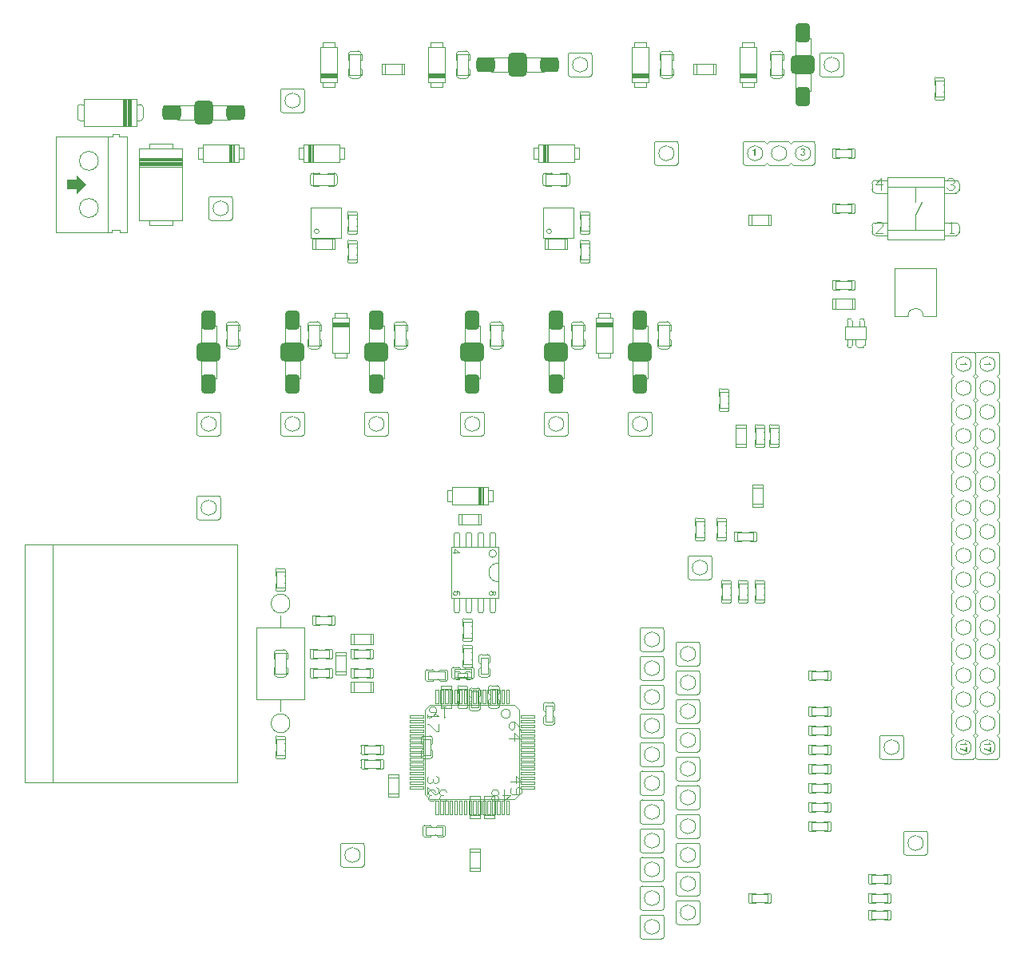
<source format=gm1>
%FSTAX44Y44*%
%MOMM*%
G71*
G01*
G75*
G04 Layer_Color=65280*
G04:AMPARAMS|DCode=10|XSize=0.8mm|YSize=1mm|CornerRadius=0.2mm|HoleSize=0mm|Usage=FLASHONLY|Rotation=270.000|XOffset=0mm|YOffset=0mm|HoleType=Round|Shape=RoundedRectangle|*
%AMROUNDEDRECTD10*
21,1,0.8000,0.6000,0,0,270.0*
21,1,0.4000,1.0000,0,0,270.0*
1,1,0.4000,-0.3000,-0.2000*
1,1,0.4000,-0.3000,0.2000*
1,1,0.4000,0.3000,0.2000*
1,1,0.4000,0.3000,-0.2000*
%
%ADD10ROUNDEDRECTD10*%
G04:AMPARAMS|DCode=11|XSize=0.8mm|YSize=1mm|CornerRadius=0.2mm|HoleSize=0mm|Usage=FLASHONLY|Rotation=0.000|XOffset=0mm|YOffset=0mm|HoleType=Round|Shape=RoundedRectangle|*
%AMROUNDEDRECTD11*
21,1,0.8000,0.6000,0,0,0.0*
21,1,0.4000,1.0000,0,0,0.0*
1,1,0.4000,0.2000,-0.3000*
1,1,0.4000,-0.2000,-0.3000*
1,1,0.4000,-0.2000,0.3000*
1,1,0.4000,0.2000,0.3000*
%
%ADD11ROUNDEDRECTD11*%
G04:AMPARAMS|DCode=12|XSize=0.9mm|YSize=0.8mm|CornerRadius=0.2mm|HoleSize=0mm|Usage=FLASHONLY|Rotation=90.000|XOffset=0mm|YOffset=0mm|HoleType=Round|Shape=RoundedRectangle|*
%AMROUNDEDRECTD12*
21,1,0.9000,0.4000,0,0,90.0*
21,1,0.5000,0.8000,0,0,90.0*
1,1,0.4000,0.2000,0.2500*
1,1,0.4000,0.2000,-0.2500*
1,1,0.4000,-0.2000,-0.2500*
1,1,0.4000,-0.2000,0.2500*
%
%ADD12ROUNDEDRECTD12*%
G04:AMPARAMS|DCode=13|XSize=0.45mm|YSize=0.8mm|CornerRadius=0.1125mm|HoleSize=0mm|Usage=FLASHONLY|Rotation=180.000|XOffset=0mm|YOffset=0mm|HoleType=Round|Shape=RoundedRectangle|*
%AMROUNDEDRECTD13*
21,1,0.4500,0.5750,0,0,180.0*
21,1,0.2250,0.8000,0,0,180.0*
1,1,0.2250,-0.1125,0.2875*
1,1,0.2250,0.1125,0.2875*
1,1,0.2250,0.1125,-0.2875*
1,1,0.2250,-0.1125,-0.2875*
%
%ADD13ROUNDEDRECTD13*%
G04:AMPARAMS|DCode=14|XSize=1mm|YSize=0.8mm|CornerRadius=0.2mm|HoleSize=0mm|Usage=FLASHONLY|Rotation=180.000|XOffset=0mm|YOffset=0mm|HoleType=Round|Shape=RoundedRectangle|*
%AMROUNDEDRECTD14*
21,1,1.0000,0.4000,0,0,180.0*
21,1,0.6000,0.8000,0,0,180.0*
1,1,0.4000,-0.3000,0.2000*
1,1,0.4000,0.3000,0.2000*
1,1,0.4000,0.3000,-0.2000*
1,1,0.4000,-0.3000,-0.2000*
%
%ADD14ROUNDEDRECTD14*%
G04:AMPARAMS|DCode=15|XSize=1.9mm|YSize=0.4mm|CornerRadius=0.1mm|HoleSize=0mm|Usage=FLASHONLY|Rotation=180.000|XOffset=0mm|YOffset=0mm|HoleType=Round|Shape=RoundedRectangle|*
%AMROUNDEDRECTD15*
21,1,1.9000,0.2000,0,0,180.0*
21,1,1.7000,0.4000,0,0,180.0*
1,1,0.2000,-0.8500,0.1000*
1,1,0.2000,0.8500,0.1000*
1,1,0.2000,0.8500,-0.1000*
1,1,0.2000,-0.8500,-0.1000*
%
%ADD15ROUNDEDRECTD15*%
G04:AMPARAMS|DCode=16|XSize=0.8mm|YSize=0.85mm|CornerRadius=0.2mm|HoleSize=0mm|Usage=FLASHONLY|Rotation=90.000|XOffset=0mm|YOffset=0mm|HoleType=Round|Shape=RoundedRectangle|*
%AMROUNDEDRECTD16*
21,1,0.8000,0.4500,0,0,90.0*
21,1,0.4000,0.8500,0,0,90.0*
1,1,0.4000,0.2250,0.2000*
1,1,0.4000,0.2250,-0.2000*
1,1,0.4000,-0.2250,-0.2000*
1,1,0.4000,-0.2250,0.2000*
%
%ADD16ROUNDEDRECTD16*%
G04:AMPARAMS|DCode=17|XSize=1.6mm|YSize=1.3mm|CornerRadius=0.325mm|HoleSize=0mm|Usage=FLASHONLY|Rotation=0.000|XOffset=0mm|YOffset=0mm|HoleType=Round|Shape=RoundedRectangle|*
%AMROUNDEDRECTD17*
21,1,1.6000,0.6500,0,0,0.0*
21,1,0.9500,1.3000,0,0,0.0*
1,1,0.6500,0.4750,-0.3250*
1,1,0.6500,-0.4750,-0.3250*
1,1,0.6500,-0.4750,0.3250*
1,1,0.6500,0.4750,0.3250*
%
%ADD17ROUNDEDRECTD17*%
G04:AMPARAMS|DCode=18|XSize=2mm|YSize=1.6mm|CornerRadius=0.4mm|HoleSize=0mm|Usage=FLASHONLY|Rotation=90.000|XOffset=0mm|YOffset=0mm|HoleType=Round|Shape=RoundedRectangle|*
%AMROUNDEDRECTD18*
21,1,2.0000,0.8000,0,0,90.0*
21,1,1.2000,1.6000,0,0,90.0*
1,1,0.8000,0.4000,0.6000*
1,1,0.8000,0.4000,-0.6000*
1,1,0.8000,-0.4000,-0.6000*
1,1,0.8000,-0.4000,0.6000*
%
%ADD18ROUNDEDRECTD18*%
G04:AMPARAMS|DCode=19|XSize=2mm|YSize=2.6mm|CornerRadius=0.5mm|HoleSize=0mm|Usage=FLASHONLY|Rotation=90.000|XOffset=0mm|YOffset=0mm|HoleType=Round|Shape=RoundedRectangle|*
%AMROUNDEDRECTD19*
21,1,2.0000,1.6000,0,0,90.0*
21,1,1.0000,2.6000,0,0,90.0*
1,1,1.0000,0.8000,0.5000*
1,1,1.0000,0.8000,-0.5000*
1,1,1.0000,-0.8000,-0.5000*
1,1,1.0000,-0.8000,0.5000*
%
%ADD19ROUNDEDRECTD19*%
G04:AMPARAMS|DCode=20|XSize=1.25mm|YSize=1mm|CornerRadius=0.25mm|HoleSize=0mm|Usage=FLASHONLY|Rotation=180.000|XOffset=0mm|YOffset=0mm|HoleType=Round|Shape=RoundedRectangle|*
%AMROUNDEDRECTD20*
21,1,1.2500,0.5000,0,0,180.0*
21,1,0.7500,1.0000,0,0,180.0*
1,1,0.5000,-0.3750,0.2500*
1,1,0.5000,0.3750,0.2500*
1,1,0.5000,0.3750,-0.2500*
1,1,0.5000,-0.3750,-0.2500*
%
%ADD20ROUNDEDRECTD20*%
G04:AMPARAMS|DCode=21|XSize=1.8mm|YSize=2.8mm|CornerRadius=0.18mm|HoleSize=0mm|Usage=FLASHONLY|Rotation=90.000|XOffset=0mm|YOffset=0mm|HoleType=Round|Shape=RoundedRectangle|*
%AMROUNDEDRECTD21*
21,1,1.8000,2.4400,0,0,90.0*
21,1,1.4400,2.8000,0,0,90.0*
1,1,0.3600,1.2200,0.7200*
1,1,0.3600,1.2200,-0.7200*
1,1,0.3600,-1.2200,-0.7200*
1,1,0.3600,-1.2200,0.7200*
%
%ADD21ROUNDEDRECTD21*%
G04:AMPARAMS|DCode=22|XSize=0.7mm|YSize=1mm|CornerRadius=0.175mm|HoleSize=0mm|Usage=FLASHONLY|Rotation=270.000|XOffset=0mm|YOffset=0mm|HoleType=Round|Shape=RoundedRectangle|*
%AMROUNDEDRECTD22*
21,1,0.7000,0.6500,0,0,270.0*
21,1,0.3500,1.0000,0,0,270.0*
1,1,0.3500,-0.3250,-0.1750*
1,1,0.3500,-0.3250,0.1750*
1,1,0.3500,0.3250,0.1750*
1,1,0.3500,0.3250,-0.1750*
%
%ADD22ROUNDEDRECTD22*%
G04:AMPARAMS|DCode=23|XSize=2mm|YSize=1.6mm|CornerRadius=0.4mm|HoleSize=0mm|Usage=FLASHONLY|Rotation=0.000|XOffset=0mm|YOffset=0mm|HoleType=Round|Shape=RoundedRectangle|*
%AMROUNDEDRECTD23*
21,1,2.0000,0.8000,0,0,0.0*
21,1,1.2000,1.6000,0,0,0.0*
1,1,0.8000,0.6000,-0.4000*
1,1,0.8000,-0.6000,-0.4000*
1,1,0.8000,-0.6000,0.4000*
1,1,0.8000,0.6000,0.4000*
%
%ADD23ROUNDEDRECTD23*%
G04:AMPARAMS|DCode=24|XSize=2mm|YSize=2.6mm|CornerRadius=0.5mm|HoleSize=0mm|Usage=FLASHONLY|Rotation=0.000|XOffset=0mm|YOffset=0mm|HoleType=Round|Shape=RoundedRectangle|*
%AMROUNDEDRECTD24*
21,1,2.0000,1.6000,0,0,0.0*
21,1,1.0000,2.6000,0,0,0.0*
1,1,1.0000,0.5000,-0.8000*
1,1,1.0000,-0.5000,-0.8000*
1,1,1.0000,-0.5000,0.8000*
1,1,1.0000,0.5000,0.8000*
%
%ADD24ROUNDEDRECTD24*%
G04:AMPARAMS|DCode=25|XSize=2.4mm|YSize=3mm|CornerRadius=0.24mm|HoleSize=0mm|Usage=FLASHONLY|Rotation=270.000|XOffset=0mm|YOffset=0mm|HoleType=Round|Shape=RoundedRectangle|*
%AMROUNDEDRECTD25*
21,1,2.4000,2.5200,0,0,270.0*
21,1,1.9200,3.0000,0,0,270.0*
1,1,0.4800,-1.2600,-0.9600*
1,1,0.4800,-1.2600,0.9600*
1,1,0.4800,1.2600,0.9600*
1,1,0.4800,1.2600,-0.9600*
%
%ADD25ROUNDEDRECTD25*%
G04:AMPARAMS|DCode=26|XSize=2.65mm|YSize=1.75mm|CornerRadius=0.4375mm|HoleSize=0mm|Usage=FLASHONLY|Rotation=180.000|XOffset=0mm|YOffset=0mm|HoleType=Round|Shape=RoundedRectangle|*
%AMROUNDEDRECTD26*
21,1,2.6500,0.8750,0,0,180.0*
21,1,1.7750,1.7500,0,0,180.0*
1,1,0.8750,-0.8875,0.4375*
1,1,0.8750,0.8875,0.4375*
1,1,0.8750,0.8875,-0.4375*
1,1,0.8750,-0.8875,-0.4375*
%
%ADD26ROUNDEDRECTD26*%
G04:AMPARAMS|DCode=27|XSize=1.8mm|YSize=2.8mm|CornerRadius=0.18mm|HoleSize=0mm|Usage=FLASHONLY|Rotation=180.000|XOffset=0mm|YOffset=0mm|HoleType=Round|Shape=RoundedRectangle|*
%AMROUNDEDRECTD27*
21,1,1.8000,2.4400,0,0,180.0*
21,1,1.4400,2.8000,0,0,180.0*
1,1,0.3600,-0.7200,1.2200*
1,1,0.3600,0.7200,1.2200*
1,1,0.3600,0.7200,-1.2200*
1,1,0.3600,-0.7200,-1.2200*
%
%ADD27ROUNDEDRECTD27*%
G04:AMPARAMS|DCode=28|XSize=1.25mm|YSize=1mm|CornerRadius=0.25mm|HoleSize=0mm|Usage=FLASHONLY|Rotation=90.000|XOffset=0mm|YOffset=0mm|HoleType=Round|Shape=RoundedRectangle|*
%AMROUNDEDRECTD28*
21,1,1.2500,0.5000,0,0,90.0*
21,1,0.7500,1.0000,0,0,90.0*
1,1,0.5000,0.2500,0.3750*
1,1,0.5000,0.2500,-0.3750*
1,1,0.5000,-0.2500,-0.3750*
1,1,0.5000,-0.2500,0.3750*
%
%ADD28ROUNDEDRECTD28*%
%ADD29O,0.4000X1.9000*%
G04:AMPARAMS|DCode=30|XSize=0.9mm|YSize=0.8mm|CornerRadius=0.2mm|HoleSize=0mm|Usage=FLASHONLY|Rotation=180.000|XOffset=0mm|YOffset=0mm|HoleType=Round|Shape=RoundedRectangle|*
%AMROUNDEDRECTD30*
21,1,0.9000,0.4000,0,0,180.0*
21,1,0.5000,0.8000,0,0,180.0*
1,1,0.4000,-0.2500,0.2000*
1,1,0.4000,0.2500,0.2000*
1,1,0.4000,0.2500,-0.2000*
1,1,0.4000,-0.2500,-0.2000*
%
%ADD30ROUNDEDRECTD30*%
G04:AMPARAMS|DCode=31|XSize=0.7mm|YSize=1mm|CornerRadius=0.175mm|HoleSize=0mm|Usage=FLASHONLY|Rotation=0.000|XOffset=0mm|YOffset=0mm|HoleType=Round|Shape=RoundedRectangle|*
%AMROUNDEDRECTD31*
21,1,0.7000,0.6500,0,0,0.0*
21,1,0.3500,1.0000,0,0,0.0*
1,1,0.3500,0.1750,-0.3250*
1,1,0.3500,-0.1750,-0.3250*
1,1,0.3500,-0.1750,0.3250*
1,1,0.3500,0.1750,0.3250*
%
%ADD31ROUNDEDRECTD31*%
G04:AMPARAMS|DCode=32|XSize=0.8mm|YSize=0.85mm|CornerRadius=0.2mm|HoleSize=0mm|Usage=FLASHONLY|Rotation=180.000|XOffset=0mm|YOffset=0mm|HoleType=Round|Shape=RoundedRectangle|*
%AMROUNDEDRECTD32*
21,1,0.8000,0.4500,0,0,180.0*
21,1,0.4000,0.8500,0,0,180.0*
1,1,0.4000,-0.2000,0.2250*
1,1,0.4000,0.2000,0.2250*
1,1,0.4000,0.2000,-0.2250*
1,1,0.4000,-0.2000,-0.2250*
%
%ADD32ROUNDEDRECTD32*%
G04:AMPARAMS|DCode=33|XSize=0.6mm|YSize=2.2mm|CornerRadius=0.15mm|HoleSize=0mm|Usage=FLASHONLY|Rotation=0.000|XOffset=0mm|YOffset=0mm|HoleType=Round|Shape=RoundedRectangle|*
%AMROUNDEDRECTD33*
21,1,0.6000,1.9000,0,0,0.0*
21,1,0.3000,2.2000,0,0,0.0*
1,1,0.3000,0.1500,-0.9500*
1,1,0.3000,-0.1500,-0.9500*
1,1,0.3000,-0.1500,0.9500*
1,1,0.3000,0.1500,0.9500*
%
%ADD33ROUNDEDRECTD33*%
G04:AMPARAMS|DCode=34|XSize=2.2mm|YSize=2.8mm|CornerRadius=0.33mm|HoleSize=0mm|Usage=FLASHONLY|Rotation=90.000|XOffset=0mm|YOffset=0mm|HoleType=Round|Shape=RoundedRectangle|*
%AMROUNDEDRECTD34*
21,1,2.2000,2.1400,0,0,90.0*
21,1,1.5400,2.8000,0,0,90.0*
1,1,0.6600,1.0700,0.7700*
1,1,0.6600,1.0700,-0.7700*
1,1,0.6600,-1.0700,-0.7700*
1,1,0.6600,-1.0700,0.7700*
%
%ADD34ROUNDEDRECTD34*%
G04:AMPARAMS|DCode=35|XSize=1mm|YSize=0.8mm|CornerRadius=0.2mm|HoleSize=0mm|Usage=FLASHONLY|Rotation=90.000|XOffset=0mm|YOffset=0mm|HoleType=Round|Shape=RoundedRectangle|*
%AMROUNDEDRECTD35*
21,1,1.0000,0.4000,0,0,90.0*
21,1,0.6000,0.8000,0,0,90.0*
1,1,0.4000,0.2000,0.3000*
1,1,0.4000,0.2000,-0.3000*
1,1,0.4000,-0.2000,-0.3000*
1,1,0.4000,-0.2000,0.3000*
%
%ADD35ROUNDEDRECTD35*%
G04:AMPARAMS|DCode=36|XSize=0.5mm|YSize=0.65mm|CornerRadius=0.125mm|HoleSize=0mm|Usage=FLASHONLY|Rotation=180.000|XOffset=0mm|YOffset=0mm|HoleType=Round|Shape=RoundedRectangle|*
%AMROUNDEDRECTD36*
21,1,0.5000,0.4000,0,0,180.0*
21,1,0.2500,0.6500,0,0,180.0*
1,1,0.2500,-0.1250,0.2000*
1,1,0.2500,0.1250,0.2000*
1,1,0.2500,0.1250,-0.2000*
1,1,0.2500,-0.1250,-0.2000*
%
%ADD36ROUNDEDRECTD36*%
G04:AMPARAMS|DCode=37|XSize=0.3mm|YSize=1.9mm|CornerRadius=0.075mm|HoleSize=0mm|Usage=FLASHONLY|Rotation=270.000|XOffset=0mm|YOffset=0mm|HoleType=Round|Shape=RoundedRectangle|*
%AMROUNDEDRECTD37*
21,1,0.3000,1.7500,0,0,270.0*
21,1,0.1500,1.9000,0,0,270.0*
1,1,0.1500,-0.8750,-0.0750*
1,1,0.1500,-0.8750,0.0750*
1,1,0.1500,0.8750,0.0750*
1,1,0.1500,0.8750,-0.0750*
%
%ADD37ROUNDEDRECTD37*%
G04:AMPARAMS|DCode=38|XSize=0.3mm|YSize=1.9mm|CornerRadius=0.075mm|HoleSize=0mm|Usage=FLASHONLY|Rotation=180.000|XOffset=0mm|YOffset=0mm|HoleType=Round|Shape=RoundedRectangle|*
%AMROUNDEDRECTD38*
21,1,0.3000,1.7500,0,0,180.0*
21,1,0.1500,1.9000,0,0,180.0*
1,1,0.1500,-0.0750,0.8750*
1,1,0.1500,0.0750,0.8750*
1,1,0.1500,0.0750,-0.8750*
1,1,0.1500,-0.0750,-0.8750*
%
%ADD38ROUNDEDRECTD38*%
G04:AMPARAMS|DCode=39|XSize=6mm|YSize=6mm|CornerRadius=0.3mm|HoleSize=0mm|Usage=FLASHONLY|Rotation=270.000|XOffset=0mm|YOffset=0mm|HoleType=Round|Shape=RoundedRectangle|*
%AMROUNDEDRECTD39*
21,1,6.0000,5.4000,0,0,270.0*
21,1,5.4000,6.0000,0,0,270.0*
1,1,0.6000,-2.7000,-2.7000*
1,1,0.6000,-2.7000,2.7000*
1,1,0.6000,2.7000,2.7000*
1,1,0.6000,2.7000,-2.7000*
%
%ADD39ROUNDEDRECTD39*%
%ADD40C,0.3000*%
%ADD41C,0.2540*%
%ADD42C,1.0000*%
%ADD43C,0.4000*%
%ADD44C,0.7000*%
%ADD45C,0.5000*%
%ADD46C,0.2500*%
%ADD47C,0.2000*%
%ADD48C,2.0000*%
%ADD49C,1.6000*%
%ADD50C,2.5000*%
%ADD51C,2.0000*%
%ADD52C,1.3000*%
%ADD53C,2.2000*%
%ADD54C,0.6000*%
%ADD55C,1.0000*%
%ADD56C,0.7000*%
%ADD57C,1.0160*%
%ADD58C,2.0160*%
G04:AMPARAMS|DCode=59|XSize=2.524mm|YSize=2.524mm|CornerRadius=0mm|HoleSize=0mm|Usage=FLASHONLY|Rotation=0.000|XOffset=0mm|YOffset=0mm|HoleType=Round|Shape=Relief|Width=0.254mm|Gap=0.254mm|Entries=4|*
%AMTHD59*
7,0,0,2.5240,2.0160,0.2540,45*
%
%ADD59THD59*%
%ADD60C,2.6160*%
%ADD61C,2.2160*%
%ADD62C,2.6160*%
G04:AMPARAMS|DCode=63|XSize=3.124mm|YSize=3.124mm|CornerRadius=0mm|HoleSize=0mm|Usage=FLASHONLY|Rotation=0.000|XOffset=0mm|YOffset=0mm|HoleType=Round|Shape=Relief|Width=0.254mm|Gap=0.254mm|Entries=4|*
%AMTHD63*
7,0,0,3.1240,2.6160,0.2540,45*
%
%ADD63THD63*%
%ADD64C,2.3160*%
G04:AMPARAMS|DCode=65|XSize=2.824mm|YSize=2.824mm|CornerRadius=0mm|HoleSize=0mm|Usage=FLASHONLY|Rotation=0.000|XOffset=0mm|YOffset=0mm|HoleType=Round|Shape=Relief|Width=0.254mm|Gap=0.254mm|Entries=4|*
%AMTHD65*
7,0,0,2.8240,2.3160,0.2540,45*
%
%ADD65THD65*%
%ADD66C,1.8160*%
G04:AMPARAMS|DCode=67|XSize=2.324mm|YSize=2.324mm|CornerRadius=0mm|HoleSize=0mm|Usage=FLASHONLY|Rotation=0.000|XOffset=0mm|YOffset=0mm|HoleType=Round|Shape=Relief|Width=0.254mm|Gap=0.254mm|Entries=4|*
%AMTHD67*
7,0,0,2.3240,1.8160,0.2540,45*
%
%ADD67THD67*%
%ADD68C,6.0960*%
G04:AMPARAMS|DCode=69|XSize=1.824mm|YSize=1.824mm|CornerRadius=0mm|HoleSize=0mm|Usage=FLASHONLY|Rotation=0.000|XOffset=0mm|YOffset=0mm|HoleType=Round|Shape=Relief|Width=0.254mm|Gap=0.254mm|Entries=4|*
%AMTHD69*
7,0,0,1.8240,1.3160,0.2540,45*
%
%ADD69THD69*%
%ADD70C,1.3160*%
G04:AMPARAMS|DCode=71|XSize=2.124mm|YSize=2.124mm|CornerRadius=0mm|HoleSize=0mm|Usage=FLASHONLY|Rotation=0.000|XOffset=0mm|YOffset=0mm|HoleType=Round|Shape=Relief|Width=0.254mm|Gap=0.254mm|Entries=4|*
%AMTHD71*
7,0,0,2.1240,1.6160,0.2540,45*
%
%ADD71THD71*%
%ADD72C,1.6160*%
%ADD73C,0.0254*%
%ADD74C,0.3500*%
G04:AMPARAMS|DCode=75|XSize=1mm|YSize=1.2mm|CornerRadius=0.3mm|HoleSize=0mm|Usage=FLASHONLY|Rotation=270.000|XOffset=0mm|YOffset=0mm|HoleType=Round|Shape=RoundedRectangle|*
%AMROUNDEDRECTD75*
21,1,1.0000,0.6000,0,0,270.0*
21,1,0.4000,1.2000,0,0,270.0*
1,1,0.6000,-0.3000,-0.2000*
1,1,0.6000,-0.3000,0.2000*
1,1,0.6000,0.3000,0.2000*
1,1,0.6000,0.3000,-0.2000*
%
%ADD75ROUNDEDRECTD75*%
G04:AMPARAMS|DCode=76|XSize=1mm|YSize=1.2mm|CornerRadius=0.3mm|HoleSize=0mm|Usage=FLASHONLY|Rotation=0.000|XOffset=0mm|YOffset=0mm|HoleType=Round|Shape=RoundedRectangle|*
%AMROUNDEDRECTD76*
21,1,1.0000,0.6000,0,0,0.0*
21,1,0.4000,1.2000,0,0,0.0*
1,1,0.6000,0.2000,-0.3000*
1,1,0.6000,-0.2000,-0.3000*
1,1,0.6000,-0.2000,0.3000*
1,1,0.6000,0.2000,0.3000*
%
%ADD76ROUNDEDRECTD76*%
G04:AMPARAMS|DCode=77|XSize=1.1032mm|YSize=1.0032mm|CornerRadius=0.3016mm|HoleSize=0mm|Usage=FLASHONLY|Rotation=90.000|XOffset=0mm|YOffset=0mm|HoleType=Round|Shape=RoundedRectangle|*
%AMROUNDEDRECTD77*
21,1,1.1032,0.4000,0,0,90.0*
21,1,0.5000,1.0032,0,0,90.0*
1,1,0.6032,0.2000,0.2500*
1,1,0.6032,0.2000,-0.2500*
1,1,0.6032,-0.2000,-0.2500*
1,1,0.6032,-0.2000,0.2500*
%
%ADD77ROUNDEDRECTD77*%
G04:AMPARAMS|DCode=78|XSize=0.6532mm|YSize=1.0032mm|CornerRadius=0.2141mm|HoleSize=0mm|Usage=FLASHONLY|Rotation=180.000|XOffset=0mm|YOffset=0mm|HoleType=Round|Shape=RoundedRectangle|*
%AMROUNDEDRECTD78*
21,1,0.6532,0.5750,0,0,180.0*
21,1,0.2250,1.0032,0,0,180.0*
1,1,0.4282,-0.1125,0.2875*
1,1,0.4282,0.1125,0.2875*
1,1,0.4282,0.1125,-0.2875*
1,1,0.4282,-0.1125,-0.2875*
%
%ADD78ROUNDEDRECTD78*%
G04:AMPARAMS|DCode=79|XSize=1.2032mm|YSize=1.0032mm|CornerRadius=0.3016mm|HoleSize=0mm|Usage=FLASHONLY|Rotation=180.000|XOffset=0mm|YOffset=0mm|HoleType=Round|Shape=RoundedRectangle|*
%AMROUNDEDRECTD79*
21,1,1.2032,0.4000,0,0,180.0*
21,1,0.6000,1.0032,0,0,180.0*
1,1,0.6032,-0.3000,0.2000*
1,1,0.6032,0.3000,0.2000*
1,1,0.6032,0.3000,-0.2000*
1,1,0.6032,-0.3000,-0.2000*
%
%ADD79ROUNDEDRECTD79*%
G04:AMPARAMS|DCode=80|XSize=2mm|YSize=0.5mm|CornerRadius=0.15mm|HoleSize=0mm|Usage=FLASHONLY|Rotation=180.000|XOffset=0mm|YOffset=0mm|HoleType=Round|Shape=RoundedRectangle|*
%AMROUNDEDRECTD80*
21,1,2.0000,0.2000,0,0,180.0*
21,1,1.7000,0.5000,0,0,180.0*
1,1,0.3000,-0.8500,0.1000*
1,1,0.3000,0.8500,0.1000*
1,1,0.3000,0.8500,-0.1000*
1,1,0.3000,-0.8500,-0.1000*
%
%ADD80ROUNDEDRECTD80*%
G04:AMPARAMS|DCode=81|XSize=1.0032mm|YSize=1.0532mm|CornerRadius=0.3016mm|HoleSize=0mm|Usage=FLASHONLY|Rotation=90.000|XOffset=0mm|YOffset=0mm|HoleType=Round|Shape=RoundedRectangle|*
%AMROUNDEDRECTD81*
21,1,1.0032,0.4500,0,0,90.0*
21,1,0.4000,1.0532,0,0,90.0*
1,1,0.6032,0.2250,0.2000*
1,1,0.6032,0.2250,-0.2000*
1,1,0.6032,-0.2250,-0.2000*
1,1,0.6032,-0.2250,0.2000*
%
%ADD81ROUNDEDRECTD81*%
G04:AMPARAMS|DCode=82|XSize=1.8032mm|YSize=1.5032mm|CornerRadius=0.4266mm|HoleSize=0mm|Usage=FLASHONLY|Rotation=0.000|XOffset=0mm|YOffset=0mm|HoleType=Round|Shape=RoundedRectangle|*
%AMROUNDEDRECTD82*
21,1,1.8032,0.6500,0,0,0.0*
21,1,0.9500,1.5032,0,0,0.0*
1,1,0.8532,0.4750,-0.3250*
1,1,0.8532,-0.4750,-0.3250*
1,1,0.8532,-0.4750,0.3250*
1,1,0.8532,0.4750,0.3250*
%
%ADD82ROUNDEDRECTD82*%
G04:AMPARAMS|DCode=83|XSize=2.2mm|YSize=1.8mm|CornerRadius=0.5mm|HoleSize=0mm|Usage=FLASHONLY|Rotation=90.000|XOffset=0mm|YOffset=0mm|HoleType=Round|Shape=RoundedRectangle|*
%AMROUNDEDRECTD83*
21,1,2.2000,0.8000,0,0,90.0*
21,1,1.2000,1.8000,0,0,90.0*
1,1,1.0000,0.4000,0.6000*
1,1,1.0000,0.4000,-0.6000*
1,1,1.0000,-0.4000,-0.6000*
1,1,1.0000,-0.4000,0.6000*
%
%ADD83ROUNDEDRECTD83*%
G04:AMPARAMS|DCode=84|XSize=2.2mm|YSize=2.8mm|CornerRadius=0.6mm|HoleSize=0mm|Usage=FLASHONLY|Rotation=90.000|XOffset=0mm|YOffset=0mm|HoleType=Round|Shape=RoundedRectangle|*
%AMROUNDEDRECTD84*
21,1,2.2000,1.6000,0,0,90.0*
21,1,1.0000,2.8000,0,0,90.0*
1,1,1.2000,0.8000,0.5000*
1,1,1.2000,0.8000,-0.5000*
1,1,1.2000,-0.8000,-0.5000*
1,1,1.2000,-0.8000,0.5000*
%
%ADD84ROUNDEDRECTD84*%
G04:AMPARAMS|DCode=85|XSize=1.4532mm|YSize=1.2032mm|CornerRadius=0.3516mm|HoleSize=0mm|Usage=FLASHONLY|Rotation=180.000|XOffset=0mm|YOffset=0mm|HoleType=Round|Shape=RoundedRectangle|*
%AMROUNDEDRECTD85*
21,1,1.4532,0.5000,0,0,180.0*
21,1,0.7500,1.2032,0,0,180.0*
1,1,0.7032,-0.3750,0.2500*
1,1,0.7032,0.3750,0.2500*
1,1,0.7032,0.3750,-0.2500*
1,1,0.7032,-0.3750,-0.2500*
%
%ADD85ROUNDEDRECTD85*%
G04:AMPARAMS|DCode=86|XSize=2.0032mm|YSize=3.0032mm|CornerRadius=0.2816mm|HoleSize=0mm|Usage=FLASHONLY|Rotation=90.000|XOffset=0mm|YOffset=0mm|HoleType=Round|Shape=RoundedRectangle|*
%AMROUNDEDRECTD86*
21,1,2.0032,2.4400,0,0,90.0*
21,1,1.4400,3.0032,0,0,90.0*
1,1,0.5632,1.2200,0.7200*
1,1,0.5632,1.2200,-0.7200*
1,1,0.5632,-1.2200,-0.7200*
1,1,0.5632,-1.2200,0.7200*
%
%ADD86ROUNDEDRECTD86*%
G04:AMPARAMS|DCode=87|XSize=0.9032mm|YSize=1.2032mm|CornerRadius=0.2766mm|HoleSize=0mm|Usage=FLASHONLY|Rotation=270.000|XOffset=0mm|YOffset=0mm|HoleType=Round|Shape=RoundedRectangle|*
%AMROUNDEDRECTD87*
21,1,0.9032,0.6500,0,0,270.0*
21,1,0.3500,1.2032,0,0,270.0*
1,1,0.5532,-0.3250,-0.1750*
1,1,0.5532,-0.3250,0.1750*
1,1,0.5532,0.3250,0.1750*
1,1,0.5532,0.3250,-0.1750*
%
%ADD87ROUNDEDRECTD87*%
G04:AMPARAMS|DCode=88|XSize=2.2mm|YSize=1.8mm|CornerRadius=0.5mm|HoleSize=0mm|Usage=FLASHONLY|Rotation=0.000|XOffset=0mm|YOffset=0mm|HoleType=Round|Shape=RoundedRectangle|*
%AMROUNDEDRECTD88*
21,1,2.2000,0.8000,0,0,0.0*
21,1,1.2000,1.8000,0,0,0.0*
1,1,1.0000,0.6000,-0.4000*
1,1,1.0000,-0.6000,-0.4000*
1,1,1.0000,-0.6000,0.4000*
1,1,1.0000,0.6000,0.4000*
%
%ADD88ROUNDEDRECTD88*%
G04:AMPARAMS|DCode=89|XSize=2.2mm|YSize=2.8mm|CornerRadius=0.6mm|HoleSize=0mm|Usage=FLASHONLY|Rotation=0.000|XOffset=0mm|YOffset=0mm|HoleType=Round|Shape=RoundedRectangle|*
%AMROUNDEDRECTD89*
21,1,2.2000,1.6000,0,0,0.0*
21,1,1.0000,2.8000,0,0,0.0*
1,1,1.2000,0.5000,-0.8000*
1,1,1.2000,-0.5000,-0.8000*
1,1,1.2000,-0.5000,0.8000*
1,1,1.2000,0.5000,0.8000*
%
%ADD89ROUNDEDRECTD89*%
G04:AMPARAMS|DCode=90|XSize=2.6032mm|YSize=3.2032mm|CornerRadius=0.3416mm|HoleSize=0mm|Usage=FLASHONLY|Rotation=270.000|XOffset=0mm|YOffset=0mm|HoleType=Round|Shape=RoundedRectangle|*
%AMROUNDEDRECTD90*
21,1,2.6032,2.5200,0,0,270.0*
21,1,1.9200,3.2032,0,0,270.0*
1,1,0.6832,-1.2600,-0.9600*
1,1,0.6832,-1.2600,0.9600*
1,1,0.6832,1.2600,0.9600*
1,1,0.6832,1.2600,-0.9600*
%
%ADD90ROUNDEDRECTD90*%
G04:AMPARAMS|DCode=91|XSize=2.8532mm|YSize=1.9532mm|CornerRadius=0.5391mm|HoleSize=0mm|Usage=FLASHONLY|Rotation=180.000|XOffset=0mm|YOffset=0mm|HoleType=Round|Shape=RoundedRectangle|*
%AMROUNDEDRECTD91*
21,1,2.8532,0.8750,0,0,180.0*
21,1,1.7750,1.9532,0,0,180.0*
1,1,1.0782,-0.8875,0.4375*
1,1,1.0782,0.8875,0.4375*
1,1,1.0782,0.8875,-0.4375*
1,1,1.0782,-0.8875,-0.4375*
%
%ADD91ROUNDEDRECTD91*%
G04:AMPARAMS|DCode=92|XSize=2.0032mm|YSize=3.0032mm|CornerRadius=0.2816mm|HoleSize=0mm|Usage=FLASHONLY|Rotation=180.000|XOffset=0mm|YOffset=0mm|HoleType=Round|Shape=RoundedRectangle|*
%AMROUNDEDRECTD92*
21,1,2.0032,2.4400,0,0,180.0*
21,1,1.4400,3.0032,0,0,180.0*
1,1,0.5632,-0.7200,1.2200*
1,1,0.5632,0.7200,1.2200*
1,1,0.5632,0.7200,-1.2200*
1,1,0.5632,-0.7200,-1.2200*
%
%ADD92ROUNDEDRECTD92*%
G04:AMPARAMS|DCode=93|XSize=1.4532mm|YSize=1.2032mm|CornerRadius=0.3516mm|HoleSize=0mm|Usage=FLASHONLY|Rotation=90.000|XOffset=0mm|YOffset=0mm|HoleType=Round|Shape=RoundedRectangle|*
%AMROUNDEDRECTD93*
21,1,1.4532,0.5000,0,0,90.0*
21,1,0.7500,1.2032,0,0,90.0*
1,1,0.7032,0.2500,0.3750*
1,1,0.7032,0.2500,-0.3750*
1,1,0.7032,-0.2500,-0.3750*
1,1,0.7032,-0.2500,0.3750*
%
%ADD93ROUNDEDRECTD93*%
%ADD94O,0.5000X2.0000*%
G04:AMPARAMS|DCode=95|XSize=1.1032mm|YSize=1.0032mm|CornerRadius=0.3016mm|HoleSize=0mm|Usage=FLASHONLY|Rotation=180.000|XOffset=0mm|YOffset=0mm|HoleType=Round|Shape=RoundedRectangle|*
%AMROUNDEDRECTD95*
21,1,1.1032,0.4000,0,0,180.0*
21,1,0.5000,1.0032,0,0,180.0*
1,1,0.6032,-0.2500,0.2000*
1,1,0.6032,0.2500,0.2000*
1,1,0.6032,0.2500,-0.2000*
1,1,0.6032,-0.2500,-0.2000*
%
%ADD95ROUNDEDRECTD95*%
G04:AMPARAMS|DCode=96|XSize=0.9032mm|YSize=1.2032mm|CornerRadius=0.2766mm|HoleSize=0mm|Usage=FLASHONLY|Rotation=0.000|XOffset=0mm|YOffset=0mm|HoleType=Round|Shape=RoundedRectangle|*
%AMROUNDEDRECTD96*
21,1,0.9032,0.6500,0,0,0.0*
21,1,0.3500,1.2032,0,0,0.0*
1,1,0.5532,0.1750,-0.3250*
1,1,0.5532,-0.1750,-0.3250*
1,1,0.5532,-0.1750,0.3250*
1,1,0.5532,0.1750,0.3250*
%
%ADD96ROUNDEDRECTD96*%
G04:AMPARAMS|DCode=97|XSize=1.0032mm|YSize=1.0532mm|CornerRadius=0.3016mm|HoleSize=0mm|Usage=FLASHONLY|Rotation=180.000|XOffset=0mm|YOffset=0mm|HoleType=Round|Shape=RoundedRectangle|*
%AMROUNDEDRECTD97*
21,1,1.0032,0.4500,0,0,180.0*
21,1,0.4000,1.0532,0,0,180.0*
1,1,0.6032,-0.2000,0.2250*
1,1,0.6032,0.2000,0.2250*
1,1,0.6032,0.2000,-0.2250*
1,1,0.6032,-0.2000,-0.2250*
%
%ADD97ROUNDEDRECTD97*%
G04:AMPARAMS|DCode=98|XSize=0.8032mm|YSize=2.4032mm|CornerRadius=0.2516mm|HoleSize=0mm|Usage=FLASHONLY|Rotation=0.000|XOffset=0mm|YOffset=0mm|HoleType=Round|Shape=RoundedRectangle|*
%AMROUNDEDRECTD98*
21,1,0.8032,1.9000,0,0,0.0*
21,1,0.3000,2.4032,0,0,0.0*
1,1,0.5032,0.1500,-0.9500*
1,1,0.5032,-0.1500,-0.9500*
1,1,0.5032,-0.1500,0.9500*
1,1,0.5032,0.1500,0.9500*
%
%ADD98ROUNDEDRECTD98*%
G04:AMPARAMS|DCode=99|XSize=2.4032mm|YSize=3.0032mm|CornerRadius=0.4316mm|HoleSize=0mm|Usage=FLASHONLY|Rotation=90.000|XOffset=0mm|YOffset=0mm|HoleType=Round|Shape=RoundedRectangle|*
%AMROUNDEDRECTD99*
21,1,2.4032,2.1400,0,0,90.0*
21,1,1.5400,3.0032,0,0,90.0*
1,1,0.8632,1.0700,0.7700*
1,1,0.8632,1.0700,-0.7700*
1,1,0.8632,-1.0700,-0.7700*
1,1,0.8632,-1.0700,0.7700*
%
%ADD99ROUNDEDRECTD99*%
G04:AMPARAMS|DCode=100|XSize=1.2032mm|YSize=1.0032mm|CornerRadius=0.3016mm|HoleSize=0mm|Usage=FLASHONLY|Rotation=90.000|XOffset=0mm|YOffset=0mm|HoleType=Round|Shape=RoundedRectangle|*
%AMROUNDEDRECTD100*
21,1,1.2032,0.4000,0,0,90.0*
21,1,0.6000,1.0032,0,0,90.0*
1,1,0.6032,0.2000,0.3000*
1,1,0.6032,0.2000,-0.3000*
1,1,0.6032,-0.2000,-0.3000*
1,1,0.6032,-0.2000,0.3000*
%
%ADD100ROUNDEDRECTD100*%
G04:AMPARAMS|DCode=101|XSize=0.7032mm|YSize=0.8532mm|CornerRadius=0.2266mm|HoleSize=0mm|Usage=FLASHONLY|Rotation=180.000|XOffset=0mm|YOffset=0mm|HoleType=Round|Shape=RoundedRectangle|*
%AMROUNDEDRECTD101*
21,1,0.7032,0.4000,0,0,180.0*
21,1,0.2500,0.8532,0,0,180.0*
1,1,0.4532,-0.1250,0.2000*
1,1,0.4532,0.1250,0.2000*
1,1,0.4532,0.1250,-0.2000*
1,1,0.4532,-0.1250,-0.2000*
%
%ADD101ROUNDEDRECTD101*%
G04:AMPARAMS|DCode=102|XSize=0.4mm|YSize=2mm|CornerRadius=0.125mm|HoleSize=0mm|Usage=FLASHONLY|Rotation=270.000|XOffset=0mm|YOffset=0mm|HoleType=Round|Shape=RoundedRectangle|*
%AMROUNDEDRECTD102*
21,1,0.4000,1.7500,0,0,270.0*
21,1,0.1500,2.0000,0,0,270.0*
1,1,0.2500,-0.8750,-0.0750*
1,1,0.2500,-0.8750,0.0750*
1,1,0.2500,0.8750,0.0750*
1,1,0.2500,0.8750,-0.0750*
%
%ADD102ROUNDEDRECTD102*%
G04:AMPARAMS|DCode=103|XSize=0.4mm|YSize=2mm|CornerRadius=0.125mm|HoleSize=0mm|Usage=FLASHONLY|Rotation=180.000|XOffset=0mm|YOffset=0mm|HoleType=Round|Shape=RoundedRectangle|*
%AMROUNDEDRECTD103*
21,1,0.4000,1.7500,0,0,180.0*
21,1,0.1500,2.0000,0,0,180.0*
1,1,0.2500,-0.0750,0.8750*
1,1,0.2500,0.0750,0.8750*
1,1,0.2500,0.0750,-0.8750*
1,1,0.2500,-0.0750,-0.8750*
%
%ADD103ROUNDEDRECTD103*%
G04:AMPARAMS|DCode=104|XSize=6.2mm|YSize=6.2mm|CornerRadius=0.4mm|HoleSize=0mm|Usage=FLASHONLY|Rotation=270.000|XOffset=0mm|YOffset=0mm|HoleType=Round|Shape=RoundedRectangle|*
%AMROUNDEDRECTD104*
21,1,6.2000,5.4000,0,0,270.0*
21,1,5.4000,6.2000,0,0,270.0*
1,1,0.8000,-2.7000,-2.7000*
1,1,0.8000,-2.7000,2.7000*
1,1,0.8000,2.7000,2.7000*
1,1,0.8000,2.7000,-2.7000*
%
%ADD104ROUNDEDRECTD104*%
%ADD105C,1.8000*%
%ADD106C,2.7032*%
%ADD107C,1.8032*%
%ADD108C,2.2032*%
%ADD109C,1.5032*%
%ADD110C,0.2032*%
%ADD111C,2.4032*%
%ADD112C,0.8032*%
%ADD113C,1.2032*%
%ADD114C,0.9032*%
%ADD115C,0.0500*%
G36*
X01233203Y01263696D02*
X01233355Y01263673D01*
X01233531Y01263638D01*
X0123373Y01263591D01*
X01233929Y01263521D01*
X01234128Y01263427D01*
X01234139D01*
X01234151Y01263415D01*
X01234221Y0126338D01*
X01234315Y01263322D01*
X01234432Y0126324D01*
X01234561Y01263134D01*
X01234702Y01263006D01*
X0123483Y01262853D01*
X01234948Y01262689D01*
X01234959Y01262666D01*
X01234994Y01262607D01*
X01235041Y01262514D01*
X01235088Y01262397D01*
X01235135Y01262244D01*
X01235182Y01262081D01*
X01235217Y01261905D01*
X01235229Y01261706D01*
Y01261682D01*
Y01261624D01*
X01235217Y0126153D01*
X01235193Y01261413D01*
X01235158Y01261273D01*
X01235111Y0126112D01*
X01235053Y01260956D01*
X01234959Y01260804D01*
X01234948Y01260781D01*
X01234912Y01260734D01*
X01234842Y01260664D01*
X0123476Y0126057D01*
X01234643Y01260465D01*
X01234514Y01260359D01*
X0123435Y01260242D01*
X01234163Y01260148D01*
X01234175D01*
X01234198Y01260137D01*
X01234233D01*
X0123428Y01260113D01*
X01234397Y01260078D01*
X01234549Y01260008D01*
X01234713Y01259926D01*
X01234889Y01259809D01*
X01235065Y01259668D01*
X01235217Y01259493D01*
X01235229Y01259469D01*
X01235275Y01259399D01*
X01235334Y01259294D01*
X01235416Y01259153D01*
X01235486Y01258978D01*
X01235545Y01258767D01*
X01235592Y01258521D01*
X01235603Y01258251D01*
Y0125824D01*
Y01258205D01*
Y01258158D01*
X01235592Y01258088D01*
X0123558Y01257994D01*
X01235568Y012579D01*
X01235545Y01257783D01*
X01235509Y01257666D01*
X01235428Y01257397D01*
X01235369Y01257244D01*
X01235287Y01257104D01*
X01235205Y01256963D01*
X01235111Y01256823D01*
X01234994Y01256682D01*
X01234865Y01256542D01*
X01234854Y0125653D01*
X0123483Y01256507D01*
X01234795Y01256483D01*
X01234737Y01256436D01*
X01234666Y01256378D01*
X01234573Y01256319D01*
X01234467Y01256261D01*
X01234362Y01256202D01*
X01234233Y01256132D01*
X01234093Y01256074D01*
X01233941Y01256015D01*
X01233776Y01255956D01*
X01233601Y0125591D01*
X01233413Y01255886D01*
X01233214Y01255863D01*
X01233015Y01255851D01*
X01232922D01*
X01232851Y01255863D01*
X01232758Y01255874D01*
X01232664Y01255886D01*
X01232547Y01255898D01*
X0123243Y01255921D01*
X01232161Y01255992D01*
X0123188Y01256109D01*
X01231739Y01256167D01*
X0123161Y01256249D01*
X0123147Y01256343D01*
X01231341Y01256448D01*
X01231329Y0125646D01*
X01231318Y01256472D01*
X01231282Y01256507D01*
X01231236Y01256554D01*
X01231189Y01256624D01*
X0123113Y01256694D01*
X0123106Y01256776D01*
X01231001Y0125687D01*
X01230861Y01257104D01*
X01230744Y01257373D01*
X01230638Y01257678D01*
X01230603Y01257842D01*
X0123058Y01258017D01*
X01231528Y01258146D01*
Y01258134D01*
X0123154Y01258111D01*
Y01258064D01*
X01231563Y01258017D01*
X01231599Y01257877D01*
X01231657Y01257701D01*
X01231727Y01257514D01*
X01231821Y01257315D01*
X01231938Y01257139D01*
X01232067Y01256987D01*
X0123209Y01256975D01*
X01232137Y01256928D01*
X01232219Y01256881D01*
X01232336Y01256811D01*
X01232465Y01256753D01*
X01232629Y01256694D01*
X01232816Y01256647D01*
X01233015Y01256636D01*
X01233086D01*
X01233132Y01256647D01*
X0123325Y01256659D01*
X01233402Y01256694D01*
X01233589Y01256753D01*
X01233776Y01256823D01*
X01233964Y0125694D01*
X01234139Y01257092D01*
X01234163Y01257116D01*
X0123421Y01257174D01*
X0123428Y01257268D01*
X01234374Y01257408D01*
X01234456Y01257572D01*
X01234526Y01257771D01*
X01234573Y01257994D01*
X01234596Y0125824D01*
Y01258251D01*
Y01258263D01*
Y01258298D01*
X01234585Y01258345D01*
X01234573Y01258462D01*
X01234538Y01258615D01*
X01234491Y01258778D01*
X01234409Y01258966D01*
X01234303Y01259141D01*
X01234163Y01259305D01*
X01234139Y01259329D01*
X01234093Y01259376D01*
X01233999Y01259434D01*
X0123387Y01259516D01*
X01233718Y01259598D01*
X01233531Y01259657D01*
X01233332Y01259703D01*
X01233097Y01259727D01*
X01232992D01*
X0123291Y01259715D01*
X01232816Y01259703D01*
X01232699Y01259692D01*
X0123257Y01259668D01*
X0123243Y01259633D01*
X01232535Y01260465D01*
X01232594D01*
X01232641Y01260453D01*
X01232793D01*
X01232898Y01260465D01*
X01233051Y01260488D01*
X01233214Y01260523D01*
X0123339Y01260582D01*
X01233577Y01260652D01*
X01233765Y01260757D01*
X01233788Y01260769D01*
X01233847Y01260816D01*
X01233917Y01260898D01*
X01234011Y01261003D01*
X01234104Y01261132D01*
X01234175Y01261296D01*
X01234233Y01261495D01*
X01234257Y01261729D01*
Y01261741D01*
Y01261753D01*
Y01261811D01*
X01234233Y01261905D01*
X0123421Y01262034D01*
X01234175Y01262162D01*
X01234104Y01262303D01*
X01234022Y01262455D01*
X01233905Y01262584D01*
X01233894Y01262596D01*
X01233847Y01262643D01*
X01233765Y01262701D01*
X01233659Y0126276D01*
X01233531Y0126283D01*
X01233378Y01262877D01*
X01233203Y01262924D01*
X01233004Y01262935D01*
X0123291D01*
X01232805Y01262912D01*
X01232688Y01262888D01*
X01232535Y01262853D01*
X01232383Y01262783D01*
X01232231Y01262701D01*
X01232079Y01262584D01*
X01232067Y01262572D01*
X0123202Y01262525D01*
X01231962Y01262443D01*
X01231891Y01262326D01*
X01231809Y01262186D01*
X01231739Y0126201D01*
X01231669Y01261799D01*
X01231622Y01261553D01*
X01230674Y01261718D01*
Y01261729D01*
X01230685Y01261764D01*
X01230697Y01261811D01*
X01230709Y0126187D01*
X01230732Y01261952D01*
X01230755Y01262045D01*
X01230837Y01262256D01*
X01230931Y0126249D01*
X01231072Y01262736D01*
X01231236Y0126297D01*
X01231446Y01263181D01*
X01231458Y01263193D01*
X0123147Y01263205D01*
X01231505Y01263228D01*
X01231563Y01263263D01*
X01231622Y01263298D01*
X01231692Y01263345D01*
X01231868Y0126345D01*
X0123209Y01263544D01*
X0123236Y01263626D01*
X01232652Y01263685D01*
X01232816Y01263708D01*
X01233086D01*
X01233203Y01263696D01*
D02*
G37*
G36*
X01182614Y0125598D02*
X01181665D01*
Y01261999D01*
X01181653Y01261987D01*
X01181607Y0126194D01*
X01181525Y01261881D01*
X01181419Y01261799D01*
X0118129Y01261694D01*
X01181138Y01261589D01*
X01180963Y0126146D01*
X01180763Y01261343D01*
X01180752D01*
X0118074Y01261331D01*
X0118067Y01261284D01*
X01180564Y01261226D01*
X01180436Y01261155D01*
X01180283Y01261073D01*
X01180119Y01261003D01*
X01179944Y01260921D01*
X0117978Y01260851D01*
Y01261776D01*
X01179792D01*
X01179815Y01261788D01*
X01179862Y01261811D01*
X01179909Y01261846D01*
X01179979Y01261881D01*
X01180061Y01261917D01*
X01180248Y01262022D01*
X01180459Y01262151D01*
X01180693Y01262303D01*
X01180927Y01262479D01*
X0118115Y01262666D01*
X01181162Y01262678D01*
X01181173Y01262689D01*
X01181244Y0126276D01*
X01181349Y01262865D01*
X01181478Y01262994D01*
X01181618Y01263158D01*
X01181759Y01263333D01*
X01181888Y01263521D01*
X01181993Y01263708D01*
X01182614D01*
Y0125598D01*
D02*
G37*
G36*
X01406899Y00623519D02*
X01406162D01*
X0140615Y00623531D01*
X01406126Y00623554D01*
X0140608Y00623589D01*
X01406021Y00623648D01*
X01405939Y00623706D01*
X01405845Y00623788D01*
X01405728Y00623882D01*
X01405611Y00623976D01*
X01405471Y00624081D01*
X01405307Y00624198D01*
X01405143Y00624327D01*
X01404955Y00624444D01*
X01404756Y00624573D01*
X01404546Y00624713D01*
X01404312Y00624842D01*
X01404077Y00624983D01*
X01404066Y00624994D01*
X01404019Y00625018D01*
X01403949Y00625053D01*
X01403855Y006251D01*
X01403738Y00625158D01*
X01403597Y00625229D01*
X01403433Y00625311D01*
X01403258Y00625392D01*
X0140307Y00625475D01*
X01402859Y00625568D01*
X01402637Y00625662D01*
X01402403Y00625756D01*
X01401923Y00625931D01*
X01401408Y00626095D01*
X01401396D01*
X01401361Y00626107D01*
X01401314Y00626119D01*
X01401244Y00626142D01*
X0140115Y00626165D01*
X01401045Y00626189D01*
X01400916Y00626212D01*
X01400787Y00626247D01*
X01400635Y00626271D01*
X01400471Y00626306D01*
X01400119Y00626364D01*
X01399721Y00626411D01*
X013993Y00626446D01*
Y00627418D01*
X01399393D01*
X01399464Y00627407D01*
X01399546D01*
X01399651Y00627395D01*
X0139978Y00627383D01*
X01399909Y00627371D01*
X01400061Y00627348D01*
X01400237Y00627325D01*
X01400412Y00627301D01*
X014006Y00627266D01*
X0140081Y00627231D01*
X01401021Y00627184D01*
X0140149Y00627067D01*
X01401501D01*
X01401548Y00627055D01*
X01401618Y00627032D01*
X01401712Y00627008D01*
X01401829Y00626973D01*
X01401958Y00626926D01*
X0140211Y0062688D01*
X01402286Y00626821D01*
X01402461Y00626751D01*
X01402661Y0062668D01*
X01403082Y00626517D01*
X01403527Y00626317D01*
X01403972Y00626095D01*
X01403984Y00626083D01*
X0140403Y0062606D01*
X01404089Y00626025D01*
X01404171Y00625978D01*
X01404276Y00625919D01*
X01404393Y00625849D01*
X01404522Y00625767D01*
X01404675Y00625685D01*
X01404991Y00625475D01*
X0140533Y0062524D01*
X0140567Y00624994D01*
X01405998Y00624725D01*
Y00628495D01*
X01406899D01*
Y00623519D01*
D02*
G37*
G36*
X00902733Y00794308D02*
X00902792D01*
X00902874Y00794296D01*
X00903038Y00794273D01*
X00903237Y00794226D01*
X00903448Y00794156D01*
X00903659Y00794074D01*
X00903858Y00793945D01*
X00903869D01*
X00903881Y00793922D01*
X0090394Y00793875D01*
X00904033Y00793781D01*
X00904139Y00793664D01*
X00904256Y00793512D01*
X00904373Y00793325D01*
X00904478Y00793102D01*
X0090456Y00792856D01*
Y00792868D01*
X00904572Y0079288D01*
X00904595Y0079295D01*
X00904654Y00793055D01*
X00904712Y00793184D01*
X00904806Y00793336D01*
X00904911Y00793477D01*
X00905029Y00793617D01*
X00905169Y00793734D01*
X00905192Y00793746D01*
X00905239Y00793781D01*
X00905321Y00793828D01*
X00905438Y00793875D01*
X00905579Y00793922D01*
X00905743Y00793969D01*
X00905918Y00794004D01*
X00906117Y00794015D01*
X00906199D01*
X00906258Y00794004D01*
X00906328Y00793992D01*
X0090641Y0079398D01*
X00906609Y00793945D01*
X00906832Y00793875D01*
X00907066Y00793758D01*
X00907195Y00793699D01*
X00907312Y00793617D01*
X00907429Y00793524D01*
X00907534Y00793418D01*
X00907546Y00793407D01*
X00907558Y00793395D01*
X00907593Y0079336D01*
X00907628Y00793313D01*
X00907663Y00793243D01*
X00907722Y00793172D01*
X00907768Y0079309D01*
X00907827Y00792985D01*
X00907932Y00792763D01*
X00908014Y00792482D01*
X00908085Y00792165D01*
X00908096Y00792001D01*
X00908108Y00791814D01*
Y00791802D01*
Y00791767D01*
Y0079172D01*
X00908096Y0079165D01*
Y00791556D01*
X00908073Y00791463D01*
X00908038Y00791229D01*
X00907968Y00790971D01*
X00907862Y00790702D01*
X00907792Y00790561D01*
X00907722Y00790432D01*
X00907628Y00790303D01*
X00907523Y00790186D01*
X00907511Y00790175D01*
X00907499Y00790163D01*
X00907464Y00790128D01*
X00907417Y00790093D01*
X00907359Y00790046D01*
X00907288Y00789987D01*
X00907124Y0078987D01*
X00906914Y00789765D01*
X00906668Y0078966D01*
X00906398Y00789589D01*
X00906246Y00789577D01*
X00906094Y00789566D01*
X00906D01*
X00905907Y00789577D01*
X00905778Y00789601D01*
X00905626Y00789636D01*
X00905473Y00789683D01*
X0090531Y00789753D01*
X00905157Y00789847D01*
X00905146Y00789859D01*
X00905099Y00789894D01*
X00905029Y00789964D01*
X00904935Y00790058D01*
X00904841Y00790175D01*
X00904747Y00790327D01*
X00904642Y00790503D01*
X0090456Y00790702D01*
Y0079069D01*
X00904548Y00790667D01*
X00904537Y00790631D01*
X00904513Y00790585D01*
X00904455Y00790456D01*
X00904385Y00790303D01*
X00904279Y00790128D01*
X0090415Y00789952D01*
X00903986Y00789777D01*
X00903811Y00789624D01*
X00903787Y00789613D01*
X00903717Y00789566D01*
X00903612Y00789507D01*
X00903459Y00789437D01*
X00903284Y00789367D01*
X00903073Y00789308D01*
X00902839Y00789261D01*
X00902581Y0078925D01*
X00902488D01*
X00902417Y00789261D01*
X00902335Y00789273D01*
X0090223Y00789285D01*
X00901996Y00789332D01*
X00901738Y00789425D01*
X00901598Y00789472D01*
X00901457Y00789542D01*
X00901317Y00789624D01*
X00901176Y00789718D01*
X00901047Y00789823D01*
X00900919Y00789952D01*
X00900907Y00789964D01*
X00900895Y00789987D01*
X0090086Y00790023D01*
X00900813Y00790081D01*
X00900766Y00790151D01*
X00900708Y00790233D01*
X00900649Y00790327D01*
X00900591Y00790444D01*
X0090052Y00790573D01*
X00900462Y00790713D01*
X00900403Y00790866D01*
X00900356Y0079103D01*
X0090031Y00791193D01*
X00900275Y00791381D01*
X00900263Y0079158D01*
X00900251Y00791791D01*
Y00791802D01*
Y00791837D01*
Y00791896D01*
X00900263Y00791978D01*
X00900275Y00792072D01*
X00900286Y00792189D01*
X0090031Y00792306D01*
X00900333Y00792446D01*
X00900415Y00792739D01*
X00900473Y00792891D01*
X00900532Y00793044D01*
X00900614Y00793196D01*
X00900696Y00793348D01*
X00900801Y00793488D01*
X00900919Y00793629D01*
X0090093Y00793641D01*
X00900954Y00793664D01*
X00900989Y00793688D01*
X00901036Y00793734D01*
X00901106Y00793793D01*
X00901188Y00793851D01*
X00901282Y0079391D01*
X00901387Y00793969D01*
X00901504Y00794039D01*
X00901633Y00794097D01*
X00901914Y00794214D01*
X00902078Y00794261D01*
X00902242Y00794285D01*
X00902417Y00794308D01*
X00902605Y0079432D01*
X00902675D01*
X00902733Y00794308D01*
D02*
G37*
G36*
X00864364Y00793325D02*
X00864329D01*
X00864294Y00793313D01*
X00864247Y00793301D01*
X00864118Y00793266D01*
X00863954Y00793219D01*
X00863779Y00793161D01*
X00863603Y00793067D01*
X00863427Y00792962D01*
X00863275Y00792821D01*
X00863263Y00792798D01*
X00863217Y00792751D01*
X0086317Y00792669D01*
X008631Y00792552D01*
X00863041Y00792411D01*
X00862982Y00792247D01*
X00862936Y0079206D01*
X00862924Y00791861D01*
Y00791849D01*
Y00791826D01*
Y00791791D01*
X00862936Y00791744D01*
X00862947Y00791615D01*
X00862982Y00791451D01*
X00863053Y00791275D01*
X00863135Y00791076D01*
X00863263Y00790889D01*
X00863334Y00790795D01*
X00863427Y00790702D01*
X00863439D01*
X00863451Y00790678D01*
X00863521Y00790631D01*
X00863638Y00790549D01*
X0086379Y00790468D01*
X00863989Y00790386D01*
X00864224Y00790303D01*
X00864493Y00790257D01*
X00864797Y00790233D01*
X00864879D01*
X00864926Y00790245D01*
X00864996D01*
X00865078Y00790257D01*
X00865266Y00790292D01*
X00865465Y00790339D01*
X00865676Y00790421D01*
X00865886Y00790538D01*
X00866074Y0079069D01*
X00866097Y00790713D01*
X00866144Y00790772D01*
X00866226Y00790866D01*
X00866308Y00791006D01*
X0086639Y0079117D01*
X00866472Y00791381D01*
X00866519Y00791615D01*
X00866542Y00791873D01*
Y00791896D01*
Y00791955D01*
X0086653Y00792037D01*
X00866519Y00792154D01*
X00866484Y00792282D01*
X00866448Y00792423D01*
X0086639Y00792563D01*
X0086632Y00792704D01*
X00866308Y00792716D01*
X00866284Y00792763D01*
X00866238Y00792833D01*
X00866179Y00792915D01*
X00866097Y00792997D01*
X00866003Y0079309D01*
X00865898Y00793184D01*
X00865781Y00793266D01*
X0086591Y00794156D01*
X00869856Y00793407D01*
Y00789589D01*
X00868954D01*
Y00792657D01*
X00866882Y00793079D01*
X00866893Y00793067D01*
X00866905Y00793044D01*
X00866928Y00793008D01*
X00866964Y00792962D01*
X00866999Y00792891D01*
X00867034Y00792821D01*
X00867128Y00792634D01*
X00867221Y00792423D01*
X00867291Y00792177D01*
X0086735Y00791908D01*
X00867373Y00791627D01*
Y00791615D01*
Y0079158D01*
Y00791533D01*
X00867362Y00791463D01*
X0086735Y00791369D01*
X00867338Y00791275D01*
X00867315Y00791158D01*
X00867291Y00791041D01*
X00867198Y00790772D01*
X00867151Y00790631D01*
X00867081Y00790491D01*
X00866999Y00790339D01*
X00866905Y00790198D01*
X008668Y00790058D01*
X00866671Y00789929D01*
X00866659Y00789917D01*
X00866636Y00789894D01*
X00866601Y00789859D01*
X00866542Y00789823D01*
X00866472Y00789765D01*
X0086639Y00789706D01*
X00866296Y00789648D01*
X00866191Y00789577D01*
X00866062Y00789507D01*
X00865933Y00789449D01*
X00865781Y0078939D01*
X00865629Y00789332D01*
X00865453Y00789296D01*
X00865277Y00789261D01*
X00865078Y00789238D01*
X00864879Y00789226D01*
X00864774D01*
X00864704Y00789238D01*
X0086461Y0078925D01*
X00864505Y00789261D01*
X00864388Y00789273D01*
X00864259Y00789296D01*
X00863978Y00789379D01*
X00863685Y00789484D01*
X00863521Y00789554D01*
X00863369Y00789636D01*
X00863217Y0078973D01*
X00863076Y00789835D01*
X00863064Y00789847D01*
X00863041Y0078987D01*
X00862994Y00789917D01*
X00862936Y00789976D01*
X00862865Y00790046D01*
X00862783Y0079014D01*
X00862701Y00790245D01*
X00862619Y00790374D01*
X00862526Y00790503D01*
X00862444Y00790655D01*
X00862362Y0079083D01*
X00862292Y00791006D01*
X00862233Y00791205D01*
X00862186Y00791404D01*
X00862163Y00791627D01*
X00862151Y00791861D01*
Y00791873D01*
Y00791908D01*
Y00791966D01*
X00862163Y00792037D01*
X00862175Y00792119D01*
X00862186Y00792224D01*
X00862198Y00792341D01*
X00862221Y0079247D01*
X00862292Y00792739D01*
X00862397Y0079302D01*
X00862467Y00793161D01*
X00862549Y00793301D01*
X00862631Y00793442D01*
X00862737Y0079357D01*
X00862748Y00793582D01*
X0086276Y00793594D01*
X00862795Y00793629D01*
X00862842Y00793676D01*
X008629Y00793723D01*
X00862971Y00793781D01*
X00863053Y0079384D01*
X00863146Y0079391D01*
X00863369Y00794039D01*
X00863638Y00794168D01*
X00863943Y00794261D01*
X00864118Y00794296D01*
X00864294Y0079432D01*
X00864364Y00793325D01*
D02*
G37*
G36*
X00869961Y00835287D02*
Y00834514D01*
X00864985D01*
Y00833472D01*
X00864118D01*
Y00834514D01*
X0086228D01*
Y00835463D01*
X00864118D01*
Y008388D01*
X00864985D01*
X00869961Y00835287D01*
D02*
G37*
G36*
X01432299Y00623519D02*
X01431562D01*
X0143155Y00623531D01*
X01431526Y00623554D01*
X0143148Y00623589D01*
X01431421Y00623648D01*
X01431339Y00623706D01*
X01431245Y00623788D01*
X01431128Y00623882D01*
X01431011Y00623976D01*
X01430871Y00624081D01*
X01430707Y00624198D01*
X01430543Y00624327D01*
X01430356Y00624444D01*
X01430156Y00624573D01*
X01429946Y00624713D01*
X01429711Y00624842D01*
X01429477Y00624983D01*
X01429466Y00624994D01*
X01429419Y00625018D01*
X01429348Y00625053D01*
X01429255Y006251D01*
X01429138Y00625158D01*
X01428997Y00625229D01*
X01428833Y00625311D01*
X01428658Y00625392D01*
X0142847Y00625475D01*
X01428259Y00625568D01*
X01428037Y00625662D01*
X01427803Y00625756D01*
X01427323Y00625931D01*
X01426808Y00626095D01*
X01426796D01*
X01426761Y00626107D01*
X01426714Y00626119D01*
X01426644Y00626142D01*
X0142655Y00626165D01*
X01426445Y00626189D01*
X01426316Y00626212D01*
X01426187Y00626247D01*
X01426035Y00626271D01*
X01425871Y00626306D01*
X0142552Y00626364D01*
X01425121Y00626411D01*
X014247Y00626446D01*
Y00627418D01*
X01424794D01*
X01424864Y00627407D01*
X01424946D01*
X01425051Y00627395D01*
X0142518Y00627383D01*
X01425309Y00627371D01*
X01425461Y00627348D01*
X01425637Y00627325D01*
X01425812Y00627301D01*
X01426Y00627266D01*
X0142621Y00627231D01*
X01426421Y00627184D01*
X01426889Y00627067D01*
X01426901D01*
X01426948Y00627055D01*
X01427018Y00627032D01*
X01427112Y00627008D01*
X01427229Y00626973D01*
X01427358Y00626926D01*
X0142751Y0062688D01*
X01427686Y00626821D01*
X01427861Y00626751D01*
X0142806Y0062668D01*
X01428482Y00626517D01*
X01428927Y00626317D01*
X01429372Y00626095D01*
X01429384Y00626083D01*
X01429431Y0062606D01*
X01429489Y00626025D01*
X01429571Y00625978D01*
X01429676Y00625919D01*
X01429794Y00625849D01*
X01429922Y00625767D01*
X01430074Y00625685D01*
X01430391Y00625475D01*
X0143073Y0062524D01*
X0143107Y00624994D01*
X01431398Y00624725D01*
Y00628495D01*
X01432299D01*
Y00623519D01*
D02*
G37*
G36*
X01430496Y00633788D02*
X01430508Y00633765D01*
X01430531Y00633718D01*
X01430566Y00633671D01*
X01430601Y00633601D01*
X01430636Y00633519D01*
X01430742Y00633331D01*
X01430871Y00633121D01*
X01431023Y00632887D01*
X01431199Y00632652D01*
X01431386Y0063243D01*
X01431398Y00632418D01*
X01431409Y00632406D01*
X0143148Y00632336D01*
X01431585Y00632231D01*
X01431714Y00632102D01*
X01431878Y00631962D01*
X01432053Y00631821D01*
X01432241Y00631692D01*
X01432428Y00631587D01*
Y00630966D01*
X014247D01*
Y00631915D01*
X01430719D01*
X01430707Y00631926D01*
X0143066Y00631973D01*
X01430601Y00632055D01*
X01430519Y0063216D01*
X01430414Y00632289D01*
X01430309Y00632442D01*
X0143018Y00632617D01*
X01430063Y00632816D01*
Y00632828D01*
X01430051Y0063284D01*
X01430004Y0063291D01*
X01429946Y00633015D01*
X01429875Y00633144D01*
X01429794Y00633296D01*
X01429723Y0063346D01*
X01429641Y00633636D01*
X01429571Y006338D01*
X01430496D01*
Y00633788D01*
D02*
G37*
G36*
X00473661Y01225499D02*
X004635Y0121534D01*
X004635Y0122042D01*
X0045334D01*
Y0123058D01*
X004635D01*
X004635Y0123566D01*
X00473661Y01225499D01*
D02*
G37*
G36*
X01405096Y01036788D02*
X01405108Y01036765D01*
X01405131Y01036718D01*
X01405166Y01036671D01*
X01405201Y01036601D01*
X01405237Y01036519D01*
X01405342Y01036331D01*
X01405471Y01036121D01*
X01405623Y01035887D01*
X01405799Y01035652D01*
X01405986Y0103543D01*
X01405998Y01035418D01*
X01406009Y01035406D01*
X0140608Y01035336D01*
X01406185Y01035231D01*
X01406314Y01035102D01*
X01406478Y01034961D01*
X01406653Y01034821D01*
X01406841Y01034692D01*
X01407028Y01034587D01*
Y01033966D01*
X013993D01*
Y01034915D01*
X01405318D01*
X01405307Y01034926D01*
X0140526Y01034973D01*
X01405201Y01035055D01*
X01405119Y01035161D01*
X01405014Y01035289D01*
X01404909Y01035442D01*
X0140478Y01035617D01*
X01404663Y01035816D01*
Y01035828D01*
X01404651Y0103584D01*
X01404604Y0103591D01*
X01404546Y01036015D01*
X01404475Y01036144D01*
X01404393Y01036296D01*
X01404323Y0103646D01*
X01404241Y01036636D01*
X01404171Y010368D01*
X01405096D01*
Y01036788D01*
D02*
G37*
G36*
Y00633788D02*
X01405108Y00633765D01*
X01405131Y00633718D01*
X01405166Y00633671D01*
X01405201Y00633601D01*
X01405237Y00633519D01*
X01405342Y00633331D01*
X01405471Y00633121D01*
X01405623Y00632887D01*
X01405799Y00632652D01*
X01405986Y0063243D01*
X01405998Y00632418D01*
X01406009Y00632406D01*
X0140608Y00632336D01*
X01406185Y00632231D01*
X01406314Y00632102D01*
X01406478Y00631962D01*
X01406653Y00631821D01*
X01406841Y00631692D01*
X01407028Y00631587D01*
Y00630966D01*
X013993D01*
Y00631915D01*
X01405318D01*
X01405307Y00631926D01*
X0140526Y00631973D01*
X01405201Y00632055D01*
X01405119Y0063216D01*
X01405014Y00632289D01*
X01404909Y00632442D01*
X0140478Y00632617D01*
X01404663Y00632816D01*
Y00632828D01*
X01404651Y0063284D01*
X01404604Y0063291D01*
X01404546Y00633015D01*
X01404475Y00633144D01*
X01404393Y00633296D01*
X01404323Y0063346D01*
X01404241Y00633636D01*
X01404171Y006338D01*
X01405096D01*
Y00633788D01*
D02*
G37*
G36*
X01430496Y01036788D02*
X01430508Y01036765D01*
X01430531Y01036718D01*
X01430566Y01036671D01*
X01430601Y01036601D01*
X01430636Y01036519D01*
X01430742Y01036331D01*
X01430871Y01036121D01*
X01431023Y01035887D01*
X01431199Y01035652D01*
X01431386Y0103543D01*
X01431398Y01035418D01*
X01431409Y01035406D01*
X0143148Y01035336D01*
X01431585Y01035231D01*
X01431714Y01035102D01*
X01431878Y01034961D01*
X01432053Y01034821D01*
X01432241Y01034692D01*
X01432428Y01034587D01*
Y01033966D01*
X014247D01*
Y01034915D01*
X01430719D01*
X01430707Y01034926D01*
X0143066Y01034973D01*
X01430601Y01035055D01*
X01430519Y01035161D01*
X01430414Y01035289D01*
X01430309Y01035442D01*
X0143018Y01035617D01*
X01430063Y01035816D01*
Y01035828D01*
X01430051Y0103584D01*
X01430004Y0103591D01*
X01429946Y01036015D01*
X01429875Y01036144D01*
X01429794Y01036296D01*
X01429723Y0103646D01*
X01429641Y01036636D01*
X01429571Y010368D01*
X01430496D01*
Y01036788D01*
D02*
G37*
%LPC*%
G36*
X00864985Y00837875D02*
Y00835463D01*
X00868427D01*
X00864985Y00837875D01*
D02*
G37*
G36*
X00902593Y00793348D02*
X00902523D01*
X00902452Y00793336D01*
X00902347Y00793325D01*
X0090223Y00793301D01*
X00902089Y00793266D01*
X00901949Y00793219D01*
X00901808Y00793161D01*
X00901797Y00793149D01*
X0090175Y00793126D01*
X0090168Y00793079D01*
X00901598Y0079302D01*
X00901504Y00792938D01*
X00901399Y00792844D01*
X00901305Y00792727D01*
X00901223Y00792599D01*
X00901211Y00792575D01*
X00901188Y00792528D01*
X00901164Y00792458D01*
X00901129Y00792353D01*
X00901082Y00792224D01*
X00901059Y00792095D01*
X00901036Y00791943D01*
X00901024Y00791779D01*
Y00791767D01*
Y00791744D01*
Y00791709D01*
X00901036Y00791662D01*
X00901047Y00791545D01*
X00901082Y00791381D01*
X00901129Y00791205D01*
X00901211Y00791018D01*
X00901317Y00790842D01*
X00901457Y00790667D01*
X0090148Y00790643D01*
X00901539Y00790596D01*
X00901633Y00790526D01*
X00901762Y00790444D01*
X00901914Y00790362D01*
X00902113Y00790292D01*
X00902324Y00790245D01*
X0090257Y00790222D01*
X0090264D01*
X00902687Y00790233D01*
X00902804Y00790245D01*
X00902968Y0079028D01*
X00903143Y00790327D01*
X00903331Y00790409D01*
X00903518Y00790526D01*
X00903694Y00790678D01*
X00903717Y00790702D01*
X00903764Y0079076D01*
X00903834Y00790854D01*
X00903928Y00790983D01*
X0090401Y00791147D01*
X0090408Y00791346D01*
X00904127Y00791568D01*
X0090415Y00791814D01*
Y00791826D01*
Y00791837D01*
Y00791873D01*
X00904139Y00791919D01*
X00904127Y00792048D01*
X00904092Y007922D01*
X00904045Y00792376D01*
X00903963Y00792563D01*
X00903858Y00792739D01*
X00903705Y00792915D01*
X00903682Y00792938D01*
X00903623Y00792985D01*
X0090353Y00793055D01*
X00903401Y00793126D01*
X00903237Y00793207D01*
X0090305Y00793278D01*
X00902827Y00793325D01*
X00902593Y00793348D01*
D02*
G37*
G36*
X00906153Y00793044D02*
X00906059D01*
X00905965Y0079302D01*
X00905836Y00792997D01*
X00905696Y00792962D01*
X00905555Y00792903D01*
X00905403Y00792821D01*
X00905263Y00792704D01*
X00905251Y00792692D01*
X00905216Y00792645D01*
X00905157Y00792563D01*
X00905099Y00792458D01*
X00905029Y00792329D01*
X00904982Y00792165D01*
X00904935Y0079199D01*
X00904923Y00791791D01*
Y00791779D01*
Y00791767D01*
Y00791697D01*
X00904947Y00791603D01*
X0090497Y00791475D01*
X00905005Y00791334D01*
X00905064Y00791182D01*
X00905146Y0079103D01*
X00905263Y00790889D01*
X00905274Y00790877D01*
X00905321Y0079083D01*
X00905391Y00790772D01*
X00905497Y00790713D01*
X00905614Y00790643D01*
X00905766Y00790596D01*
X0090593Y00790549D01*
X00906106Y00790538D01*
X00906188D01*
X00906293Y00790561D01*
X0090641Y00790585D01*
X00906539Y00790631D01*
X00906691Y0079069D01*
X00906832Y00790784D01*
X00906972Y00790901D01*
X00906984Y00790912D01*
X00907031Y00790959D01*
X00907089Y00791041D01*
X0090716Y00791147D01*
X00907218Y00791275D01*
X00907277Y00791428D01*
X00907324Y00791592D01*
X00907335Y00791791D01*
Y00791802D01*
Y00791814D01*
Y00791884D01*
X00907312Y00791978D01*
X00907288Y00792107D01*
X00907253Y00792247D01*
X00907183Y007924D01*
X00907101Y00792552D01*
X00906984Y00792692D01*
X00906972Y00792704D01*
X00906925Y00792751D01*
X00906843Y00792798D01*
X0090675Y00792868D01*
X00906633Y00792926D01*
X0090648Y00792985D01*
X00906328Y00793032D01*
X00906153Y00793044D01*
D02*
G37*
%LPD*%
D18*
X0123312Y013865D02*
D03*
Y013185D02*
D03*
X009715Y010137D02*
D03*
Y010817D02*
D03*
X010604Y010137D02*
D03*
Y010817D02*
D03*
X008826Y010137D02*
D03*
Y010817D02*
D03*
X00781Y010137D02*
D03*
Y010817D02*
D03*
X006921Y010137D02*
D03*
Y010817D02*
D03*
X006032Y010137D02*
D03*
Y010817D02*
D03*
D19*
X0123312Y013525D02*
D03*
X009715Y010477D02*
D03*
X010604D02*
D03*
X008826D02*
D03*
X00781Y010477D02*
D03*
X006921D02*
D03*
X006032D02*
D03*
D23*
X0096486Y013525D02*
D03*
X0089686D02*
D03*
X0063212Y013017D02*
D03*
X0056412D02*
D03*
D24*
X0093086Y013525D02*
D03*
X0059812Y013017D02*
D03*
D115*
X014367Y00654D02*
G03*
X014367Y00654I-00008J0D01*
G01*
Y006794D02*
G03*
X014367Y006794I-00008J0D01*
G01*
Y007048D02*
G03*
X014367Y007048I-00008J0D01*
G01*
Y007302D02*
G03*
X014367Y007302I-00008J0D01*
G01*
Y007556D02*
G03*
X014367Y007556I-00008J0D01*
G01*
Y00781D02*
G03*
X014367Y00781I-00008J0D01*
G01*
X014159Y006187D02*
G03*
X014187Y006159I000028J0D01*
G01*
X014387Y006159D02*
G03*
X014415Y006187I0J000028D01*
G01*
X014367Y006286D02*
G03*
X014367Y006286I-00008J0D01*
G01*
X014187Y010477D02*
G03*
X014159Y010453I-000002J-000026D01*
G01*
X014415D02*
G03*
X014387Y010477I-000026J-000002D01*
G01*
X014367Y01035D02*
G03*
X014367Y01035I-00008J0D01*
G01*
D02*
G03*
X014367Y01035I-00008J0D01*
G01*
Y010096D02*
G03*
X014367Y010096I-00008J0D01*
G01*
Y009842D02*
G03*
X014367Y009842I-00008J0D01*
G01*
Y009588D02*
G03*
X014367Y009588I-00008J0D01*
G01*
Y009334D02*
G03*
X014367Y009334I-00008J0D01*
G01*
Y00908D02*
G03*
X014367Y00908I-00008J0D01*
G01*
Y008826D02*
G03*
X014367Y008826I-00008J0D01*
G01*
Y008572D02*
G03*
X014367Y008572I-00008J0D01*
G01*
Y008318D02*
G03*
X014367Y008318I-00008J0D01*
G01*
Y008064D02*
G03*
X014367Y008064I-00008J0D01*
G01*
X014113D02*
G03*
X014113Y008064I-00008J0D01*
G01*
Y008318D02*
G03*
X014113Y008318I-00008J0D01*
G01*
Y008572D02*
G03*
X014113Y008572I-00008J0D01*
G01*
Y008826D02*
G03*
X014113Y008826I-00008J0D01*
G01*
Y00908D02*
G03*
X014113Y00908I-00008J0D01*
G01*
Y009334D02*
G03*
X014113Y009334I-00008J0D01*
G01*
Y009588D02*
G03*
X014113Y009588I-00008J0D01*
G01*
Y009842D02*
G03*
X014113Y009842I-00008J0D01*
G01*
Y010096D02*
G03*
X014113Y010096I-00008J0D01*
G01*
Y01035D02*
G03*
X014113Y01035I-00008J0D01*
G01*
D02*
G03*
X014113Y01035I-00008J0D01*
G01*
X014161Y010453D02*
G03*
X014133Y010477I-000026J-000002D01*
G01*
X013933Y010477D02*
G03*
X013905Y010453I-000002J-000026D01*
G01*
X014113Y006286D02*
G03*
X014113Y006286I-00008J0D01*
G01*
X014133Y006159D02*
G03*
X014161Y006187I0J000028D01*
G01*
X013905D02*
G03*
X013933Y006159I000028J0D01*
G01*
X014113Y00781D02*
G03*
X014113Y00781I-00008J0D01*
G01*
Y007556D02*
G03*
X014113Y007556I-00008J0D01*
G01*
Y007302D02*
G03*
X014113Y007302I-00008J0D01*
G01*
Y007048D02*
G03*
X014113Y007048I-00008J0D01*
G01*
Y006794D02*
G03*
X014113Y006794I-00008J0D01*
G01*
Y00654D02*
G03*
X014113Y00654I-00008J0D01*
G01*
X0109824Y0124572D02*
G03*
X0110104Y0124852I0J000028D01*
G01*
X0110104Y0126852D02*
G03*
X0109824Y0127132I-000028J0D01*
G01*
X0107564Y0124852D02*
G03*
X0107804Y0124572I000026J-000002D01*
G01*
Y0127132D02*
G03*
X0107564Y0126852I000002J-000026D01*
G01*
X0109634Y0125852D02*
G03*
X0109634Y0125852I-00008J0D01*
G01*
X0086844Y0069394D02*
G03*
X0086744Y0069294I0J-00001D01*
G01*
Y0068644D02*
G03*
X0086794Y0068594I000005J0D01*
G01*
X0087744Y0069294D02*
G03*
X0087644Y0069394I-00001J-0D01*
G01*
X00876935Y0068594D02*
G03*
X0087744Y00686445I-0J00000505D01*
G01*
X0087644Y0066994D02*
G03*
X0087744Y0067094I-0J00001D01*
G01*
X0087744Y0067744D02*
G03*
X0087694Y0067794I-000005J-0D01*
G01*
X0086744Y0067094D02*
G03*
X0086844Y0066994I00001J0D01*
G01*
X0086794Y0067794D02*
G03*
X0086744Y0067744I0J-000005D01*
G01*
X0082834Y006326D02*
G03*
X0083034Y006306I00002J0D01*
G01*
X0084034Y006246D02*
G03*
X0083834Y006266I-00002J-0D01*
G01*
Y006306D02*
G03*
X0084034Y006326I-0J00002D01*
G01*
X0083034Y006266D02*
G03*
X0082834Y006246I0J-00002D01*
G01*
Y006186D02*
G03*
X0083134Y006166I000025J000005D01*
G01*
X0083734Y006166D02*
G03*
X0084034Y006186I000005J000025D01*
G01*
X0083134Y006406D02*
G03*
X0082834Y006386I-000005J-000025D01*
G01*
X0084034D02*
G03*
X0083734Y006406I-000025J-000005D01*
G01*
X0089114Y006754D02*
G03*
X0088914Y006774I-00002J-0D01*
G01*
X0087914Y006834D02*
G03*
X0088114Y006814I00002J0D01*
G01*
Y006774D02*
G03*
X0087914Y006754I0J-00002D01*
G01*
X0088914Y006814D02*
G03*
X0089114Y006834I-0J00002D01*
G01*
Y006894D02*
G03*
X0088814Y006914I-000025J-000005D01*
G01*
X0088214Y006914D02*
G03*
X0087914Y006894I-000005J-000025D01*
G01*
X0088814Y006674D02*
G03*
X0089114Y006694I000005J000025D01*
G01*
X0087914D02*
G03*
X0088214Y006674I000025J000005D01*
G01*
X0087644Y0071334D02*
G03*
X0087444Y0071134I0J-00002D01*
G01*
X0086844Y0070134D02*
G03*
X0087044Y0070334I-0J00002D01*
G01*
X0087444D02*
G03*
X0087644Y0070134I00002J0D01*
G01*
X0087044Y0071134D02*
G03*
X0086844Y0071334I-00002J-0D01*
G01*
X0086244D02*
G03*
X0086044Y0071034I000005J-000025D01*
G01*
X0086044Y0070434D02*
G03*
X0086244Y0070134I000025J-000005D01*
G01*
X0088444Y0071034D02*
G03*
X0088244Y0071334I-000025J000005D01*
G01*
Y0070134D02*
G03*
X0088444Y0070434I-000005J000025D01*
G01*
X0091146Y0067794D02*
G03*
X0090946Y0067994I-00002J-0D01*
G01*
X0089946Y0068594D02*
G03*
X0090146Y0068394I00002J0D01*
G01*
Y0067994D02*
G03*
X0089946Y0067794I0J-00002D01*
G01*
X0090946Y0068394D02*
G03*
X0091146Y0068594I-0J00002D01*
G01*
Y0069194D02*
G03*
X0090846Y0069394I-000025J-000005D01*
G01*
X0090246Y0069394D02*
G03*
X0089946Y0069194I-000005J-000025D01*
G01*
X0090846Y0066994D02*
G03*
X0091146Y0067194I000005J000025D01*
G01*
X0089946D02*
G03*
X0090246Y0066994I000025J000005D01*
G01*
X006834Y006166D02*
G03*
X006844Y006176I0J00001D01*
G01*
Y006241D02*
G03*
X006839Y006246I-000005J0D01*
G01*
X006744Y006176D02*
G03*
X006754Y006166I00001J0D01*
G01*
X00674905Y006246D02*
G03*
X006744Y00624095I0J-00000505D01*
G01*
X006754Y006406D02*
G03*
X006744Y006396I0J-00001D01*
G01*
X006744Y006331D02*
G03*
X006749Y006326I000005J0D01*
G01*
X006844Y006396D02*
G03*
X006834Y006406I-00001J0D01*
G01*
X006839Y006326D02*
G03*
X006844Y006331I0J000005D01*
G01*
X006834Y007944D02*
G03*
X006844Y007954I0J00001D01*
G01*
Y008019D02*
G03*
X006839Y008024I-000005J0D01*
G01*
X006744Y007954D02*
G03*
X006754Y007944I00001J0D01*
G01*
X00674905Y008024D02*
G03*
X006744Y00801895I0J-00000505D01*
G01*
X006754Y008184D02*
G03*
X006744Y008174I0J-00001D01*
G01*
X006744Y008109D02*
G03*
X006749Y008104I000005J0D01*
G01*
X006844Y008174D02*
G03*
X006834Y008184I-00001J0D01*
G01*
X006839Y008104D02*
G03*
X006844Y008109I0J000005D01*
G01*
X004862Y012005D02*
G03*
X004862Y012005I-0001J0D01*
G01*
Y012505D02*
G03*
X004862Y012505I-0001J0D01*
G01*
X013829Y013381D02*
G03*
X013819Y013391I-00001J0D01*
G01*
X013824Y013311D02*
G03*
X013829Y013316I0J000005D01*
G01*
X013739Y013391D02*
G03*
X013729Y013381I-0J-00001D01*
G01*
X013729Y01331605D02*
G03*
X01373405Y013311I00000505J-0D01*
G01*
X013729Y013161D02*
G03*
X013739Y013151I00001J-0D01*
G01*
X013734Y013231D02*
G03*
X013729Y013226I-0J-000005D01*
G01*
X013819Y013151D02*
G03*
X013829Y013161I0J00001D01*
G01*
Y013226D02*
G03*
X013824Y013231I-000005J0D01*
G01*
X012653Y0112382D02*
G03*
X012643Y0112282I0J-00001D01*
G01*
X012723Y0112332D02*
G03*
X012718Y0112382I-000005J0D01*
G01*
X012643Y0111482D02*
G03*
X012653Y0111382I00001J-0D01*
G01*
X01271795Y0111382D02*
G03*
X012723Y01114325I0J00000505D01*
G01*
X012873Y0111382D02*
G03*
X012883Y0111482I0J00001D01*
G01*
X012803Y0111432D02*
G03*
X012808Y0111382I000005J-0D01*
G01*
X012883Y0112282D02*
G03*
X012873Y0112382I-00001J0D01*
G01*
X012808D02*
G03*
X012803Y0112332I0J-000005D01*
G01*
X0128Y0105502D02*
G03*
X01281Y0105302I000015J-000005D01*
G01*
X01284Y0105302D02*
G03*
X01285Y0105502I-000005J000015D01*
G01*
X01289D02*
G03*
X01291Y0105302I00002J0D01*
G01*
X01297Y0105302D02*
G03*
X01299Y0105502I0J00002D01*
G01*
X01298Y0108102D02*
G03*
X01297Y0108302I-000015J000005D01*
G01*
X01294Y0108302D02*
G03*
X01293Y0108102I000005J-000015D01*
G01*
X01285D02*
G03*
X01284Y0108302I-000015J000005D01*
G01*
X01281Y0108302D02*
G03*
X0128Y0108102I000005J-000015D01*
G01*
X013605Y010862D02*
G03*
X013445Y010862I-00008J0D01*
G01*
X013987Y012265D02*
G03*
X013954Y012298I-000033J-0D01*
G01*
Y012166D02*
G03*
X013987Y012199I0J000033D01*
G01*
X013096Y012298D02*
G03*
X013063Y012265I0J-000033D01*
G01*
X013063Y012199D02*
G03*
X013096Y012166I000033J0D01*
G01*
X013063Y011749D02*
G03*
X013096Y011716I000033J0D01*
G01*
X013096Y011848D02*
G03*
X013063Y011815I0J-000033D01*
G01*
X013954Y011716D02*
G03*
X013987Y011749I0J000033D01*
G01*
Y011815D02*
G03*
X013954Y011848I-000033J-0D01*
G01*
X012873Y011951D02*
G03*
X012883Y011961I0J00001D01*
G01*
X012803Y011956D02*
G03*
X012808Y011951I000005J0D01*
G01*
X012883Y012041D02*
G03*
X012873Y012051I-00001J0D01*
G01*
X01280805Y012051D02*
G03*
X012803Y01204595I-0J-00000505D01*
G01*
X012653Y012051D02*
G03*
X012643Y012041I-0J-00001D01*
G01*
X012723Y012046D02*
G03*
X012718Y012051I-000005J0D01*
G01*
X012643Y011961D02*
G03*
X012653Y011951I00001J0D01*
G01*
X012718D02*
G03*
X012723Y011956I0J000005D01*
G01*
X012873Y0125352D02*
G03*
X012883Y0125452I0J00001D01*
G01*
X012803Y0125402D02*
G03*
X012808Y0125352I000005J0D01*
G01*
X012883Y0126252D02*
G03*
X012873Y0126352I-00001J0D01*
G01*
X01280805Y0126352D02*
G03*
X012803Y01263015I-0J-00000505D01*
G01*
X012653Y0126352D02*
G03*
X012643Y0126252I-0J-00001D01*
G01*
X012723Y0126302D02*
G03*
X012718Y0126352I-000005J0D01*
G01*
X012643Y0125452D02*
G03*
X012653Y0125352I00001J0D01*
G01*
X012718D02*
G03*
X012723Y0125402I0J000005D01*
G01*
X0124112Y0125852D02*
G03*
X0124112Y0125852I-00008J0D01*
G01*
X0119032D02*
G03*
X0119032Y0125852I-00008J0D01*
G01*
X0117202Y0127132D02*
G03*
X0116962Y0126852I000002J-000026D01*
G01*
X0116962Y0124852D02*
G03*
X0117202Y0124572I000026J-000002D01*
G01*
X0124582Y0126852D02*
G03*
X0124302Y0127132I-000028J0D01*
G01*
Y0124572D02*
G03*
X0124582Y0124852I0J000028D01*
G01*
X0121572Y0125852D02*
G03*
X0121572Y0125852I-00008J0D01*
G01*
X012764Y013624D02*
G03*
X012736Y013652I-000028J0D01*
G01*
X012536Y013652D02*
G03*
X012508Y013624I0J-000028D01*
G01*
X012736Y013398D02*
G03*
X012764Y013422I000002J000026D01*
G01*
X012508D02*
G03*
X012536Y013398I000026J000002D01*
G01*
X012716Y013525D02*
G03*
X012716Y013525I-00008J0D01*
G01*
X0119818Y013575D02*
G03*
X0119918Y013565I00001J0D01*
G01*
Y013485D02*
G03*
X0119818Y013475I-0J-00001D01*
G01*
X0121218D02*
G03*
X0121118Y013485I-00001J-0D01*
G01*
Y013565D02*
G03*
X0121218Y013575I0J00001D01*
G01*
X0119818Y01341639D02*
G03*
X01201819Y01338I00003639J0D01*
G01*
X01208541Y01338D02*
G03*
X0121218Y01341639I0J00003639D01*
G01*
X0121218Y01363361D02*
G03*
X01208541Y01367I-00003639J0D01*
G01*
X01201819Y01367D02*
G03*
X0119818Y01363361I0J-00003639D01*
G01*
X0108134Y013575D02*
G03*
X0108234Y013565I00001J0D01*
G01*
Y013485D02*
G03*
X0108134Y013475I-0J-00001D01*
G01*
X0109534D02*
G03*
X0109434Y013485I-00001J-0D01*
G01*
Y013565D02*
G03*
X0109534Y013575I0J00001D01*
G01*
X0108134Y01341639D02*
G03*
X01084979Y01338I00003639J0D01*
G01*
X01091701Y01338D02*
G03*
X0109534Y01341639I0J00003639D01*
G01*
X0109534Y01363361D02*
G03*
X01091701Y01367I-00003639J0D01*
G01*
X01084979Y01367D02*
G03*
X0108134Y01363361I0J-00003639D01*
G01*
X010068Y013397D02*
G03*
X010096Y013425I0J000028D01*
G01*
X010096Y013625D02*
G03*
X010068Y013653I-000028J0D01*
G01*
X009842Y013425D02*
G03*
X009866Y013397I000026J-000002D01*
G01*
Y013653D02*
G03*
X009842Y013625I000002J-000026D01*
G01*
X010049Y013525D02*
G03*
X010049Y013525I-00008J0D01*
G01*
X0086544Y013575D02*
G03*
X0086644Y013565I00001J0D01*
G01*
Y013485D02*
G03*
X0086544Y013475I-0J-00001D01*
G01*
X0087944D02*
G03*
X0087844Y013485I-00001J-0D01*
G01*
Y013565D02*
G03*
X0087944Y013575I0J00001D01*
G01*
X0086544Y01341639D02*
G03*
X00869079Y01338I00003639J0D01*
G01*
X00875801Y01338D02*
G03*
X0087944Y01341639I0J00003639D01*
G01*
X0087944Y01363361D02*
G03*
X00875801Y01367I-00003639J0D01*
G01*
X00869079Y01367D02*
G03*
X0086544Y01363361I0J-00003639D01*
G01*
X0075114Y013575D02*
G03*
X0075214Y013565I00001J0D01*
G01*
Y013485D02*
G03*
X0075114Y013475I-0J-00001D01*
G01*
X0076514D02*
G03*
X0076414Y013485I-00001J-0D01*
G01*
Y013565D02*
G03*
X0076514Y013575I0J00001D01*
G01*
X0075114Y01341639D02*
G03*
X00754779Y01338I00003639J0D01*
G01*
X00761501Y01338D02*
G03*
X0076514Y01341639I0J00003639D01*
G01*
X0076514Y01363361D02*
G03*
X00761501Y01367I-00003639J0D01*
G01*
X00754779Y01367D02*
G03*
X0075114Y01363361I0J-00003639D01*
G01*
X007049Y013243D02*
G03*
X007021Y013271I-000028J0D01*
G01*
X006821Y013271D02*
G03*
X006793Y013243I0J-000028D01*
G01*
X007021Y013017D02*
G03*
X007049Y013041I000002J000026D01*
G01*
X006793D02*
G03*
X006821Y013017I000026J000002D01*
G01*
X007001Y013144D02*
G03*
X007001Y013144I-00008J0D01*
G01*
X0046731Y0131045D02*
G03*
X0046431Y0130745I0J-00003D01*
G01*
Y0129595D02*
G03*
X0046731Y0129295I00003J0D01*
G01*
X0053031D02*
G03*
X0053381Y0129645I0J000035D01*
G01*
Y0130695D02*
G03*
X0053031Y0131045I-000035J0D01*
G01*
X006258Y011873D02*
G03*
X006286Y011901I0J000028D01*
G01*
X006286Y012101D02*
G03*
X006258Y012129I-000028J0D01*
G01*
X006032Y011901D02*
G03*
X006056Y011873I000026J-000002D01*
G01*
Y012129D02*
G03*
X006032Y012101I000002J-000026D01*
G01*
X006239Y012001D02*
G03*
X006239Y012001I-00008J0D01*
G01*
X0073012Y0123758D02*
G03*
X0072912Y0123658I0J-00001D01*
G01*
X0072112D02*
G03*
X0072012Y0123758I-00001J0D01*
G01*
Y0122358D02*
G03*
X0072112Y0122458I-0J00001D01*
G01*
X0072912D02*
G03*
X0073012Y0122358I00001J-0D01*
G01*
X00714259Y0123758D02*
G03*
X0071062Y01233941I0J-00003639D01*
G01*
X0071062Y01227219D02*
G03*
X00714259Y0122358I00003639J0D01*
G01*
X00735981Y0122358D02*
G03*
X0073962Y01227219I0J00003639D01*
G01*
X0073962Y01233941D02*
G03*
X00735981Y0123758I-00003639J0D01*
G01*
X007606Y0119586D02*
G03*
X007596Y0119686I-00001J0D01*
G01*
X007601Y0118886D02*
G03*
X007606Y0118936I0J000005D01*
G01*
X007516Y0119686D02*
G03*
X007506Y0119586I-0J-00001D01*
G01*
X007506Y01189365D02*
G03*
X00751105Y0118886I00000505J-0D01*
G01*
X007506Y0117386D02*
G03*
X007516Y0117286I00001J-0D01*
G01*
X007511Y0118086D02*
G03*
X007506Y0118036I-0J-000005D01*
G01*
X007596Y0117286D02*
G03*
X007606Y0117386I0J00001D01*
G01*
Y0118036D02*
G03*
X007601Y0118086I-000005J0D01*
G01*
X007606Y0116538D02*
G03*
X007596Y0116638I-00001J0D01*
G01*
X007601Y0115838D02*
G03*
X007606Y0115888I0J000005D01*
G01*
X007516Y0116638D02*
G03*
X007506Y0116538I-0J-00001D01*
G01*
X007506Y01158885D02*
G03*
X00751105Y0115838I00000505J-0D01*
G01*
X007506Y0114338D02*
G03*
X007516Y0114238I00001J-0D01*
G01*
X007511Y0115038D02*
G03*
X007506Y0114988I-0J-000005D01*
G01*
X007596Y0114238D02*
G03*
X007606Y0114338I0J00001D01*
G01*
Y0114988D02*
G03*
X007601Y0115038I-000005J0D01*
G01*
X0072016Y0117586D02*
G03*
X0072016Y0117586I-000025J0D01*
G01*
X009765Y0123758D02*
G03*
X009755Y0123658I0J-00001D01*
G01*
X009675D02*
G03*
X009665Y0123758I-00001J0D01*
G01*
Y0122358D02*
G03*
X009675Y0122458I-0J00001D01*
G01*
X009755D02*
G03*
X009765Y0122358I00001J-0D01*
G01*
X00960639Y0123758D02*
G03*
X00957Y01233941I0J-00003639D01*
G01*
X00957Y01227219D02*
G03*
X00960639Y0122358I00003639J0D01*
G01*
X00982361Y0122358D02*
G03*
X00986Y01227219I0J00003639D01*
G01*
X00986Y01233941D02*
G03*
X00982361Y0123758I-00003639J0D01*
G01*
X0096654Y0117586D02*
G03*
X0096654Y0117586I-000025J0D01*
G01*
X0100698Y0119586D02*
G03*
X0100598Y0119686I-00001J0D01*
G01*
X0100648Y0118886D02*
G03*
X0100698Y0118936I0J000005D01*
G01*
X0099798Y0119686D02*
G03*
X0099698Y0119586I-0J-00001D01*
G01*
X0099698Y01189365D02*
G03*
X00997485Y0118886I00000505J-0D01*
G01*
X0099698Y0117386D02*
G03*
X0099798Y0117286I00001J-0D01*
G01*
X0099748Y0118086D02*
G03*
X0099698Y0118036I-0J-000005D01*
G01*
X0100598Y0117286D02*
G03*
X0100698Y0117386I0J00001D01*
G01*
Y0118036D02*
G03*
X0100648Y0118086I-000005J0D01*
G01*
X0100698Y0116538D02*
G03*
X0100598Y0116638I-00001J0D01*
G01*
X0100648Y0115838D02*
G03*
X0100698Y0115888I0J000005D01*
G01*
X0099798Y0116638D02*
G03*
X0099698Y0116538I-0J-00001D01*
G01*
X0099698Y01158885D02*
G03*
X00997485Y0115838I00000505J-0D01*
G01*
X0099698Y0114338D02*
G03*
X0099798Y0114238I00001J-0D01*
G01*
X0099748Y0115038D02*
G03*
X0099698Y0114988I-0J-000005D01*
G01*
X0100598Y0114238D02*
G03*
X0100698Y0114338I0J00001D01*
G01*
Y0114988D02*
G03*
X0100648Y0115038I-000005J0D01*
G01*
X010928Y0106048D02*
G03*
X010918Y0106148I-00001J-0D01*
G01*
Y0106948D02*
G03*
X010928Y0107048I0J00001D01*
G01*
X010788D02*
G03*
X010798Y0106948I00001J0D01*
G01*
Y0106148D02*
G03*
X010788Y0106048I-0J-00001D01*
G01*
X010928Y01076341D02*
G03*
X01089161Y0107998I-00003639J0D01*
G01*
X01082439Y0107998D02*
G03*
X010788Y01076341I0J-00003639D01*
G01*
X010788Y01054619D02*
G03*
X01082439Y0105098I00003639J0D01*
G01*
X01089161Y0105098D02*
G03*
X010928Y01054619I0J00003639D01*
G01*
X0100136Y0106048D02*
G03*
X0100036Y0106148I-00001J-0D01*
G01*
Y0106948D02*
G03*
X0100136Y0107048I0J00001D01*
G01*
X0098736D02*
G03*
X0098836Y0106948I00001J0D01*
G01*
Y0106148D02*
G03*
X0098736Y0106048I-0J-00001D01*
G01*
X0100136Y01076341D02*
G03*
X00997721Y0107998I-00003639J0D01*
G01*
X00990999Y0107998D02*
G03*
X0098736Y01076341I0J-00003639D01*
G01*
X0098736Y01054619D02*
G03*
X00990999Y0105098I00003639J0D01*
G01*
X00997721Y0105098D02*
G03*
X0100136Y01054619I0J00003639D01*
G01*
X00915Y0106048D02*
G03*
X00914Y0106148I-00001J-0D01*
G01*
Y0106948D02*
G03*
X00915Y0107048I0J00001D01*
G01*
X00901D02*
G03*
X00902Y0106948I00001J0D01*
G01*
Y0106148D02*
G03*
X00901Y0106048I-0J-00001D01*
G01*
X00915Y01076341D02*
G03*
X00911361Y0107998I-00003639J0D01*
G01*
X00904639Y0107998D02*
G03*
X00901Y01076341I0J-00003639D01*
G01*
X00901Y01054619D02*
G03*
X00904639Y0105098I00003639J0D01*
G01*
X00911361Y0105098D02*
G03*
X00915Y01054619I0J00003639D01*
G01*
X008134Y0106048D02*
G03*
X008124Y0106148I-00001J-0D01*
G01*
Y0106948D02*
G03*
X008134Y0107048I0J00001D01*
G01*
X007994D02*
G03*
X008004Y0106948I00001J0D01*
G01*
Y0106148D02*
G03*
X007994Y0106048I-0J-00001D01*
G01*
X008134Y01076341D02*
G03*
X00809761Y0107998I-00003639J0D01*
G01*
X00803039Y0107998D02*
G03*
X007994Y01076341I0J-00003639D01*
G01*
X007994Y01054619D02*
G03*
X00803039Y0105098I00003639J0D01*
G01*
X00809761Y0105098D02*
G03*
X008134Y01054619I0J00003639D01*
G01*
X0072196Y0106048D02*
G03*
X0072096Y0106148I-00001J-0D01*
G01*
Y0106948D02*
G03*
X0072196Y0107048I0J00001D01*
G01*
X0070796D02*
G03*
X0070896Y0106948I00001J0D01*
G01*
Y0106148D02*
G03*
X0070796Y0106048I-0J-00001D01*
G01*
X0072196Y01076341D02*
G03*
X00718321Y0107998I-00003639J0D01*
G01*
X00711599Y0107998D02*
G03*
X0070796Y01076341I0J-00003639D01*
G01*
X0070796Y01054619D02*
G03*
X00711599Y0105098I00003639J0D01*
G01*
X00718321Y0105098D02*
G03*
X0072196Y01054619I0J00003639D01*
G01*
X006356Y0106048D02*
G03*
X006346Y0106148I-00001J-0D01*
G01*
Y0106948D02*
G03*
X006356Y0107048I0J00001D01*
G01*
X006216D02*
G03*
X006226Y0106948I00001J0D01*
G01*
Y0106148D02*
G03*
X006216Y0106048I-0J-00001D01*
G01*
X006356Y01076341D02*
G03*
X00631961Y0107998I-00003639J0D01*
G01*
X00625239Y0107998D02*
G03*
X006216Y01076341I0J-00003639D01*
G01*
X006216Y01054619D02*
G03*
X00625239Y0105098I00003639J0D01*
G01*
X00631961Y0105098D02*
G03*
X006356Y01054619I0J00003639D01*
G01*
X011543Y010079D02*
G03*
X011533Y010089I-00001J0D01*
G01*
X011538Y010009D02*
G03*
X011543Y010014I0J000005D01*
G01*
X011453Y010089D02*
G03*
X011443Y010079I-0J-00001D01*
G01*
X011443Y01001405D02*
G03*
X01144805Y010009I00000505J-0D01*
G01*
X011443Y009859D02*
G03*
X011453Y009849I00001J-0D01*
G01*
X011448Y009929D02*
G03*
X011443Y009924I-0J-000005D01*
G01*
X011533Y009849D02*
G03*
X011543Y009859I0J00001D01*
G01*
Y009924D02*
G03*
X011538Y009929I-000005J0D01*
G01*
X0120764Y009698D02*
G03*
X0120664Y009708I-00001J0D01*
G01*
X0120714Y009628D02*
G03*
X0120764Y009633I0J000005D01*
G01*
X0119864Y009708D02*
G03*
X0119764Y009698I-0J-00001D01*
G01*
X0119764Y00963305D02*
G03*
X01198145Y009628I00000505J-0D01*
G01*
X0119764Y009478D02*
G03*
X0119864Y009468I00001J-0D01*
G01*
X0119814Y009548D02*
G03*
X0119764Y009543I-0J-000005D01*
G01*
X0120664Y009468D02*
G03*
X0120764Y009478I0J00001D01*
G01*
Y009543D02*
G03*
X0120714Y009548I-000005J0D01*
G01*
X011824Y009478D02*
G03*
X011834Y009468I00001J0D01*
G01*
X011829Y009548D02*
G03*
X011824Y009543I0J-000005D01*
G01*
X011914Y009468D02*
G03*
X011924Y009478I0J00001D01*
G01*
X011924Y00954295D02*
G03*
X01191895Y009548I-00000505J0D01*
G01*
X011924Y009698D02*
G03*
X011914Y009708I-00001J0D01*
G01*
X011919Y009628D02*
G03*
X011924Y009633I0J000005D01*
G01*
X011834Y009708D02*
G03*
X011824Y009698I0J-00001D01*
G01*
Y009633D02*
G03*
X011829Y009628I000005J0D01*
G01*
X0116116Y0085712D02*
G03*
X0116016Y0085612I0J-00001D01*
G01*
X0116816Y0085662D02*
G03*
X0116766Y0085712I-000005J0D01*
G01*
X0116016Y0084812D02*
G03*
X0116116Y0084712I00001J-0D01*
G01*
X01167655Y0084712D02*
G03*
X0116816Y00847625I0J00000505D01*
G01*
X0118316Y0084712D02*
G03*
X0118416Y0084812I0J00001D01*
G01*
X0117616Y0084762D02*
G03*
X0117666Y0084712I000005J-0D01*
G01*
X0118416Y0085612D02*
G03*
X0118316Y0085712I-00001J0D01*
G01*
X0117666D02*
G03*
X0117616Y0085662I0J-000005D01*
G01*
X0115176Y0087074D02*
G03*
X0115076Y0087174I-00001J0D01*
G01*
X0115126Y0086374D02*
G03*
X0115176Y0086424I0J000005D01*
G01*
X0114276Y0087174D02*
G03*
X0114176Y0087074I-0J-00001D01*
G01*
X0114176Y00864245D02*
G03*
X01142265Y0086374I00000505J-0D01*
G01*
X0114176Y0084874D02*
G03*
X0114276Y0084774I00001J-0D01*
G01*
X0114226Y0085574D02*
G03*
X0114176Y0085524I-0J-000005D01*
G01*
X0115076Y0084774D02*
G03*
X0115176Y0084874I0J00001D01*
G01*
Y0085524D02*
G03*
X0115126Y0085574I-000005J0D01*
G01*
X011289Y0087074D02*
G03*
X011279Y0087174I-00001J0D01*
G01*
X011284Y0086374D02*
G03*
X011289Y0086424I0J000005D01*
G01*
X011199Y0087174D02*
G03*
X011189Y0087074I-0J-00001D01*
G01*
X011189Y00864245D02*
G03*
X01119405Y0086374I00000505J-0D01*
G01*
X011189Y0084874D02*
G03*
X011199Y0084774I00001J-0D01*
G01*
X011194Y0085574D02*
G03*
X011189Y0085524I-0J-000005D01*
G01*
X011279Y0084774D02*
G03*
X011289Y0084874I0J00001D01*
G01*
Y0085524D02*
G03*
X011284Y0085574I-000005J0D01*
G01*
X009843Y009814D02*
G03*
X009815Y009842I-000028J0D01*
G01*
X009615Y009842D02*
G03*
X009587Y009814I0J-000028D01*
G01*
X009815Y009588D02*
G03*
X009843Y009612I000002J000026D01*
G01*
X009587D02*
G03*
X009615Y009588I000026J000002D01*
G01*
X009795Y009715D02*
G03*
X009795Y009715I-00008J0D01*
G01*
X010732Y009814D02*
G03*
X010704Y009842I-000028J0D01*
G01*
X010504Y009842D02*
G03*
X010476Y009814I0J-000028D01*
G01*
X010704Y009588D02*
G03*
X010732Y009612I000002J000026D01*
G01*
X010476D02*
G03*
X010504Y009588I000026J000002D01*
G01*
X010684Y009715D02*
G03*
X010684Y009715I-00008J0D01*
G01*
X008954Y009814D02*
G03*
X008926Y009842I-000028J0D01*
G01*
X008726Y009842D02*
G03*
X008698Y009814I0J-000028D01*
G01*
X008926Y009588D02*
G03*
X008954Y009612I000002J000026D01*
G01*
X008698D02*
G03*
X008726Y009588I000026J000002D01*
G01*
X008906Y009715D02*
G03*
X008906Y009715I-00008J0D01*
G01*
X007938Y009814D02*
G03*
X00791Y009842I-000028J0D01*
G01*
X00771Y009842D02*
G03*
X007682Y009814I0J-000028D01*
G01*
X00791Y009588D02*
G03*
X007938Y009612I000002J000026D01*
G01*
X007682D02*
G03*
X00771Y009588I000026J000002D01*
G01*
X00789Y009715D02*
G03*
X00789Y009715I-00008J0D01*
G01*
X007049Y009814D02*
G03*
X007021Y009842I-000028J0D01*
G01*
X006821Y009842D02*
G03*
X006793Y009814I0J-000028D01*
G01*
X007021Y009588D02*
G03*
X007049Y009612I000002J000026D01*
G01*
X006793D02*
G03*
X006821Y009588I000026J000002D01*
G01*
X007001Y009715D02*
G03*
X007001Y009715I-00008J0D01*
G01*
X00616Y009814D02*
G03*
X006132Y009842I-000028J0D01*
G01*
X005932Y009842D02*
G03*
X005904Y009814I0J-000028D01*
G01*
X006132Y009588D02*
G03*
X00616Y009612I000002J000026D01*
G01*
X005904D02*
G03*
X005932Y009588I000026J000002D01*
G01*
X006112Y009715D02*
G03*
X006112Y009715I-00008J0D01*
G01*
X006131Y008698D02*
G03*
X006159Y008726I0J000028D01*
G01*
X006159Y008926D02*
G03*
X006131Y008954I-000028J0D01*
G01*
X005905Y008726D02*
G03*
X005929Y008698I000026J-000002D01*
G01*
Y008954D02*
G03*
X005905Y008926I000002J-000026D01*
G01*
X006112Y008826D02*
G03*
X006112Y008826I-00008J0D01*
G01*
X0090819Y0083402D02*
G03*
X0090819Y0083402I-00004J0D01*
G01*
X0090719Y0085502D02*
G03*
X0090619Y0085602I-00001J0D01*
G01*
X0090219D02*
G03*
X0090119Y0085502I0J-00001D01*
G01*
X0090619Y0077202D02*
G03*
X0090719Y0077302I0J00001D01*
G01*
X0090119D02*
G03*
X0090219Y0077202I00001J0D01*
G01*
X0088849Y0077302D02*
G03*
X0088949Y0077202I00001J0D01*
G01*
X0089349D02*
G03*
X0089449Y0077302I0J00001D01*
G01*
X0088949Y0085602D02*
G03*
X0088849Y0085502I0J-00001D01*
G01*
X0089449D02*
G03*
X0089349Y0085602I-00001J0D01*
G01*
X0087579Y0077302D02*
G03*
X0087679Y0077202I00001J0D01*
G01*
X0088079D02*
G03*
X0088179Y0077302I0J00001D01*
G01*
X0087679Y0085602D02*
G03*
X0087579Y0085502I0J-00001D01*
G01*
X0088179D02*
G03*
X0088079Y0085602I-00001J0D01*
G01*
X0086309Y0077302D02*
G03*
X0086409Y0077202I00001J0D01*
G01*
X0086809D02*
G03*
X0086909Y0077302I0J00001D01*
G01*
X0086409Y0085602D02*
G03*
X0086309Y0085502I0J-00001D01*
G01*
X0086909D02*
G03*
X0086809Y0085602I-00001J0D01*
G01*
X0091014Y0082402D02*
G03*
X0091014Y0080402I0J-0001D01*
G01*
X007655Y005015D02*
G03*
X007683Y005043I0J000028D01*
G01*
X007683Y005243D02*
G03*
X007655Y005271I-000028J0D01*
G01*
X007429Y005043D02*
G03*
X007453Y005015I000026J-000002D01*
G01*
Y005271D02*
G03*
X007429Y005243I000002J-000026D01*
G01*
X007636Y005143D02*
G03*
X007636Y005143I-00008J0D01*
G01*
X0084396Y005357D02*
G03*
X0084596Y005337I00002J0D01*
G01*
X0083996Y005437D02*
G03*
X0083796Y005457I-00002J0D01*
G01*
X0084596Y005457D02*
G03*
X0084396Y005437I0J-00002D01*
G01*
X0083796Y005337D02*
G03*
X0083996Y005357I0J00002D01*
G01*
X0082996Y005367D02*
G03*
X0083196Y005337I000025J-000005D01*
G01*
Y005457D02*
G03*
X0082996Y005427I000005J-000025D01*
G01*
X0085196Y005337D02*
G03*
X0085396Y005367I-000005J000025D01*
G01*
X0085396Y005427D02*
G03*
X0085196Y005457I-000025J000005D01*
G01*
X0088252Y0076406D02*
G03*
X0088152Y0076506I-00001J0D01*
G01*
X0088202Y0075706D02*
G03*
X0088252Y0075756I0J000005D01*
G01*
X0087352Y0076506D02*
G03*
X0087252Y0076406I-0J-00001D01*
G01*
X0087252Y00757565D02*
G03*
X00873025Y0075706I00000505J-0D01*
G01*
X0087252Y0074206D02*
G03*
X0087352Y0074106I00001J-0D01*
G01*
X0087302Y0074906D02*
G03*
X0087252Y0074856I-0J-000005D01*
G01*
X0088152Y0074106D02*
G03*
X0088252Y0074206I0J00001D01*
G01*
Y0074856D02*
G03*
X0088202Y0074906I-000005J0D01*
G01*
X0087969Y0070055D02*
G03*
X0088119Y0070255I-0000025J0000175D01*
G01*
Y0070755D02*
G03*
X0087969Y0070905I-000015J0D01*
G01*
X0086519D02*
G03*
X0086369Y0070755I0J-000015D01*
G01*
X0086369Y0070255D02*
G03*
X0086519Y0070055I0000175J-0000025D01*
G01*
X0087619Y0070905D02*
G03*
X0087444Y007073I0J-0000175D01*
G01*
X0086869Y0070055D02*
G03*
X0087044Y007023I0J0000175D01*
G01*
X0087419D02*
G03*
X0087619Y0070055I00001875J00000125D01*
G01*
X0087044Y007073D02*
G03*
X0086869Y0070905I-0000175J0D01*
G01*
X008993Y0071696D02*
G03*
X009013Y0071896I0J00002D01*
G01*
X008913Y0071296D02*
G03*
X008893Y0071096I0J-00002D01*
G01*
X008893Y0071896D02*
G03*
X008913Y0071696I00002J0D01*
G01*
X009013Y0071096D02*
G03*
X008993Y0071296I-00002J0D01*
G01*
X008983Y0070296D02*
G03*
X009013Y0070496I000005J000025D01*
G01*
X008893D02*
G03*
X008923Y0070296I000025J000005D01*
G01*
X009013Y0072496D02*
G03*
X008983Y0072696I-000025J-000005D01*
G01*
X008923Y0072696D02*
G03*
X008893Y0072496I-000005J-000025D01*
G01*
X0088252Y0073612D02*
G03*
X0088152Y0073712I-00001J0D01*
G01*
X0088202Y0072912D02*
G03*
X0088252Y0072962I0J000005D01*
G01*
X0087352Y0073712D02*
G03*
X0087252Y0073612I-0J-00001D01*
G01*
X0087252Y00729625D02*
G03*
X00873025Y0072912I00000505J-0D01*
G01*
X0087252Y0071412D02*
G03*
X0087352Y0071312I00001J-0D01*
G01*
X0087302Y0072112D02*
G03*
X0087252Y0072062I-0J-000005D01*
G01*
X0088152Y0071312D02*
G03*
X0088252Y0071412I0J00001D01*
G01*
Y0072062D02*
G03*
X0088202Y0072112I-000005J0D01*
G01*
X008425Y007088D02*
G03*
X008405Y007108I-00002J0D01*
G01*
X008465Y007008D02*
G03*
X008485Y006988I00002J0D01*
G01*
X008405Y006988D02*
G03*
X008425Y007008I0J00002D01*
G01*
X008485Y007108D02*
G03*
X008465Y007088I0J-00002D01*
G01*
X008565Y007078D02*
G03*
X008545Y007108I-000025J000005D01*
G01*
Y006988D02*
G03*
X008565Y007018I-000005J000025D01*
G01*
X008345Y007108D02*
G03*
X008325Y007078I000005J-000025D01*
G01*
X008325Y007018D02*
G03*
X008345Y006988I000025J-000005D01*
G01*
X007653Y0063106D02*
G03*
X007643Y0063006I0J-00001D01*
G01*
X007723Y0063056D02*
G03*
X007718Y0063106I-000005J0D01*
G01*
X007643Y0062206D02*
G03*
X007653Y0062106I00001J-0D01*
G01*
X00771795Y0062106D02*
G03*
X007723Y00621565I0J00000505D01*
G01*
X007873Y0062106D02*
G03*
X007883Y0062206I0J00001D01*
G01*
X007803Y0062156D02*
G03*
X007808Y0062106I000005J-0D01*
G01*
X007883Y0063006D02*
G03*
X007873Y0063106I-00001J0D01*
G01*
X007808D02*
G03*
X007803Y0063056I0J-000005D01*
G01*
X007653Y0061582D02*
G03*
X007643Y0061482I0J-00001D01*
G01*
X007723Y0061532D02*
G03*
X007718Y0061582I-000005J0D01*
G01*
X007643Y0060682D02*
G03*
X007653Y0060582I00001J-0D01*
G01*
X00771795Y0060582D02*
G03*
X007723Y00606325I0J00000505D01*
G01*
X007873Y0060582D02*
G03*
X007883Y0060682I0J00001D01*
G01*
X007803Y0060632D02*
G03*
X007808Y0060582I000005J-0D01*
G01*
X007883Y0061482D02*
G03*
X007873Y0061582I-00001J0D01*
G01*
X007808D02*
G03*
X007803Y0061532I0J-000005D01*
G01*
X0092316Y0066416D02*
G03*
X0092316Y0066416I-00005J0D01*
G01*
X00754759Y00732661D02*
G03*
X00753759Y00731661I0J-00001D01*
G01*
X00761759Y00732161D02*
G03*
X00761259Y00732661I-000005J0D01*
G01*
X00753759Y00723661D02*
G03*
X00754759Y00722661I00001J-0D01*
G01*
X00761254Y00722661D02*
G03*
X00761759Y00723166I0J00000505D01*
G01*
X00776759Y00722661D02*
G03*
X00777759Y00723661I0J00001D01*
G01*
X00769759Y00723161D02*
G03*
X00770259Y00722661I000005J-0D01*
G01*
X00777759Y00731661D02*
G03*
X00776759Y00732661I-00001J0D01*
G01*
X00770259D02*
G03*
X00769759Y00732161I0J-000005D01*
G01*
X00754759Y00712341D02*
G03*
X00753759Y00711341I0J-00001D01*
G01*
X00761759Y00711841D02*
G03*
X00761259Y00712341I-000005J0D01*
G01*
X00753759Y00703341D02*
G03*
X00754759Y00702341I00001J-0D01*
G01*
X00761254Y00702341D02*
G03*
X00761759Y00702846I0J00000505D01*
G01*
X00776759Y00702341D02*
G03*
X00777759Y00703341I0J00001D01*
G01*
X00769759Y00702841D02*
G03*
X00770259Y00702341I000005J-0D01*
G01*
X00777759Y00711341D02*
G03*
X00776759Y00712341I-00001J0D01*
G01*
X00770259D02*
G03*
X00769759Y00711841I0J-000005D01*
G01*
X00711579Y00712341D02*
G03*
X00710579Y00711341I0J-00001D01*
G01*
X00718579Y00711841D02*
G03*
X00718079Y00712341I-000005J0D01*
G01*
X00710579Y00703341D02*
G03*
X00711579Y00702341I00001J-0D01*
G01*
X00718074Y00702341D02*
G03*
X00718579Y00702846I0J00000505D01*
G01*
X00733579Y00702341D02*
G03*
X00734579Y00703341I0J00001D01*
G01*
X00726579Y00702841D02*
G03*
X00727079Y00702341I000005J-0D01*
G01*
X00734579Y00711341D02*
G03*
X00733579Y00712341I-00001J0D01*
G01*
X00727079D02*
G03*
X00726579Y00711841I0J-000005D01*
G01*
X00711579Y00732661D02*
G03*
X00710579Y00731661I0J-00001D01*
G01*
X00718579Y00732161D02*
G03*
X00718079Y00732661I-000005J0D01*
G01*
X00710579Y00723661D02*
G03*
X00711579Y00722661I00001J-0D01*
G01*
X00718074Y00722661D02*
G03*
X00718579Y00723166I0J00000505D01*
G01*
X00733579Y00722661D02*
G03*
X00734579Y00723661I0J00001D01*
G01*
X00726579Y00723161D02*
G03*
X00727079Y00722661I000005J-0D01*
G01*
X00734579Y00731661D02*
G03*
X00733579Y00732661I-00001J0D01*
G01*
X00727079D02*
G03*
X00726579Y00732161I0J-000005D01*
G01*
X0071412Y0076822D02*
G03*
X0071312Y0076722I0J-00001D01*
G01*
X0072112Y0076772D02*
G03*
X0072062Y0076822I-000005J0D01*
G01*
X0071312Y0075922D02*
G03*
X0071412Y0075822I00001J-0D01*
G01*
X00720615Y0075822D02*
G03*
X0072112Y00758725I0J00000505D01*
G01*
X0073612Y0075822D02*
G03*
X0073712Y0075922I0J00001D01*
G01*
X0072912Y0075872D02*
G03*
X0072962Y0075822I000005J-0D01*
G01*
X0073712Y0076722D02*
G03*
X0073612Y0076822I-00001J0D01*
G01*
X0072962D02*
G03*
X0072912Y0076772I0J-000005D01*
G01*
X006864Y007125D02*
G03*
X006854Y007135I-00001J-0D01*
G01*
Y007215D02*
G03*
X006864Y007225I0J00001D01*
G01*
X006724D02*
G03*
X006734Y007215I00001J0D01*
G01*
Y007135D02*
G03*
X006724Y007125I-0J-00001D01*
G01*
X006864Y00728361D02*
G03*
X00682761Y00732I-00003639J0D01*
G01*
X00676039Y00732D02*
G03*
X006724Y00728361I0J-00003639D01*
G01*
X006724Y00706639D02*
G03*
X00676039Y00703I00003639J0D01*
G01*
X00682761Y00703D02*
G03*
X006864Y00706639I0J00003639D01*
G01*
X011367Y00829D02*
G03*
X011339Y008318I-000028J0D01*
G01*
X011139Y008318D02*
G03*
X011111Y00829I0J-000028D01*
G01*
X011339Y008064D02*
G03*
X011367Y008088I000002J000026D01*
G01*
X011111D02*
G03*
X011139Y008064I000026J000002D01*
G01*
X011319Y008191D02*
G03*
X011319Y008191I-00008J0D01*
G01*
X013399Y006385D02*
G03*
X013371Y006413I-000028J0D01*
G01*
X013171Y006413D02*
G03*
X013143Y006385I0J-000028D01*
G01*
X013371Y006159D02*
G03*
X013399Y006183I000002J000026D01*
G01*
X013143D02*
G03*
X013171Y006159I000026J000002D01*
G01*
X013351Y006286D02*
G03*
X013351Y006286I-00008J0D01*
G01*
X013254Y004458D02*
G03*
X013264Y004468I0J00001D01*
G01*
X013184Y004463D02*
G03*
X013189Y004458I000005J0D01*
G01*
X013264Y004548D02*
G03*
X013254Y004558I-00001J0D01*
G01*
X01318905Y004558D02*
G03*
X013184Y00455295I-0J-00000505D01*
G01*
X013034Y004558D02*
G03*
X013024Y004548I-0J-00001D01*
G01*
X013104Y004553D02*
G03*
X013099Y004558I-000005J0D01*
G01*
X013024Y004468D02*
G03*
X013034Y004458I00001J0D01*
G01*
X013099D02*
G03*
X013104Y004463I0J000005D01*
G01*
X013034Y0047358D02*
G03*
X013024Y0047258I0J-00001D01*
G01*
X013104Y0047308D02*
G03*
X013099Y0047358I-000005J0D01*
G01*
X013024Y0046458D02*
G03*
X013034Y0046358I00001J-0D01*
G01*
X01309895Y0046358D02*
G03*
X013104Y00464085I0J00000505D01*
G01*
X013254Y0046358D02*
G03*
X013264Y0046458I0J00001D01*
G01*
X013184Y0046408D02*
G03*
X013189Y0046358I000005J-0D01*
G01*
X013264Y0047258D02*
G03*
X013254Y0047358I-00001J0D01*
G01*
X013189D02*
G03*
X013184Y0047308I0J-000005D01*
G01*
X013034Y004939D02*
G03*
X013024Y004929I0J-00001D01*
G01*
X013104Y004934D02*
G03*
X013099Y004939I-000005J0D01*
G01*
X013024Y004849D02*
G03*
X013034Y004839I00001J-0D01*
G01*
X01309895Y004839D02*
G03*
X013104Y00484405I0J00000505D01*
G01*
X013254Y004839D02*
G03*
X013264Y004849I0J00001D01*
G01*
X013184Y004844D02*
G03*
X013189Y004839I000005J-0D01*
G01*
X013264Y004929D02*
G03*
X013254Y004939I-00001J0D01*
G01*
X013189D02*
G03*
X013184Y004934I0J-000005D01*
G01*
X013653Y005369D02*
G03*
X013625Y005397I-000028J0D01*
G01*
X013425Y005397D02*
G03*
X013397Y005369I0J-000028D01*
G01*
X013625Y005143D02*
G03*
X013653Y005167I000002J000026D01*
G01*
X013397D02*
G03*
X013425Y005143I000026J000002D01*
G01*
X013605Y00527D02*
G03*
X013605Y00527I-00008J0D01*
G01*
X0096788Y0066616D02*
G03*
X0096988Y0066816I0J00002D01*
G01*
X0095988Y0066216D02*
G03*
X0095788Y0066016I0J-00002D01*
G01*
X0095788Y0066816D02*
G03*
X0095988Y0066616I00002J0D01*
G01*
X0096988Y0066016D02*
G03*
X0096788Y0066216I-00002J0D01*
G01*
X0096688Y0065216D02*
G03*
X0096988Y0065416I000005J000025D01*
G01*
X0095788D02*
G03*
X0096088Y0065216I000025J000005D01*
G01*
X0096988Y0067416D02*
G03*
X0096688Y0067616I-000025J-000005D01*
G01*
X0096088Y0067616D02*
G03*
X0095788Y0067416I-000005J-000025D01*
G01*
X010859Y00448D02*
G03*
X010831Y004508I-000028J0D01*
G01*
X010631Y004508D02*
G03*
X010603Y00448I0J-000028D01*
G01*
X010831Y004254D02*
G03*
X010859Y004278I000002J000026D01*
G01*
X010603D02*
G03*
X010631Y004254I000026J000002D01*
G01*
X010811Y004381D02*
G03*
X010811Y004381I-00008J0D01*
G01*
X012399Y0054978D02*
G03*
X012389Y0054878I0J-00001D01*
G01*
X012469Y0054928D02*
G03*
X012464Y0054978I-000005J0D01*
G01*
X012389Y0054078D02*
G03*
X012399Y0053978I00001J-0D01*
G01*
X01246395Y0053978D02*
G03*
X012469Y00540285I0J00000505D01*
G01*
X012619Y0053978D02*
G03*
X012629Y0054078I0J00001D01*
G01*
X012549Y0054028D02*
G03*
X012554Y0053978I000005J-0D01*
G01*
X012629Y0054878D02*
G03*
X012619Y0054978I-00001J0D01*
G01*
X012554D02*
G03*
X012549Y0054928I0J-000005D01*
G01*
X01124Y0046324D02*
G03*
X011212Y0046604I-000028J0D01*
G01*
X011012Y0046604D02*
G03*
X010984Y0046324I0J-000028D01*
G01*
X011212Y0044064D02*
G03*
X01124Y0044304I000002J000026D01*
G01*
X010984D02*
G03*
X011012Y0044064I000026J000002D01*
G01*
X011192Y0045334D02*
G03*
X011192Y0045334I-00008J0D01*
G01*
X010632Y0057282D02*
G03*
X010604Y0057002I0J-000028D01*
G01*
X010604Y0055002D02*
G03*
X010632Y0054722I000028J0D01*
G01*
X010858Y0057002D02*
G03*
X010834Y0057282I-000026J000002D01*
G01*
Y0054722D02*
G03*
X010858Y0055002I-000002J000026D01*
G01*
X010811Y0056002D02*
G03*
X010811Y0056002I-00008J0D01*
G01*
X010632Y0051186D02*
G03*
X010604Y0050906I0J-000028D01*
G01*
X010604Y0048906D02*
G03*
X010632Y0048626I000028J0D01*
G01*
X010858Y0050906D02*
G03*
X010834Y0051186I-000026J000002D01*
G01*
Y0048626D02*
G03*
X010858Y0048906I-000002J000026D01*
G01*
X010811Y0049906D02*
G03*
X010811Y0049906I-00008J0D01*
G01*
X010859Y0066136D02*
G03*
X010831Y0066416I-000028J0D01*
G01*
X010631Y0066416D02*
G03*
X010603Y0066136I0J-000028D01*
G01*
X010831Y0063876D02*
G03*
X010859Y0064116I000002J000026D01*
G01*
X010603D02*
G03*
X010631Y0063876I000026J000002D01*
G01*
X010811Y0065146D02*
G03*
X010811Y0065146I-00008J0D01*
G01*
X01083Y007301D02*
G03*
X010858Y007329I0J000028D01*
G01*
X010858Y007529D02*
G03*
X01083Y007557I-000028J0D01*
G01*
X010604Y007329D02*
G03*
X010628Y007301I000026J-000002D01*
G01*
Y007557D02*
G03*
X010604Y007529I000002J-000026D01*
G01*
X010811Y007429D02*
G03*
X010811Y007429I-00008J0D01*
G01*
X010859Y0072232D02*
G03*
X010831Y0072512I-000028J0D01*
G01*
X010631Y0072512D02*
G03*
X010603Y0072232I0J-000028D01*
G01*
X010831Y0069972D02*
G03*
X010859Y0070212I000002J000026D01*
G01*
X010603D02*
G03*
X010631Y0069972I000026J000002D01*
G01*
X010811Y0071242D02*
G03*
X010811Y0071242I-00008J0D01*
G01*
X012399Y0059042D02*
G03*
X012389Y0058942I0J-00001D01*
G01*
X012469Y0058992D02*
G03*
X012464Y0059042I-000005J0D01*
G01*
X012389Y0058142D02*
G03*
X012399Y0058042I00001J-0D01*
G01*
X01246395Y0058042D02*
G03*
X012469Y00580925I0J00000505D01*
G01*
X012619Y0058042D02*
G03*
X012629Y0058142I0J00001D01*
G01*
X012549Y0058092D02*
G03*
X012554Y0058042I000005J-0D01*
G01*
X012629Y0058942D02*
G03*
X012619Y0059042I-00001J0D01*
G01*
X012554D02*
G03*
X012549Y0058992I0J-000005D01*
G01*
X012399Y005701D02*
G03*
X012389Y005691I0J-00001D01*
G01*
X012469Y005696D02*
G03*
X012464Y005701I-000005J0D01*
G01*
X012389Y005611D02*
G03*
X012399Y005601I00001J-0D01*
G01*
X01246395Y005601D02*
G03*
X012469Y00560605I0J00000505D01*
G01*
X012619Y005601D02*
G03*
X012629Y005611I0J00001D01*
G01*
X012549Y005606D02*
G03*
X012554Y005601I000005J-0D01*
G01*
X012629Y005691D02*
G03*
X012619Y005701I-00001J0D01*
G01*
X012554D02*
G03*
X012549Y005696I0J-000005D01*
G01*
X011984Y0046358D02*
G03*
X011994Y0046458I0J00001D01*
G01*
X011914Y0046408D02*
G03*
X011919Y0046358I000005J0D01*
G01*
X011994Y0047258D02*
G03*
X011984Y0047358I-00001J0D01*
G01*
X01191905Y0047358D02*
G03*
X011914Y00473075I-0J-00000505D01*
G01*
X011764Y0047358D02*
G03*
X011754Y0047258I-0J-00001D01*
G01*
X011834Y0047308D02*
G03*
X011829Y0047358I-000005J0D01*
G01*
X011754Y0046458D02*
G03*
X011764Y0046358I00001J0D01*
G01*
X011829D02*
G03*
X011834Y0046408I0J000005D01*
G01*
X010859Y0063088D02*
G03*
X010831Y0063368I-000028J0D01*
G01*
X010631Y0063368D02*
G03*
X010603Y0063088I0J-000028D01*
G01*
X010831Y0060828D02*
G03*
X010859Y0061068I000002J000026D01*
G01*
X010603D02*
G03*
X010631Y0060828I000026J000002D01*
G01*
X010811Y0062098D02*
G03*
X010811Y0062098I-00008J0D01*
G01*
X010632Y0048138D02*
G03*
X010604Y0047858I0J-000028D01*
G01*
X010604Y0045858D02*
G03*
X010632Y0045578I000028J0D01*
G01*
X010858Y0047858D02*
G03*
X010834Y0048138I-000026J000002D01*
G01*
Y0045578D02*
G03*
X010858Y0045858I-000002J000026D01*
G01*
X010811Y0046858D02*
G03*
X010811Y0046858I-00008J0D01*
G01*
X010859Y0053944D02*
G03*
X010831Y0054224I-000028J0D01*
G01*
X010631Y0054224D02*
G03*
X010603Y0053944I0J-000028D01*
G01*
X010831Y0051684D02*
G03*
X010859Y0051924I000002J000026D01*
G01*
X010603D02*
G03*
X010631Y0051684I000026J000002D01*
G01*
X010811Y0052954D02*
G03*
X010811Y0052954I-00008J0D01*
G01*
X010859Y0069184D02*
G03*
X010831Y0069464I-000028J0D01*
G01*
X010631Y0069464D02*
G03*
X010603Y0069184I0J-000028D01*
G01*
X010831Y0066924D02*
G03*
X010859Y0067164I000002J000026D01*
G01*
X010603D02*
G03*
X010631Y0066924I000026J000002D01*
G01*
X010811Y0068194D02*
G03*
X010811Y0068194I-00008J0D01*
G01*
X010632Y006033D02*
G03*
X010604Y006005I0J-000028D01*
G01*
X010604Y005805D02*
G03*
X010632Y005777I000028J0D01*
G01*
X010858Y006005D02*
G03*
X010834Y006033I-000026J000002D01*
G01*
Y005777D02*
G03*
X010858Y005805I-000002J000026D01*
G01*
X010811Y005905D02*
G03*
X010811Y005905I-00008J0D01*
G01*
X012399Y0065138D02*
G03*
X012389Y0065038I0J-00001D01*
G01*
X012469Y0065088D02*
G03*
X012464Y0065138I-000005J0D01*
G01*
X012389Y0064238D02*
G03*
X012399Y0064138I00001J-0D01*
G01*
X01246395Y0064138D02*
G03*
X012469Y00641885I0J00000505D01*
G01*
X012619Y0064138D02*
G03*
X012629Y0064238I0J00001D01*
G01*
X012549Y0064188D02*
G03*
X012554Y0064138I000005J-0D01*
G01*
X012629Y0065038D02*
G03*
X012619Y0065138I-00001J0D01*
G01*
X012554D02*
G03*
X012549Y0065088I0J-000005D01*
G01*
X012399Y006717D02*
G03*
X012389Y006707I0J-00001D01*
G01*
X012469Y006712D02*
G03*
X012464Y006717I-000005J0D01*
G01*
X012389Y006627D02*
G03*
X012399Y006617I00001J-0D01*
G01*
X01246395Y006617D02*
G03*
X012469Y00662205I0J00000505D01*
G01*
X012619Y006617D02*
G03*
X012629Y006627I0J00001D01*
G01*
X012549Y006622D02*
G03*
X012554Y006617I000005J-0D01*
G01*
X012629Y006707D02*
G03*
X012619Y006717I-00001J0D01*
G01*
X012554D02*
G03*
X012549Y006712I0J-000005D01*
G01*
X012399Y007098D02*
G03*
X012389Y007088I0J-00001D01*
G01*
X012469Y007093D02*
G03*
X012464Y007098I-000005J0D01*
G01*
X012389Y007008D02*
G03*
X012399Y006998I00001J-0D01*
G01*
X01246395Y006998D02*
G03*
X012469Y00700305I0J00000505D01*
G01*
X012619Y006998D02*
G03*
X012629Y007008I0J00001D01*
G01*
X012549Y007003D02*
G03*
X012554Y006998I000005J-0D01*
G01*
X012629Y007088D02*
G03*
X012619Y007098I-00001J0D01*
G01*
X012554D02*
G03*
X012549Y007093I0J-000005D01*
G01*
X012399Y0061074D02*
G03*
X012389Y0060974I0J-00001D01*
G01*
X012469Y0061024D02*
G03*
X012464Y0061074I-000005J0D01*
G01*
X012389Y0060174D02*
G03*
X012399Y0060074I00001J-0D01*
G01*
X01246395Y0060074D02*
G03*
X012469Y00601245I0J00000505D01*
G01*
X012619Y0060074D02*
G03*
X012629Y0060174I0J00001D01*
G01*
X012549Y0060124D02*
G03*
X012554Y0060074I000005J-0D01*
G01*
X012629Y0060974D02*
G03*
X012619Y0061074I-00001J0D01*
G01*
X012554D02*
G03*
X012549Y0061024I0J-000005D01*
G01*
X011013Y0058806D02*
G03*
X010985Y0058526I0J-000028D01*
G01*
X010985Y0056526D02*
G03*
X011013Y0056246I000028J0D01*
G01*
X011239Y0058526D02*
G03*
X011215Y0058806I-000026J000002D01*
G01*
Y0056246D02*
G03*
X011239Y0056526I-000002J000026D01*
G01*
X011192Y0057526D02*
G03*
X011192Y0057526I-00008J0D01*
G01*
X01124Y0049372D02*
G03*
X011212Y0049652I-000028J0D01*
G01*
X011012Y0049652D02*
G03*
X010984Y0049372I0J-000028D01*
G01*
X011212Y0047112D02*
G03*
X01124Y0047352I000002J000026D01*
G01*
X010984D02*
G03*
X011012Y0047112I000026J000002D01*
G01*
X011192Y0048382D02*
G03*
X011192Y0048382I-00008J0D01*
G01*
X011211Y0068438D02*
G03*
X011239Y0068718I0J000028D01*
G01*
X011239Y0070718D02*
G03*
X011211Y0070998I-000028J0D01*
G01*
X010985Y0068718D02*
G03*
X011009Y0068438I000026J-000002D01*
G01*
Y0070998D02*
G03*
X010985Y0070718I000002J-000026D01*
G01*
X011192Y0069718D02*
G03*
X011192Y0069718I-00008J0D01*
G01*
X0115684Y008047D02*
G03*
X0115584Y008057I-00001J0D01*
G01*
X0115634Y007977D02*
G03*
X0115684Y007982I0J000005D01*
G01*
X0114784Y008057D02*
G03*
X0114684Y008047I-0J-00001D01*
G01*
X0114684Y00798205D02*
G03*
X01147345Y007977I00000505J-0D01*
G01*
X0114684Y007827D02*
G03*
X0114784Y007817I00001J-0D01*
G01*
X0114734Y007897D02*
G03*
X0114684Y007892I-0J-000005D01*
G01*
X0115584Y007817D02*
G03*
X0115684Y007827I0J00001D01*
G01*
Y007892D02*
G03*
X0115634Y007897I-000005J0D01*
G01*
X011924Y008047D02*
G03*
X011914Y008057I-00001J0D01*
G01*
X011919Y007977D02*
G03*
X011924Y007982I0J000005D01*
G01*
X011834Y008057D02*
G03*
X011824Y008047I-0J-00001D01*
G01*
X011824Y00798205D02*
G03*
X01182905Y007977I00000505J-0D01*
G01*
X011824Y007827D02*
G03*
X011834Y007817I00001J-0D01*
G01*
X011829Y007897D02*
G03*
X011824Y007892I-0J-000005D01*
G01*
X011914Y007817D02*
G03*
X011924Y007827I0J00001D01*
G01*
Y007892D02*
G03*
X011919Y007897I-000005J0D01*
G01*
X011211Y0059294D02*
G03*
X011239Y0059574I0J000028D01*
G01*
X011239Y0061574D02*
G03*
X011211Y0061854I-000028J0D01*
G01*
X010985Y0059574D02*
G03*
X011009Y0059294I000026J-000002D01*
G01*
Y0061854D02*
G03*
X010985Y0061574I000002J-000026D01*
G01*
X011192Y0060574D02*
G03*
X011192Y0060574I-00008J0D01*
G01*
X011211Y006539D02*
G03*
X011239Y006567I0J000028D01*
G01*
X011239Y006767D02*
G03*
X011211Y006795I-000028J0D01*
G01*
X010985Y006567D02*
G03*
X011009Y006539I000026J-000002D01*
G01*
Y006795D02*
G03*
X010985Y006767I000002J-000026D01*
G01*
X011192Y006667D02*
G03*
X011192Y006667I-00008J0D01*
G01*
X01124Y005242D02*
G03*
X011212Y00527I-000028J0D01*
G01*
X011012Y00527D02*
G03*
X010984Y005242I0J-000028D01*
G01*
X011212Y005016D02*
G03*
X01124Y00504I000002J000026D01*
G01*
X010984D02*
G03*
X011012Y005016I000026J000002D01*
G01*
X011192Y005143D02*
G03*
X011192Y005143I-00008J0D01*
G01*
X0116462Y007827D02*
G03*
X0116562Y007817I00001J0D01*
G01*
X0116512Y007897D02*
G03*
X0116462Y007892I0J-000005D01*
G01*
X0117362Y007817D02*
G03*
X0117462Y007827I0J00001D01*
G01*
X0117462Y00789195D02*
G03*
X01174115Y007897I-00000505J0D01*
G01*
X0117462Y008047D02*
G03*
X0117362Y008057I-00001J0D01*
G01*
X0117412Y007977D02*
G03*
X0117462Y007982I0J000005D01*
G01*
X0116562Y008057D02*
G03*
X0116462Y008047I0J-00001D01*
G01*
Y007982D02*
G03*
X0116512Y007977I000005J0D01*
G01*
X011211Y0062342D02*
G03*
X011239Y0062622I0J000028D01*
G01*
X011239Y0064622D02*
G03*
X011211Y0064902I-000028J0D01*
G01*
X010985Y0062622D02*
G03*
X011009Y0062342I000026J-000002D01*
G01*
Y0064902D02*
G03*
X010985Y0064622I000002J-000026D01*
G01*
X011192Y0063622D02*
G03*
X011192Y0063622I-00008J0D01*
G01*
X011211Y0071486D02*
G03*
X011239Y0071766I0J000028D01*
G01*
X011239Y0073766D02*
G03*
X011211Y0074046I-000028J0D01*
G01*
X010985Y0071766D02*
G03*
X011009Y0071486I000026J-000002D01*
G01*
Y0074046D02*
G03*
X010985Y0073766I000002J-000026D01*
G01*
X011192Y0072766D02*
G03*
X011192Y0072766I-00008J0D01*
G01*
X01124Y0055468D02*
G03*
X011212Y0055748I-000028J0D01*
G01*
X011012Y0055748D02*
G03*
X010984Y0055468I0J-000028D01*
G01*
X011212Y0053208D02*
G03*
X01124Y0053448I000002J000026D01*
G01*
X010984D02*
G03*
X011012Y0053208I000026J000002D01*
G01*
X011192Y0054478D02*
G03*
X011192Y0054478I-00008J0D01*
G01*
X012399Y0063106D02*
G03*
X012389Y0063006I0J-00001D01*
G01*
X012469Y0063056D02*
G03*
X012464Y0063106I-000005J0D01*
G01*
X012389Y0062206D02*
G03*
X012399Y0062106I00001J-0D01*
G01*
X01246395Y0062106D02*
G03*
X012469Y00621565I0J00000505D01*
G01*
X012619Y0062106D02*
G03*
X012629Y0062206I0J00001D01*
G01*
X012549Y0062156D02*
G03*
X012554Y0062106I000005J-0D01*
G01*
X012629Y0063006D02*
G03*
X012619Y0063106I-00001J0D01*
G01*
X012554D02*
G03*
X012549Y0063056I0J-000005D01*
G01*
X006894Y00654D02*
G03*
X006894Y00654I-0001J0D01*
G01*
Y00781D02*
G03*
X006894Y00781I-0001J0D01*
G01*
X0143886Y006667D02*
X014414Y0066924D01*
X014159Y0066934D02*
X01416Y0066924D01*
X0141854Y006667D01*
X014159Y0066924D02*
X01416D01*
X014414D02*
X014415D01*
X0143886Y006667D02*
X014414Y0066416D01*
X0143886Y006667D02*
X014414Y0066924D01*
X014415Y0064384D02*
Y006643D01*
X0143886Y006413D02*
X014414Y0064384D01*
X01416Y0066416D02*
X0141854Y006667D01*
X01416Y0066924D02*
X0141854Y006667D01*
X014159Y0066924D02*
X01416D01*
X014159Y0064394D02*
X01416Y0064384D01*
X014159Y0064394D02*
Y006643D01*
X01416Y0064384D02*
X0141854Y006413D01*
X014159Y0064384D02*
X01416D01*
X014159Y0066924D02*
X01416D01*
X0141854Y006667D01*
X014159Y0066934D02*
Y006897D01*
Y0066934D02*
X01416Y0066924D01*
X014159Y0069464D02*
X01416D01*
X0141854Y006921D01*
X01416Y0068956D02*
X0141854Y006921D01*
X0143886Y006667D02*
X014414Y0066924D01*
X014415D02*
Y006897D01*
X0143886Y006921D02*
X014414Y0069464D01*
X0143886Y006921D02*
X014414Y0068956D01*
Y0069464D02*
X014415D01*
X014159D02*
X01416D01*
X0141854Y006921D01*
X014159Y0069474D02*
Y007151D01*
Y0069474D02*
X01416Y0069464D01*
X014159Y0072004D02*
X01416D01*
X0141854Y007175D01*
X01416Y0071496D02*
X0141854Y007175D01*
X0143886Y006921D02*
X014414Y0069464D01*
X014415D02*
Y007151D01*
X0143886Y007175D02*
X014414Y0072004D01*
X0143886Y007175D02*
X014414Y0071496D01*
Y0072004D02*
X014415D01*
X014159D02*
X01416D01*
X0141854Y007175D01*
X014159Y0072014D02*
Y007405D01*
Y0072014D02*
X01416Y0072004D01*
X014159Y0074544D02*
X01416D01*
X0141854Y007429D01*
X01416Y0074036D02*
X0141854Y007429D01*
X0143886Y007175D02*
X014414Y0072004D01*
X014415D02*
Y007405D01*
X0143886Y007429D02*
X014414Y0074544D01*
X0143886Y007429D02*
X014414Y0074036D01*
Y0074544D02*
X014415D01*
X014159D02*
X01416D01*
X0141854Y007429D01*
X014159Y0074554D02*
Y007659D01*
Y0074554D02*
X01416Y0074544D01*
X014159Y0077084D02*
X01416D01*
X0141854Y007683D01*
X01416Y0076576D02*
X0141854Y007683D01*
X0143886Y007429D02*
X014414Y0074544D01*
X014415D02*
Y007659D01*
X0143886Y007683D02*
X014414Y0077084D01*
X0143886Y007683D02*
X014414Y0076576D01*
Y0077084D02*
X014415D01*
X014159D02*
X01416D01*
X014159Y0077094D02*
Y007913D01*
Y0077094D02*
X01416Y0077084D01*
X014159Y0079624D02*
X01416D01*
X0141854Y007937D01*
X01416Y0079116D02*
X0141854Y007937D01*
X014415Y0077084D02*
Y007913D01*
X0143886Y007937D02*
X014414Y0079624D01*
X0143886Y007937D02*
X014414Y0079116D01*
Y0079624D02*
X014415D01*
X014187Y006159D02*
X014387D01*
X014414Y0061844D02*
X014415D01*
Y0063876D01*
X0143886Y006413D02*
X014414Y0063876D01*
X014159Y0061844D02*
X01416D01*
X014159D02*
Y0063876D01*
X0141844Y006413D01*
X0141854D01*
X014187Y010477D02*
X014387D01*
X0143886Y010223D02*
X014414Y0102484D01*
X0143886Y010223D02*
X014414Y0101976D01*
X014159Y0102484D02*
X01416D01*
X0141854Y010223D01*
X0141844D02*
X0141854D01*
X014159Y0101976D02*
X0141844Y010223D01*
X014415Y0102484D02*
Y010453D01*
X0143886Y009969D02*
X014414Y0099944D01*
X0143886Y009969D02*
X014414Y0099436D01*
X014415Y0099944D02*
Y0101976D01*
X014414Y0099944D02*
X014415D01*
X014159Y0102494D02*
Y010453D01*
Y0102494D02*
X01416Y0102484D01*
X014159Y0099944D02*
Y0101976D01*
Y0099944D02*
X01416D01*
X0141854Y009969D01*
X01416Y0099436D02*
X0141854Y009969D01*
X014414Y0094864D02*
X014415D01*
Y0096896D01*
X0143886Y009461D02*
X014414Y0094356D01*
X0143886Y009461D02*
X014414Y0094864D01*
X014415Y0097404D02*
Y009945D01*
X0143886Y009715D02*
X014414Y0096896D01*
X0143886Y009715D02*
X014414Y0097404D01*
Y0089784D02*
X014415D01*
Y0091816D01*
X0143886Y008953D02*
X014414Y0089276D01*
X0143886Y008953D02*
X014414Y0089784D01*
X014415Y0092324D02*
Y009437D01*
X0143886Y009207D02*
X014414Y0091816D01*
X0143886Y009207D02*
X014414Y0092324D01*
Y0084704D02*
X014415D01*
Y0086736D01*
X0143886Y008445D02*
X014414Y0084196D01*
X0143886Y008445D02*
X014414Y0084704D01*
X014415Y0087244D02*
Y008929D01*
X0143886Y008699D02*
X014414Y0086736D01*
X0143886Y008699D02*
X014414Y0087244D01*
Y0079624D02*
X014415D01*
Y0081656D01*
X0143886Y007937D02*
X014414Y0079624D01*
X014415Y0082164D02*
Y008421D01*
X0143886Y008191D02*
X014414Y0081656D01*
X0143886Y008191D02*
X014414Y0082164D01*
X01416Y0094356D02*
X0141854Y009461D01*
X01416Y0094864D02*
X0141854Y009461D01*
X014159Y0094864D02*
X01416D01*
X014159D02*
Y0096896D01*
Y0097414D02*
X01416Y0097404D01*
X014159Y0097414D02*
Y009945D01*
Y0096896D02*
X0141844Y009715D01*
X0141854D01*
X01416Y0097404D02*
X0141854Y009715D01*
X014159Y0097404D02*
X01416D01*
Y0089276D02*
X0141854Y008953D01*
X01416Y0089784D02*
X0141854Y008953D01*
X014159Y0089784D02*
X01416D01*
X014159D02*
Y0091816D01*
Y0092334D02*
X01416Y0092324D01*
X014159Y0092334D02*
Y009437D01*
Y0091816D02*
X0141844Y009207D01*
X0141854D01*
X01416Y0092324D02*
X0141854Y009207D01*
X014159Y0092324D02*
X01416D01*
Y0084196D02*
X0141854Y008445D01*
X01416Y0084704D02*
X0141854Y008445D01*
X014159Y0084704D02*
X01416D01*
X014159D02*
Y0086736D01*
Y0087254D02*
X01416Y0087244D01*
X014159Y0087254D02*
Y008929D01*
Y0086736D02*
X0141844Y008699D01*
X0141854D01*
X01416Y0087244D02*
X0141854Y008699D01*
X014159Y0087244D02*
X01416D01*
Y0079624D02*
X0141854Y007937D01*
X014159Y0079624D02*
X01416D01*
X014159D02*
Y0081656D01*
Y0082174D02*
X01416Y0082164D01*
X014159Y0082174D02*
Y008421D01*
Y0081656D02*
X0141844Y008191D01*
X0141854D01*
X01416Y0082164D02*
X0141854Y008191D01*
X014159Y0082164D02*
X01416D01*
X014159Y0077094D02*
X01416Y0077084D01*
X014159D02*
X01416D01*
X013905D02*
X013906D01*
X013905Y0077094D02*
X013906Y0077084D01*
X013905Y0082164D02*
X013906D01*
X0139314Y008191D01*
X0139304D02*
X0139314D01*
X013905Y0081656D02*
X0139304Y008191D01*
X013905Y0082174D02*
Y008421D01*
Y0082174D02*
X013906Y0082164D01*
X013905Y0079624D02*
Y0081656D01*
Y0079624D02*
X013906D01*
X0139314Y007937D01*
X013905Y0087244D02*
X013906D01*
X0139314Y008699D01*
X0139304D02*
X0139314D01*
X013905Y0086736D02*
X0139304Y008699D01*
X013905Y0087254D02*
Y008929D01*
Y0087254D02*
X013906Y0087244D01*
X013905Y0084704D02*
Y0086736D01*
Y0084704D02*
X013906D01*
X0139314Y008445D01*
X013906Y0084196D02*
X0139314Y008445D01*
X013905Y0092324D02*
X013906D01*
X0139314Y009207D01*
X0139304D02*
X0139314D01*
X013905Y0091816D02*
X0139304Y009207D01*
X013905Y0092334D02*
Y009437D01*
Y0092334D02*
X013906Y0092324D01*
X013905Y0089784D02*
Y0091816D01*
Y0089784D02*
X013906D01*
X0139314Y008953D01*
X013906Y0089276D02*
X0139314Y008953D01*
X013905Y0097404D02*
X013906D01*
X0139314Y009715D01*
X0139304D02*
X0139314D01*
X013905Y0096896D02*
X0139304Y009715D01*
X013905Y0097414D02*
Y009945D01*
Y0097414D02*
X013906Y0097404D01*
X013905Y0094864D02*
Y0096896D01*
Y0094864D02*
X013906D01*
X0139314Y009461D01*
X013906Y0094356D02*
X0139314Y009461D01*
X0141346Y008191D02*
X01416Y0082164D01*
X0141346Y008191D02*
X01416Y0081656D01*
X014161Y0082164D02*
Y008421D01*
X0141346Y007937D02*
X01416Y0079624D01*
X014161D02*
Y0081656D01*
X01416Y0079624D02*
X014161D01*
X0141346Y008699D02*
X01416Y0087244D01*
X0141346Y008699D02*
X01416Y0086736D01*
X014161Y0087244D02*
Y008929D01*
X0141346Y008445D02*
X01416Y0084704D01*
X0141346Y008445D02*
X01416Y0084196D01*
X014161Y0084704D02*
Y0086736D01*
X01416Y0084704D02*
X014161D01*
X0141346Y009207D02*
X01416Y0092324D01*
X0141346Y009207D02*
X01416Y0091816D01*
X014161Y0092324D02*
Y009437D01*
X0141346Y008953D02*
X01416Y0089784D01*
X0141346Y008953D02*
X01416Y0089276D01*
X014161Y0089784D02*
Y0091816D01*
X01416Y0089784D02*
X014161D01*
X0141346Y009715D02*
X01416Y0097404D01*
X0141346Y009715D02*
X01416Y0096896D01*
X014161Y0097404D02*
Y009945D01*
X0141346Y009461D02*
X01416Y0094864D01*
X0141346Y009461D02*
X01416Y0094356D01*
X014161Y0094864D02*
Y0096896D01*
X01416Y0094864D02*
X014161D01*
X013906Y0099436D02*
X0139314Y009969D01*
X013906Y0099944D02*
X0139314Y009969D01*
X013905Y0099944D02*
X013906D01*
X013905D02*
Y0101976D01*
Y0102494D02*
X013906Y0102484D01*
X013905Y0102494D02*
Y010453D01*
X01416Y0099944D02*
X014161D01*
Y0101976D01*
X0141346Y009969D02*
X01416Y0099436D01*
X0141346Y009969D02*
X01416Y0099944D01*
X014161Y0102484D02*
Y010453D01*
X013905Y0101976D02*
X0139304Y010223D01*
X0139314D01*
X013906Y0102484D02*
X0139314Y010223D01*
X013905Y0102484D02*
X013906D01*
X0141346Y010223D02*
X01416Y0101976D01*
X0141346Y010223D02*
X01416Y0102484D01*
X013933Y010477D02*
X014133D01*
X0139304Y006413D02*
X0139314D01*
X013905Y0063876D02*
X0139304Y006413D01*
X013905Y0061844D02*
Y0063876D01*
Y0061844D02*
X013906D01*
X0141346Y006413D02*
X01416Y0063876D01*
X014161Y0061844D02*
Y0063876D01*
X01416Y0061844D02*
X014161D01*
X013933Y006159D02*
X014133D01*
X01416Y0079624D02*
X014161D01*
X0141346Y007937D02*
X01416Y0079116D01*
X0141346Y007937D02*
X01416Y0079624D01*
X014161Y0077084D02*
Y007913D01*
X013906Y0079116D02*
X0139314Y007937D01*
X013906Y0079624D02*
X0139314Y007937D01*
X013905Y0079624D02*
X013906D01*
X013905Y0077094D02*
X013906Y0077084D01*
X013905Y0077094D02*
Y007913D01*
Y0077084D02*
X013906D01*
X01416D02*
X014161D01*
X0141346Y007683D02*
X01416Y0076576D01*
X0141346Y007683D02*
X01416Y0077084D01*
X014161Y0074544D02*
Y007659D01*
X0141346Y007429D02*
X01416Y0074544D01*
X013906Y0076576D02*
X0139314Y007683D01*
X013906Y0077084D02*
X0139314Y007683D01*
X013905Y0077084D02*
X013906D01*
X013905Y0074554D02*
X013906Y0074544D01*
X013905Y0074554D02*
Y007659D01*
X013906Y0074544D02*
X0139314Y007429D01*
X013905Y0074544D02*
X013906D01*
X01416D02*
X014161D01*
X0141346Y007429D02*
X01416Y0074036D01*
X0141346Y007429D02*
X01416Y0074544D01*
X014161Y0072004D02*
Y007405D01*
X0141346Y007175D02*
X01416Y0072004D01*
X013906Y0074036D02*
X0139314Y007429D01*
X013906Y0074544D02*
X0139314Y007429D01*
X013905Y0074544D02*
X013906D01*
X013905Y0072014D02*
X013906Y0072004D01*
X013905Y0072014D02*
Y007405D01*
X013906Y0072004D02*
X0139314Y007175D01*
X013905Y0072004D02*
X013906D01*
X01416D02*
X014161D01*
X0141346Y007175D02*
X01416Y0071496D01*
X0141346Y007175D02*
X01416Y0072004D01*
X014161Y0069464D02*
Y007151D01*
X0141346Y006921D02*
X01416Y0069464D01*
X013906Y0071496D02*
X0139314Y007175D01*
X013906Y0072004D02*
X0139314Y007175D01*
X013905Y0072004D02*
X013906D01*
X013905Y0069474D02*
X013906Y0069464D01*
X013905Y0069474D02*
Y007151D01*
X013906Y0069464D02*
X0139314Y006921D01*
X013905Y0069464D02*
X013906D01*
X01416D02*
X014161D01*
X0141346Y006921D02*
X01416Y0068956D01*
X0141346Y006921D02*
X01416Y0069464D01*
X014161Y0066924D02*
Y006897D01*
X0141346Y006667D02*
X01416Y0066924D01*
X013906Y0068956D02*
X0139314Y006921D01*
X013906Y0069464D02*
X0139314Y006921D01*
X013905Y0069464D02*
X013906D01*
X013905Y0066934D02*
X013906Y0066924D01*
X013905Y0066934D02*
Y006897D01*
X013906Y0066924D02*
X0139314Y006667D01*
X013905Y0066924D02*
X013906D01*
X013905Y0064384D02*
X013906D01*
X0139314Y006413D01*
X013905Y0064394D02*
Y006643D01*
Y0064394D02*
X013906Y0064384D01*
X013905Y0066924D02*
X013906D01*
X0139314Y006667D01*
X013906Y0066416D02*
X0139314Y006667D01*
X0141346Y006413D02*
X01416Y0064384D01*
X014161D02*
Y006643D01*
X0141346Y006667D02*
X01416Y0066924D01*
X0141346Y006667D02*
X01416Y0066416D01*
Y0066924D02*
X014161D01*
X013905D02*
X013906D01*
X0139314Y006667D01*
X013905Y0066934D02*
X013906Y0066924D01*
X0141346Y006667D02*
X01416Y0066924D01*
X0110104Y0124852D02*
Y0126852D01*
X0107564Y0124852D02*
Y0126852D01*
X0107804Y0127132D02*
X010985D01*
X0107804Y0124572D02*
X010984D01*
X010985Y0127122D02*
Y0127132D01*
Y0124572D02*
Y0124582D01*
X0110104Y0124826D02*
Y0124836D01*
X004081Y00844D02*
X004381D01*
X004081Y00591D02*
X004381D01*
X004081D02*
Y00844D01*
X006331Y00591D02*
Y00844D01*
X004381Y00591D02*
Y00844D01*
Y00591D02*
X006331D01*
X004381Y00844D02*
X006331D01*
X0087964Y005531D02*
Y005771D01*
X0089064Y005531D02*
Y005771D01*
X0087964Y005738D02*
X0089054D01*
X0087964Y005771D02*
X0089064D01*
X0087964Y005531D02*
X0089064D01*
X0087964Y005564D02*
X0089054D01*
X0089488Y005531D02*
Y005771D01*
X0090588Y005531D02*
Y005771D01*
X0089488Y005738D02*
X0090578D01*
X0089488Y005771D02*
X0090588D01*
X0089488Y005531D02*
X0090588D01*
X0089488Y005564D02*
X0090578D01*
X0086794Y0067344D02*
X0087694D01*
Y0069044D01*
X0087744Y00686445D02*
Y0069294D01*
X0086844Y0069394D02*
X0087644D01*
X0086794Y0069044D02*
X0087694D01*
X0086794Y0067344D02*
Y0069044D01*
X0086744Y0068644D02*
Y0069294D01*
X0086844Y0066994D02*
X0087644D01*
X0086744Y0067094D02*
Y0067744D01*
X0087744Y0067094D02*
Y0067744D01*
X0084034Y006186D02*
Y006246D01*
X0082834Y006186D02*
Y006246D01*
Y006326D02*
Y006386D01*
X0084034Y006326D02*
Y006386D01*
X0083134Y006406D02*
X0083734D01*
X0083034Y006199D02*
Y006373D01*
X0083134Y006166D02*
X0083734D01*
X0083834Y006199D02*
Y006373D01*
X0083034D02*
X0083834D01*
X0083034Y006199D02*
X0083834D01*
X0084916Y0066994D02*
Y0069394D01*
X0086016Y0066994D02*
Y0069394D01*
X0084916Y0069064D02*
X0086006D01*
X0084916Y0069394D02*
X0086016D01*
X0084916Y0066994D02*
X0086016D01*
X0084916Y0067324D02*
X0086006D01*
X0087914Y006834D02*
Y006894D01*
X0089114Y006834D02*
Y006894D01*
Y006694D02*
Y006754D01*
X0087914Y006694D02*
Y006754D01*
X0088214Y006674D02*
X0088814D01*
X0088914Y006707D02*
Y006881D01*
X0088214Y006914D02*
X0088814D01*
X0088114Y006707D02*
Y006881D01*
Y006707D02*
X0088914D01*
X0088114Y006881D02*
X0088914D01*
X0086244Y0070134D02*
X0086844D01*
X0086244Y0071334D02*
X0086844D01*
X0087644D02*
X0088244D01*
X0087644Y0070134D02*
X0088244D01*
X0088444Y0070434D02*
Y0071034D01*
X0086374Y0071134D02*
X0088114D01*
X0086044Y0070434D02*
Y0071034D01*
X0086374Y0070334D02*
X0088114D01*
Y0071134D01*
X0086374Y0070334D02*
Y0071134D01*
X0089946Y0068594D02*
Y0069194D01*
X0091146Y0068594D02*
Y0069194D01*
Y0067194D02*
Y0067794D01*
X0089946Y0067194D02*
Y0067794D01*
X0090246Y0066994D02*
X0090846D01*
X0090946Y0067324D02*
Y0069064D01*
X0090246Y0069394D02*
X0090846D01*
X0090146Y0067324D02*
Y0069064D01*
Y0067324D02*
X0090946D01*
X0090146Y0069064D02*
X0090946D01*
X006749Y006371D02*
X006839D01*
X006749Y006201D02*
Y006371D01*
X006744Y006176D02*
Y00624095D01*
X006754Y006166D02*
X006834D01*
X006749Y006201D02*
X006839D01*
Y006371D01*
X006844Y006176D02*
Y006241D01*
X006754Y006406D02*
X006834D01*
X006844Y006331D02*
Y006396D01*
X006744Y006331D02*
Y006396D01*
X006749Y008149D02*
X006839D01*
X006749Y007979D02*
Y008149D01*
X006744Y007954D02*
Y00801895D01*
X006754Y007944D02*
X006834D01*
X006749Y007979D02*
X006839D01*
Y008149D01*
X006844Y007954D02*
Y008019D01*
X006754Y008184D02*
X006834D01*
X006844Y008109D02*
Y008174D01*
X006744Y008109D02*
Y008174D01*
X0071312Y011675D02*
X0073712D01*
X0071312Y011565D02*
X0073712D01*
X0073382Y011566D02*
Y011675D01*
X0073712Y011565D02*
Y011675D01*
X0071312Y011565D02*
Y011675D01*
X0071642Y011566D02*
Y011675D01*
X0078678Y0134192D02*
X0081078D01*
X0078678Y0135292D02*
X0081078D01*
X0079008Y0134192D02*
Y0135282D01*
X0078678Y0134192D02*
Y0135292D01*
X0081078Y0134192D02*
Y0135292D01*
X0080748Y0134192D02*
Y0135282D01*
X009595Y011675D02*
X009835D01*
X009595Y011565D02*
X009835D01*
X009802Y011566D02*
Y011675D01*
X009835Y011565D02*
Y011675D01*
X009595Y011565D02*
Y011675D01*
X009628Y011566D02*
Y011675D01*
X0111698Y0134192D02*
X0114098D01*
X0111698Y0135292D02*
X0114098D01*
X0112028Y0134192D02*
Y0135282D01*
X0111698Y0134192D02*
Y0135292D01*
X0114098Y0134192D02*
Y0135292D01*
X0113768Y0134192D02*
Y0135282D01*
X0050798Y012763D02*
X005162D01*
X0049588Y011747D02*
Y012763D01*
X004412Y011747D02*
X0050036D01*
Y0117724D01*
X004412Y011747D02*
Y012763D01*
X0050036Y0117724D02*
X0050858D01*
Y011747D02*
Y0117724D01*
Y011747D02*
X005162D01*
Y012763D01*
X004412D02*
X0050096D01*
X0050798D02*
Y0127884D01*
X0050096Y012763D02*
Y0127884D01*
X0050798D01*
X013734Y013186D02*
X013824D01*
X013734D02*
Y013356D01*
X013729Y01331605D02*
Y013381D01*
X013739Y013391D02*
X013819D01*
X013734Y013356D02*
X013824D01*
Y013186D02*
Y013356D01*
X013829Y013316D02*
Y013381D01*
X013739Y013151D02*
X013819D01*
X013829Y013161D02*
Y013226D01*
X013729Y013161D02*
Y013226D01*
X012848Y0111432D02*
Y0112332D01*
X012678Y0111432D02*
X012848D01*
X012653Y0111382D02*
X01271795D01*
X012643Y0111482D02*
Y0112282D01*
X012678Y0111432D02*
Y0112332D01*
X012848D01*
X012653Y0112382D02*
X012718D01*
X012883Y0111482D02*
Y0112282D01*
X012808Y0112382D02*
X012873D01*
X012808Y0111382D02*
X012873D01*
X012643Y01093D02*
X012883D01*
X012643Y01104D02*
X012883D01*
X01285Y01093D02*
Y011039D01*
X012883Y01093D02*
Y01104D01*
X012643Y01093D02*
Y01104D01*
X012676Y01093D02*
Y011039D01*
X013Y0106127D02*
Y0107477D01*
X01278Y0106127D02*
Y0107477D01*
X013D01*
X01278Y0106127D02*
X013D01*
X0128Y0105502D02*
Y0106127D01*
X01285Y0105502D02*
Y0106127D01*
X01289Y0105502D02*
Y0106127D01*
X01299Y0105502D02*
Y0106127D01*
X0128Y0107477D02*
Y0108102D01*
X01285Y0107477D02*
Y0108102D01*
X01293Y0107477D02*
Y0108102D01*
X01298Y0107477D02*
Y0108102D01*
X01294Y0108302D02*
X01297D01*
X01281D02*
X01284D01*
X01281Y0105302D02*
X01284D01*
X01291D02*
X01297D01*
X013305Y010862D02*
X013445D01*
X013605D02*
X013745D01*
Y011362D01*
X013305D02*
X013745D01*
X013305Y010862D02*
Y011362D01*
X011754Y011819D02*
X011994D01*
X011754Y011929D02*
X011994D01*
X011961Y011819D02*
Y011928D01*
X011994Y011819D02*
Y011929D01*
X011754Y011819D02*
Y011929D01*
X011787Y011819D02*
Y011928D01*
X013225Y011671D02*
X013825D01*
Y012331D01*
X013225D02*
X013825D01*
X013225Y011671D02*
Y012331D01*
Y012232D02*
X013825D01*
X013225Y01177D02*
X013825D01*
X013525D02*
Y011935D01*
Y012067D02*
Y012232D01*
Y011935D02*
X01359Y012067D01*
X013096Y012298D02*
X013225D01*
X013096Y012166D02*
X013225D01*
X013825Y012298D02*
X013954D01*
X013825Y012166D02*
X013954D01*
X013063Y012199D02*
Y012265D01*
X013987Y012199D02*
Y012265D01*
X013063Y011749D02*
Y011815D01*
X013096Y011716D02*
X013225D01*
X013096Y011848D02*
X013225D01*
X013987Y011749D02*
Y011815D01*
X013825Y011716D02*
X013954D01*
X013825Y011848D02*
X013954D01*
X012678Y011956D02*
Y012046D01*
X012848D01*
X01280805Y012051D02*
X012873D01*
X012883Y011961D02*
Y012041D01*
X012848Y011956D02*
Y012046D01*
X012678Y011956D02*
X012848D01*
X012808Y011951D02*
X012873D01*
X012643Y011961D02*
Y012041D01*
X012653Y011951D02*
X012718D01*
X012653Y012051D02*
X012718D01*
X012678Y0125402D02*
Y0126302D01*
X012848D01*
X01280805Y0126352D02*
X012873D01*
X012883Y0125452D02*
Y0126252D01*
X012848Y0125402D02*
Y0126302D01*
X012678Y0125402D02*
X012848D01*
X012808Y0125352D02*
X012873D01*
X012643Y0125452D02*
Y0126252D01*
X012653Y0125352D02*
X012718D01*
X012653Y0126352D02*
X012718D01*
X0121788Y0124582D02*
X0122042Y0124836D01*
Y0124826D02*
Y0124836D01*
Y0124826D02*
X0122296Y0124572D01*
X0121788Y0127122D02*
X0122042Y0126868D01*
X0122296Y0127122D01*
Y0127132D02*
X0124328D01*
X0122296Y0124572D02*
X0124328D01*
Y0124582D01*
Y0127122D02*
Y0127132D01*
X0117202Y0124572D02*
X0119238D01*
X0117202Y0127132D02*
X0119248D01*
X0116962Y0124852D02*
Y0126852D01*
X0124582Y0124852D02*
Y0126852D01*
X0119756Y0124572D02*
X0121788D01*
X0119238D02*
X0119248Y0124582D01*
X0119756Y0127132D02*
X0121788D01*
X0119502Y0124826D02*
X0119756Y0124572D01*
X0119502Y0124826D02*
Y0124836D01*
X0119248Y0124582D02*
X0119502Y0124836D01*
X0119248Y0124572D02*
Y0124582D01*
X0119502Y0126868D02*
X0119756Y0127122D01*
X0119248D02*
X0119502Y0126868D01*
X012536Y013652D02*
X012736D01*
X012536Y013398D02*
X012736D01*
X012508Y013422D02*
Y0136266D01*
X012764Y013422D02*
Y0136256D01*
X012508Y0136266D02*
X012509D01*
X012763D02*
X012764D01*
X0127376Y013652D02*
X0127386D01*
X0122512Y013245D02*
Y013805D01*
X0124112D01*
Y013245D02*
Y013805D01*
X0122512Y013245D02*
X0124112D01*
X0121218Y013575D02*
Y01363361D01*
X0119818Y013575D02*
Y01363361D01*
X01201819Y01367D02*
X01208541D01*
X0119818Y01341639D02*
Y013475D01*
X0121218Y01341639D02*
Y013475D01*
X01201819Y01338D02*
X01208541D01*
X0119918Y013635D02*
X0121118D01*
Y013415D02*
Y013635D01*
X0119918Y013415D02*
X0121118D01*
X0119918D02*
Y013635D01*
X011657Y013436D02*
X011837D01*
X011657Y013426D02*
X011837D01*
X011657Y013416D02*
X011837D01*
X011657Y013406D02*
X011837D01*
X011657Y013396D02*
X011837D01*
X011657Y013386D02*
X011837D01*
Y013336D02*
Y013714D01*
X011657D02*
X011837D01*
X011657Y013336D02*
Y013714D01*
Y013336D02*
X011837D01*
X0118085Y013714D02*
Y013765D01*
X0116855Y013714D02*
Y013765D01*
X0118085D01*
X0116855Y013285D02*
X0118085D01*
Y013336D01*
X0116855Y013285D02*
Y013336D01*
X0109534Y013575D02*
Y01363361D01*
X0108134Y013575D02*
Y01363361D01*
X01084979Y01367D02*
X01091701D01*
X0108134Y01341639D02*
Y013475D01*
X0109534Y01341639D02*
Y013475D01*
X01084979Y01338D02*
X01091701D01*
X0108234Y013635D02*
X0109434D01*
Y013415D02*
Y013635D01*
X0108234Y013415D02*
X0109434D01*
X0108234D02*
Y013635D01*
X010514Y013436D02*
X010694D01*
X010514Y013426D02*
X010694D01*
X010514Y013416D02*
X010694D01*
X010514Y013406D02*
X010694D01*
X010514Y013396D02*
X010694D01*
X010514Y013386D02*
X010694D01*
Y013336D02*
Y013714D01*
X010514D02*
X010694D01*
X010514Y013336D02*
Y013714D01*
Y013336D02*
X010694D01*
X0106655Y013714D02*
Y013765D01*
X0105425Y013714D02*
Y013765D01*
X0106655D01*
X0105425Y013285D02*
X0106655D01*
Y013336D01*
X0105425Y013285D02*
Y013336D01*
X010096Y013425D02*
Y013625D01*
X009842Y013425D02*
Y013625D01*
X009866Y013653D02*
X0100706D01*
X009866Y013397D02*
X0100696D01*
X0100706Y013652D02*
Y013653D01*
Y013397D02*
Y013398D01*
X010096Y0134224D02*
Y0134234D01*
X0090286Y013605D02*
X0095886D01*
Y013445D02*
Y013605D01*
X0090286Y013445D02*
X0095886D01*
X0090286D02*
Y013605D01*
X0087944Y013575D02*
Y01363361D01*
X0086544Y013575D02*
Y01363361D01*
X00869079Y01367D02*
X00875801D01*
X0086544Y01341639D02*
Y013475D01*
X0087944Y01341639D02*
Y013475D01*
X00869079Y01338D02*
X00875801D01*
X0086644Y013635D02*
X0087844D01*
Y013415D02*
Y013635D01*
X0086644Y013415D02*
X0087844D01*
X0086644D02*
Y013635D01*
X008355Y013436D02*
X008535D01*
X008355Y013426D02*
X008535D01*
X008355Y013416D02*
X008535D01*
X008355Y013406D02*
X008535D01*
X008355Y013396D02*
X008535D01*
X008355Y013386D02*
X008535D01*
Y013336D02*
Y013714D01*
X008355D02*
X008535D01*
X008355Y013336D02*
Y013714D01*
Y013336D02*
X008535D01*
X0085065Y013714D02*
Y013765D01*
X0083835Y013714D02*
Y013765D01*
X0085065D01*
X0083835Y013285D02*
X0085065D01*
Y013336D01*
X0083835Y013285D02*
Y013336D01*
X0076514Y013575D02*
Y01363361D01*
X0075114Y013575D02*
Y01363361D01*
X00754779Y01367D02*
X00761501D01*
X0075114Y01341639D02*
Y013475D01*
X0076514Y01341639D02*
Y013475D01*
X00754779Y01338D02*
X00761501D01*
X0075214Y013635D02*
X0076414D01*
Y013415D02*
Y013635D01*
X0075214Y013415D02*
X0076414D01*
X0075214D02*
Y013635D01*
X007212Y013436D02*
X007392D01*
X007212Y013426D02*
X007392D01*
X007212Y013416D02*
X007392D01*
X007212Y013406D02*
X007392D01*
X007212Y013396D02*
X007392D01*
X007212Y013386D02*
X007392D01*
Y013336D02*
Y013714D01*
X007212D02*
X007392D01*
X007212Y013336D02*
Y013714D01*
Y013336D02*
X007392D01*
X0073635Y013714D02*
Y013765D01*
X0072405Y013714D02*
Y013765D01*
X0073635D01*
X0072405Y013285D02*
X0073635D01*
Y013336D01*
X0072405Y013285D02*
Y013336D01*
X006821Y013271D02*
X007021D01*
X006821Y013017D02*
X007021D01*
X006793Y013041D02*
Y0132456D01*
X007049Y013041D02*
Y0132446D01*
X006793Y0132456D02*
X006794D01*
X007048D02*
X007049D01*
X0070226Y013271D02*
X0070236D01*
X0057012Y013097D02*
X0062612D01*
Y012937D02*
Y013097D01*
X0057012Y012937D02*
X0062612D01*
X0057012D02*
Y013097D01*
X0054025Y0126855D02*
X0056455D01*
Y012635D02*
Y0126855D01*
X0054025Y012635D02*
Y0126855D01*
X0056455Y0118245D02*
Y011875D01*
X0054025Y0118245D02*
Y011875D01*
Y0118245D02*
X0056455D01*
X005754Y011875D02*
Y012635D01*
X005294Y011875D02*
X005754D01*
X005294D02*
Y012635D01*
X005754D01*
X005294Y012535D02*
X005754D01*
X005294Y012525D02*
X005754D01*
X005294Y012515D02*
X005754D01*
X005294Y012505D02*
X005754D01*
X005294Y012495D02*
X005754D01*
X005294Y012485D02*
X005754D01*
X005294Y012475D02*
X005754D01*
X005294Y012465D02*
X005754D01*
X005294Y012455D02*
X005754D01*
X005294Y012445D02*
X005754D01*
X0047106Y0131645D02*
X0052706D01*
X0047106Y0128695D02*
Y0131645D01*
Y0128695D02*
X0052706D01*
Y0131645D01*
Y0131045D02*
X0053031D01*
X0052706Y0129295D02*
X0053031D01*
X0053381Y0129645D02*
Y0130695D01*
X0046731Y0129295D02*
X0047106D01*
X0046731Y0131045D02*
X0047106D01*
X0046431Y0129595D02*
Y0130745D01*
X0051216Y0128695D02*
Y0131645D01*
X0051316Y0128695D02*
Y0131645D01*
X0051416Y0128695D02*
Y0131645D01*
X0051516Y0128695D02*
Y0131645D01*
X0051616Y0128695D02*
Y0131645D01*
X0051716Y0128695D02*
Y0131645D01*
X0051816Y0128695D02*
Y0131645D01*
X0051916Y0128695D02*
Y0131645D01*
X0052016Y0128695D02*
Y0131645D01*
X0052116Y0128695D02*
Y0131645D01*
X006248Y0124952D02*
Y0126752D01*
X006258Y0124952D02*
Y0126752D01*
X006268Y0124952D02*
Y0126752D01*
X006278Y0124952D02*
Y0126752D01*
X006288Y0124952D02*
Y0126752D01*
X006298Y0124952D02*
Y0126752D01*
X00597D02*
X006348D01*
X00597Y0124952D02*
Y0126752D01*
Y0124952D02*
X006348D01*
Y0126752D01*
X005919Y0126467D02*
X00597D01*
X005919Y0125237D02*
X00597D01*
X005919D02*
Y0126467D01*
X006399Y0125237D02*
Y0126467D01*
X006348D02*
X006399D01*
X006348Y0125237D02*
X006399D01*
X006286Y011901D02*
Y012101D01*
X006032Y011901D02*
Y012101D01*
X006056Y012129D02*
X0062606D01*
X006056Y011873D02*
X0062596D01*
X0062606Y012128D02*
Y012129D01*
Y011873D02*
Y011874D01*
X006286Y0118984D02*
Y0118994D01*
X0071368Y0124952D02*
Y0126752D01*
X0071268Y0124952D02*
Y0126752D01*
X0071168Y0124952D02*
Y0126752D01*
X0071068Y0124952D02*
Y0126752D01*
X0070968Y0124952D02*
Y0126752D01*
X0070868Y0124952D02*
Y0126752D01*
X0070368Y0124952D02*
X0074148D01*
Y0126752D01*
X0070368D02*
X0074148D01*
X0070368Y0124952D02*
Y0126752D01*
X0074148Y0125237D02*
X0074658D01*
X0074148Y0126467D02*
X0074658D01*
Y0125237D02*
Y0126467D01*
X0069858Y0125237D02*
Y0126467D01*
Y0125237D02*
X0070368D01*
X0069858Y0126467D02*
X0070368D01*
X0073012Y0122358D02*
X00735981D01*
X0073012Y0123758D02*
X00735981D01*
X0073962Y01227219D02*
Y01233941D01*
X00714259Y0123758D02*
X0072012D01*
X00714259Y0122358D02*
X0072012D01*
X0071062Y01227219D02*
Y01233941D01*
X0073612Y0122458D02*
Y0123658D01*
X0071412Y0122458D02*
X0073612D01*
X0071412D02*
Y0123658D01*
X0073612D01*
X007511Y0117636D02*
X007601D01*
X007511D02*
Y0119336D01*
X007506Y01189365D02*
Y0119586D01*
X007516Y0119686D02*
X007596D01*
X007511Y0119336D02*
X007601D01*
Y0117636D02*
Y0119336D01*
X007606Y0118936D02*
Y0119586D01*
X007516Y0117286D02*
X007596D01*
X007606Y0117386D02*
Y0118036D01*
X007506Y0117386D02*
Y0118036D01*
X007511Y0114588D02*
X007601D01*
X007511D02*
Y0116288D01*
X007506Y01158885D02*
Y0116538D01*
X007516Y0116638D02*
X007596D01*
X007511Y0116288D02*
X007601D01*
Y0114588D02*
Y0116288D01*
X007606Y0115888D02*
Y0116538D01*
X007516Y0114238D02*
X007596D01*
X007606Y0114338D02*
Y0114988D01*
X007506Y0114338D02*
Y0114988D01*
X0071166Y0116886D02*
X0074366D01*
X0071166Y0120086D02*
X0074366D01*
X0071166Y0116886D02*
Y0120086D01*
X0074366Y0116886D02*
Y0120086D01*
X009626Y0124952D02*
Y0126752D01*
X009616Y0124952D02*
Y0126752D01*
X009606Y0124952D02*
Y0126752D01*
X009596Y0124952D02*
Y0126752D01*
X009586Y0124952D02*
Y0126752D01*
X009576Y0124952D02*
Y0126752D01*
X009526Y0124952D02*
X009904D01*
Y0126752D01*
X009526D02*
X009904D01*
X009526Y0124952D02*
Y0126752D01*
X009904Y0125237D02*
X009955D01*
X009904Y0126467D02*
X009955D01*
Y0125237D02*
Y0126467D01*
X009475Y0125237D02*
Y0126467D01*
Y0125237D02*
X009526D01*
X009475Y0126467D02*
X009526D01*
X009765Y0122358D02*
X00982361D01*
X009765Y0123758D02*
X00982361D01*
X00986Y01227219D02*
Y01233941D01*
X00960639Y0123758D02*
X009665D01*
X00960639Y0122358D02*
X009665D01*
X00957Y01227219D02*
Y01233941D01*
X009825Y0122458D02*
Y0123658D01*
X009605Y0122458D02*
X009825D01*
X009605D02*
Y0123658D01*
X009825D01*
X0095804Y0116886D02*
X0099004D01*
X0095804Y0120086D02*
X0099004D01*
X0095804Y0116886D02*
Y0120086D01*
X0099004Y0116886D02*
Y0120086D01*
X0099748Y0117636D02*
X0100648D01*
X0099748D02*
Y0119336D01*
X0099698Y01189365D02*
Y0119586D01*
X0099798Y0119686D02*
X0100598D01*
X0099748Y0119336D02*
X0100648D01*
Y0117636D02*
Y0119336D01*
X0100698Y0118936D02*
Y0119586D01*
X0099798Y0117286D02*
X0100598D01*
X0100698Y0117386D02*
Y0118036D01*
X0099698Y0117386D02*
Y0118036D01*
X0099748Y0114588D02*
X0100648D01*
X0099748D02*
Y0116288D01*
X0099698Y01158885D02*
Y0116538D01*
X0099798Y0116638D02*
X0100598D01*
X0099748Y0116288D02*
X0100648D01*
Y0114588D02*
Y0116288D01*
X0100698Y0115888D02*
Y0116538D01*
X0099798Y0114238D02*
X0100598D01*
X0100698Y0114338D02*
Y0114988D01*
X0099698Y0114338D02*
Y0114988D01*
X010788Y01054619D02*
Y0106048D01*
X010928Y01054619D02*
Y0106048D01*
X01082439Y0105098D02*
X01089161D01*
X010928Y0107048D02*
Y01076341D01*
X010788Y0107048D02*
Y01076341D01*
X01082439Y0107998D02*
X01089161D01*
X010798Y0105448D02*
X010918D01*
X010798D02*
Y0107648D01*
X010918D01*
Y0105448D02*
Y0107648D01*
X009795Y010197D02*
Y010757D01*
X009635Y010197D02*
X009795D01*
X009635D02*
Y010757D01*
X009795D01*
X010133Y0107438D02*
X010313D01*
X010133Y0107538D02*
X010313D01*
X010133Y0107638D02*
X010313D01*
X010133Y0107738D02*
X010313D01*
X010133Y0107838D02*
X010313D01*
X010133Y0107938D02*
X010313D01*
X010133Y0104658D02*
Y0108438D01*
Y0104658D02*
X010313D01*
Y0108438D01*
X010133D02*
X010313D01*
X0101615Y0104148D02*
Y0104658D01*
X0102845Y0104148D02*
Y0104658D01*
X0101615Y0104148D02*
X0102845D01*
X0101615Y0108948D02*
X0102845D01*
X0101615Y0108438D02*
Y0108948D01*
X0102845Y0108438D02*
Y0108948D01*
X0098736Y01054619D02*
Y0106048D01*
X0100136Y01054619D02*
Y0106048D01*
X00990999Y0105098D02*
X00997721D01*
X0100136Y0107048D02*
Y01076341D01*
X0098736Y0107048D02*
Y01076341D01*
X00990999Y0107998D02*
X00997721D01*
X0098836Y0105448D02*
X0100036D01*
X0098836D02*
Y0107648D01*
X0100036D01*
Y0105448D02*
Y0107648D01*
X010684Y010197D02*
Y010757D01*
X010524Y010197D02*
X010684D01*
X010524D02*
Y010757D01*
X010684D01*
X00901Y01054619D02*
Y0106048D01*
X00915Y01054619D02*
Y0106048D01*
X00904639Y0105098D02*
X00911361D01*
X00915Y0107048D02*
Y01076341D01*
X00901Y0107048D02*
Y01076341D01*
X00904639Y0107998D02*
X00911361D01*
X00902Y0105448D02*
X00914D01*
X00902D02*
Y0107648D01*
X00914D01*
Y0105448D02*
Y0107648D01*
X008906Y010197D02*
Y010757D01*
X008746Y010197D02*
X008906D01*
X008746D02*
Y010757D01*
X008906D01*
X007994Y01054619D02*
Y0106048D01*
X008134Y01054619D02*
Y0106048D01*
X00803039Y0105098D02*
X00809761D01*
X008134Y0107048D02*
Y01076341D01*
X007994Y0107048D02*
Y01076341D01*
X00803039Y0107998D02*
X00809761D01*
X008004Y0105448D02*
X008124D01*
X008004D02*
Y0107648D01*
X008124D01*
Y0105448D02*
Y0107648D01*
X00789Y010197D02*
Y010757D01*
X00773Y010197D02*
X00789D01*
X00773D02*
Y010757D01*
X00789D01*
X007339Y0107438D02*
X007519D01*
X007339Y0107538D02*
X007519D01*
X007339Y0107638D02*
X007519D01*
X007339Y0107738D02*
X007519D01*
X007339Y0107838D02*
X007519D01*
X007339Y0107938D02*
X007519D01*
X007339Y0104658D02*
Y0108438D01*
Y0104658D02*
X007519D01*
Y0108438D01*
X007339D02*
X007519D01*
X0073675Y0104148D02*
Y0104658D01*
X0074905Y0104148D02*
Y0104658D01*
X0073675Y0104148D02*
X0074905D01*
X0073675Y0108948D02*
X0074905D01*
X0073675Y0108438D02*
Y0108948D01*
X0074905Y0108438D02*
Y0108948D01*
X0070796Y01054619D02*
Y0106048D01*
X0072196Y01054619D02*
Y0106048D01*
X00711599Y0105098D02*
X00718321D01*
X0072196Y0107048D02*
Y01076341D01*
X0070796Y0107048D02*
Y01076341D01*
X00711599Y0107998D02*
X00718321D01*
X0070896Y0105448D02*
X0072096D01*
X0070896D02*
Y0107648D01*
X0072096D01*
Y0105448D02*
Y0107648D01*
X007001Y010197D02*
Y010757D01*
X006841Y010197D02*
X007001D01*
X006841D02*
Y010757D01*
X007001D01*
X006216Y01054619D02*
Y0106048D01*
X006356Y01054619D02*
Y0106048D01*
X00625239Y0105098D02*
X00631961D01*
X006356Y0107048D02*
Y01076341D01*
X006216Y0107048D02*
Y01076341D01*
X00625239Y0107998D02*
X00631961D01*
X006226Y0105448D02*
X006346D01*
X006226D02*
Y0107648D01*
X006346D01*
Y0105448D02*
Y0107648D01*
X006112Y010197D02*
Y010757D01*
X005952Y010197D02*
X006112D01*
X005952D02*
Y010757D01*
X006112D01*
X011448Y009884D02*
X011538D01*
X011448D02*
Y010054D01*
X011443Y01001405D02*
Y010079D01*
X011453Y010089D02*
X011533D01*
X011448Y010054D02*
X011538D01*
Y009884D02*
Y010054D01*
X011543Y010014D02*
Y010079D01*
X011453Y009849D02*
X011533D01*
X011543Y009859D02*
Y009924D01*
X011443Y009859D02*
Y009924D01*
X0119814Y009503D02*
X0120714D01*
X0119814D02*
Y009673D01*
X0119764Y00963305D02*
Y009698D01*
X0119864Y009708D02*
X0120664D01*
X0119814Y009673D02*
X0120714D01*
Y009503D02*
Y009673D01*
X0120764Y009633D02*
Y009698D01*
X0119864Y009468D02*
X0120664D01*
X0120764Y009478D02*
Y009543D01*
X0119764Y009478D02*
Y009543D01*
X011829Y009673D02*
X011919D01*
Y009503D02*
Y009673D01*
X011924Y009478D02*
Y00954295D01*
X011834Y009468D02*
X011914D01*
X011829Y009503D02*
X011919D01*
X011829D02*
Y009673D01*
X011824Y009478D02*
Y009543D01*
X011834Y009708D02*
X011914D01*
X011824Y009633D02*
Y009698D01*
X011924Y009633D02*
Y009698D01*
X0117258Y009468D02*
Y009708D01*
X0116158Y009468D02*
Y009708D01*
X0116168Y009675D02*
X0117258D01*
X0116158Y009708D02*
X0117258D01*
X0116158Y009468D02*
X0117258D01*
X0116168Y009501D02*
X0117258D01*
X0119036Y008833D02*
Y009073D01*
X0117936Y008833D02*
Y009073D01*
X0117946Y00904D02*
X0119036D01*
X0117936Y009073D02*
X0119036D01*
X0117936Y008833D02*
X0119036D01*
X0117946Y008866D02*
X0119036D01*
X0118066Y0084762D02*
Y0085662D01*
X0116366Y0084762D02*
X0118066D01*
X0116116Y0084712D02*
X01167655D01*
X0116016Y0084812D02*
Y0085612D01*
X0116366Y0084762D02*
Y0085662D01*
X0118066D01*
X0116116Y0085712D02*
X0116766D01*
X0118416Y0084812D02*
Y0085612D01*
X0117666Y0085712D02*
X0118316D01*
X0117666Y0084712D02*
X0118316D01*
X0114226Y0085124D02*
X0115126D01*
X0114226D02*
Y0086824D01*
X0114176Y00864245D02*
Y0087074D01*
X0114276Y0087174D02*
X0115076D01*
X0114226Y0086824D02*
X0115126D01*
Y0085124D02*
Y0086824D01*
X0115176Y0086424D02*
Y0087074D01*
X0114276Y0084774D02*
X0115076D01*
X0115176Y0084874D02*
Y0085524D01*
X0114176Y0084874D02*
Y0085524D01*
X011194Y0085124D02*
X011284D01*
X011194D02*
Y0086824D01*
X011189Y00864245D02*
Y0087074D01*
X011199Y0087174D02*
X011279D01*
X011194Y0086824D02*
X011284D01*
Y0085124D02*
Y0086824D01*
X011289Y0086424D02*
Y0087074D01*
X011199Y0084774D02*
X011279D01*
X011289Y0084874D02*
Y0085524D01*
X011189Y0084874D02*
Y0085524D01*
X009615Y009842D02*
X009815D01*
X009615Y009588D02*
X009815D01*
X009587Y009612D02*
Y0098166D01*
X009843Y009612D02*
Y0098156D01*
X009587Y0098166D02*
X009588D01*
X009842D02*
X009843D01*
X0098166Y009842D02*
X0098176D01*
X010504D02*
X010704D01*
X010504Y009588D02*
X010704D01*
X010476Y009612D02*
Y0098166D01*
X010732Y009612D02*
Y0098156D01*
X010476Y0098166D02*
X010477D01*
X010731D02*
X010732D01*
X0107056Y009842D02*
X0107066D01*
X008726Y009842D02*
X008926D01*
X008726Y009588D02*
X008926D01*
X008698Y009612D02*
Y0098166D01*
X008954Y009612D02*
Y0098156D01*
X008698Y0098166D02*
X008699D01*
X008953D02*
X008954D01*
X0089276Y009842D02*
X0089286D01*
X00771D02*
X00791D01*
X00771Y009588D02*
X00791D01*
X007682Y009612D02*
Y0098166D01*
X007938Y009612D02*
Y0098156D01*
X007682Y0098166D02*
X007683D01*
X007937D02*
X007938D01*
X0079116Y009842D02*
X0079126D01*
X006821D02*
X007021D01*
X006821Y009588D02*
X007021D01*
X006793Y009612D02*
Y0098166D01*
X007049Y009612D02*
Y0098156D01*
X006793Y0098166D02*
X006794D01*
X007048D02*
X007049D01*
X0070226Y009842D02*
X0070236D01*
X005932D02*
X006132D01*
X005932Y009588D02*
X006132D01*
X005904Y009612D02*
Y0098166D01*
X00616Y009612D02*
Y0098156D01*
X005904Y0098166D02*
X005905D01*
X006159D02*
X00616D01*
X0061336Y009842D02*
X0061346D01*
X006159Y008726D02*
Y008926D01*
X005905Y008726D02*
Y008926D01*
X005929Y008954D02*
X0061336D01*
X005929Y008698D02*
X0061326D01*
X0061336Y008953D02*
Y008954D01*
Y008698D02*
Y008699D01*
X006159Y0087234D02*
Y0087244D01*
X0088896Y008863D02*
Y009043D01*
X0088996Y008863D02*
Y009043D01*
X0089096Y008863D02*
Y009043D01*
X0089196Y008863D02*
Y009043D01*
X0089296Y008863D02*
Y009043D01*
X0089396Y008863D02*
Y009043D01*
X0086116D02*
X0089896D01*
X0086116Y008863D02*
Y009043D01*
Y008863D02*
X0089896D01*
Y009043D01*
X0085606Y0090145D02*
X0086116D01*
X0085606Y0088915D02*
X0086116D01*
X0085606D02*
Y0090145D01*
X0090406Y0088915D02*
Y0090145D01*
X0089896D02*
X0090406D01*
X0089896Y0088915D02*
X0090406D01*
X0086806Y008754D02*
X0089206D01*
X0086806Y008644D02*
X0089206D01*
X0087136Y008645D02*
Y008754D01*
X0086806Y008644D02*
Y008754D01*
X0089206Y008644D02*
Y008754D01*
X0088876Y008645D02*
Y008754D01*
X0086014Y0078702D02*
Y0084102D01*
X0091014Y0078702D02*
Y0084102D01*
X0086014Y0078702D02*
X0091014D01*
X0086014Y0084102D02*
X0091014D01*
X0090719D02*
Y0085502D01*
X0090219Y0085602D02*
X0090619D01*
X0090119Y0084102D02*
Y0085502D01*
X0090219Y0077202D02*
X0090619D01*
X0090119Y0077302D02*
Y0078702D01*
X0090719Y0077302D02*
Y0078702D01*
X0088849Y0077302D02*
Y0078702D01*
X0089449Y0077302D02*
Y0078702D01*
X0088949Y0077202D02*
X0089349D01*
X0088849Y0084102D02*
Y0085502D01*
X0088949Y0085602D02*
X0089349D01*
X0089449Y0084102D02*
Y0085502D01*
X0087579Y0077302D02*
Y0078702D01*
X0088179Y0077302D02*
Y0078702D01*
X0087679Y0077202D02*
X0088079D01*
X0087579Y0084102D02*
Y0085502D01*
X0087679Y0085602D02*
X0088079D01*
X0088179Y0084102D02*
Y0085502D01*
X0086309Y0077302D02*
Y0078702D01*
X0086909Y0077302D02*
Y0078702D01*
X0086409Y0077202D02*
X0086809D01*
X0086309Y0084102D02*
Y0085502D01*
X0086409Y0085602D02*
X0086809D01*
X0086909Y0084102D02*
Y0085502D01*
X0080428Y0057596D02*
Y0059996D01*
X0079328Y0057596D02*
Y0059996D01*
X0079338Y0059666D02*
X0080428D01*
X0079328Y0059996D02*
X0080428D01*
X0079328Y0057596D02*
X0080428D01*
X0079338Y0057926D02*
X0080428D01*
X007683Y005043D02*
Y005243D01*
X007429Y005043D02*
Y005243D01*
X007453Y005271D02*
X0076576D01*
X007453Y005015D02*
X0076566D01*
X0076576Y00527D02*
Y005271D01*
Y005015D02*
Y005016D01*
X007683Y0050404D02*
Y0050414D01*
X0083196Y005457D02*
X0083796D01*
X0083196Y005337D02*
X0083796D01*
X0084596D02*
X0085196D01*
X0084596Y005457D02*
X0085196D01*
X0085396Y005367D02*
Y005427D01*
X0083326Y005357D02*
X0085066D01*
X0082996Y005367D02*
Y005427D01*
X0083326Y005437D02*
X0085066D01*
Y005357D02*
Y005437D01*
X0083326Y005357D02*
Y005437D01*
X0087964Y0049722D02*
Y0052122D01*
X0089064Y0049722D02*
Y0052122D01*
X0087964Y0050052D02*
X0089054D01*
X0087964Y0049722D02*
X0089064D01*
X0087964Y0052122D02*
X0089064D01*
X0087964Y0051792D02*
X0089054D01*
X0087302Y0074456D02*
X0088202D01*
X0087302D02*
Y0076156D01*
X0087252Y00757565D02*
Y0076406D01*
X0087352Y0076506D02*
X0088152D01*
X0087302Y0076156D02*
X0088202D01*
Y0074456D02*
Y0076156D01*
X0088252Y0075756D02*
Y0076406D01*
X0087352Y0074106D02*
X0088152D01*
X0088252Y0074206D02*
Y0074856D01*
X0087252Y0074206D02*
Y0074856D01*
X0087769Y007023D02*
Y007073D01*
X00867192Y00702301D02*
Y00707301D01*
Y00702301D02*
X0087769Y007023D01*
X0088119Y0070255D02*
Y0070755D01*
X00867192Y00707301D02*
X0087769Y007073D01*
X0086369Y0070255D02*
Y0070755D01*
X0086519Y0070055D02*
X0086869D01*
X0086519Y0070905D02*
X0086869D01*
X0087619D02*
X0087969D01*
X0087619Y0070055D02*
X0087969D01*
X008893Y0070496D02*
Y0071096D01*
X009013Y0070496D02*
Y0071096D01*
Y0071896D02*
Y0072496D01*
X008893Y0071896D02*
Y0072496D01*
X008923Y0072696D02*
X008983D01*
X008993Y0070626D02*
Y0072366D01*
X008923Y0070296D02*
X008983D01*
X008913Y0070626D02*
Y0072366D01*
X008993D01*
X008913Y0070626D02*
X008993D01*
X0087302Y0071662D02*
X0088202D01*
X0087302D02*
Y0073362D01*
X0087252Y00729625D02*
Y0073612D01*
X0087352Y0073712D02*
X0088152D01*
X0087302Y0073362D02*
X0088202D01*
Y0071662D02*
Y0073362D01*
X0088252Y0072962D02*
Y0073612D01*
X0087352Y0071312D02*
X0088152D01*
X0088252Y0071412D02*
Y0072062D01*
X0087252Y0071412D02*
Y0072062D01*
X008485Y006988D02*
X008545D01*
X008485Y007108D02*
X008545D01*
X008345D02*
X008405D01*
X008345Y006988D02*
X008405D01*
X008325Y007018D02*
Y007078D01*
X008358Y007088D02*
X008532D01*
X008565Y007018D02*
Y007078D01*
X008358Y007008D02*
X008532D01*
X008358D02*
Y007088D01*
X008532Y007008D02*
Y007088D01*
X007848Y0062156D02*
Y0063056D01*
X007678Y0062156D02*
X007848D01*
X007653Y0062106D02*
X00771795D01*
X007643Y0062206D02*
Y0063006D01*
X007678Y0062156D02*
Y0063056D01*
X007848D01*
X007653Y0063106D02*
X007718D01*
X007883Y0062206D02*
Y0063006D01*
X007808Y0063106D02*
X007873D01*
X007808Y0062106D02*
X007873D01*
X007848Y0060632D02*
Y0061532D01*
X007678Y0060632D02*
X007848D01*
X007653Y0060582D02*
X00771795D01*
X007643Y0060682D02*
Y0061482D01*
X007678Y0060632D02*
Y0061532D01*
X007848D01*
X007653Y0061582D02*
X007718D01*
X007883Y0060682D02*
Y0061482D01*
X007808Y0061582D02*
X007873D01*
X007808Y0060582D02*
X007873D01*
X008166Y0058952D02*
X008311D01*
Y0059252D01*
X008166D02*
X008311D01*
X008166Y0058952D02*
Y0059252D01*
Y0059452D02*
X008311D01*
Y0059752D01*
X008166D02*
X008311D01*
X008166Y0059452D02*
Y0059752D01*
Y0059952D02*
X008311D01*
Y0060252D01*
X008166D02*
X008311D01*
X008166Y0059952D02*
Y0060252D01*
Y0060452D02*
X008311D01*
Y0060752D01*
X008166D02*
X008311D01*
X008166Y0060452D02*
Y0060752D01*
Y0060952D02*
X008311D01*
Y0061252D01*
X008166D02*
X008311D01*
X008166Y0060952D02*
Y0061252D01*
Y0061452D02*
X008311D01*
Y0061752D01*
X008166D02*
X008311D01*
X008166Y0061452D02*
Y0061752D01*
X009136Y0067502D02*
Y0068952D01*
Y0067502D02*
X009166D01*
Y0068952D01*
X009136D02*
X009166D01*
X009086Y0067502D02*
Y0068952D01*
Y0067502D02*
X009116D01*
Y0068952D01*
X009086D02*
X009116D01*
X009036Y0067502D02*
Y0068952D01*
Y0067502D02*
X009066D01*
Y0068952D01*
X009036D02*
X009066D01*
X008986Y0067502D02*
Y0068952D01*
Y0067502D02*
X009016D01*
Y0068952D01*
X008986D02*
X009016D01*
X008936Y0067502D02*
Y0068952D01*
Y0067502D02*
X008966D01*
Y0068952D01*
X008936D02*
X008966D01*
X008886Y0067502D02*
Y0068952D01*
Y0067502D02*
X008916D01*
Y0068952D01*
X008886D02*
X008916D01*
X008836Y0067502D02*
Y0068952D01*
Y0067502D02*
X008866D01*
Y0068952D01*
X008836D02*
X008866D01*
X008786Y0067502D02*
Y0068952D01*
Y0067502D02*
X008816D01*
Y0068952D01*
X008786D02*
X008816D01*
X008736Y0067502D02*
Y0068952D01*
Y0067502D02*
X008766D01*
Y0068952D01*
X008736D02*
X008766D01*
X008686Y0067502D02*
Y0068952D01*
Y0067502D02*
X008716D01*
Y0068952D01*
X008686D02*
X008716D01*
X008636Y0067502D02*
Y0068952D01*
Y0067502D02*
X008666D01*
Y0068952D01*
X008636D02*
X008666D01*
X008586Y0067502D02*
Y0068952D01*
Y0067502D02*
X008616D01*
Y0068952D01*
X008586D02*
X008616D01*
X008536Y0067502D02*
Y0068952D01*
Y0067502D02*
X008566D01*
Y0068952D01*
X008536D02*
X008566D01*
X008486Y0067502D02*
Y0068952D01*
Y0067502D02*
X008516D01*
Y0068952D01*
X008486D02*
X008516D01*
X008436Y0067502D02*
Y0068952D01*
Y0067502D02*
X008466D01*
Y0068952D01*
X008436D02*
X008466D01*
X008166Y0061952D02*
Y0062252D01*
X008311D01*
Y0061952D02*
Y0062252D01*
X008166Y0061952D02*
X008311D01*
X008166Y0062452D02*
Y0062752D01*
X008311D01*
Y0062452D02*
Y0062752D01*
X008166Y0062452D02*
X008311D01*
X008166Y0062952D02*
Y0063252D01*
X008311D01*
Y0062952D02*
Y0063252D01*
X008166Y0062952D02*
X008311D01*
X008166Y0063452D02*
Y0063752D01*
X008311D01*
Y0063452D02*
Y0063752D01*
X008166Y0063452D02*
X008311D01*
X008166Y0063952D02*
Y0064252D01*
X008311D01*
Y0063952D02*
Y0064252D01*
X008166Y0063952D02*
X008311D01*
X008166Y0064452D02*
Y0064752D01*
X008311D01*
Y0064452D02*
Y0064752D01*
X008166Y0064452D02*
X008311D01*
X008166Y0064952D02*
Y0065252D01*
X008311D01*
Y0064952D02*
Y0065252D01*
X008166Y0064952D02*
X008311D01*
X008166Y0065452D02*
Y0065752D01*
X008311D01*
Y0065452D02*
Y0065752D01*
X008166Y0065452D02*
X008311D01*
X008166Y0065952D02*
Y0066252D01*
X008311D01*
Y0065952D02*
Y0066252D01*
X008166Y0065952D02*
X008311D01*
X008166Y0058452D02*
Y0058752D01*
X008311D01*
Y0058452D02*
Y0058752D01*
X008166Y0058452D02*
X008311D01*
X009341D02*
X009486D01*
Y0058752D01*
X009341D02*
X009486D01*
X009341Y0058452D02*
Y0058752D01*
Y0058952D02*
X009486D01*
Y0059252D01*
X009341D02*
X009486D01*
X009341Y0058952D02*
Y0059252D01*
Y0059452D02*
X009486D01*
Y0059752D01*
X009341D02*
X009486D01*
X009341Y0059452D02*
Y0059752D01*
Y0059952D02*
X009486D01*
Y0060252D01*
X009341D02*
X009486D01*
X009341Y0059952D02*
Y0060252D01*
Y0060452D02*
X009486D01*
Y0060752D01*
X009341D02*
X009486D01*
X009341Y0060452D02*
Y0060752D01*
Y0060952D02*
X009486D01*
Y0061252D01*
X009341D02*
X009486D01*
X009341Y0060952D02*
Y0061252D01*
Y0061452D02*
X009486D01*
Y0061752D01*
X009341D02*
X009486D01*
X009341Y0061452D02*
Y0061752D01*
Y0061952D02*
X009486D01*
Y0062252D01*
X009341D02*
X009486D01*
X009341Y0061952D02*
Y0062252D01*
Y0062452D02*
X009486D01*
Y0062752D01*
X009341D02*
X009486D01*
X009341Y0062452D02*
Y0062752D01*
Y0062952D02*
X009486D01*
Y0063252D01*
X009341D02*
X009486D01*
X009341Y0062952D02*
Y0063252D01*
Y0063452D02*
X009486D01*
Y0063752D01*
X009341D02*
X009486D01*
X009341Y0063452D02*
Y0063752D01*
Y0063952D02*
X009486D01*
Y0064252D01*
X009341D02*
X009486D01*
X009341Y0063952D02*
Y0064252D01*
Y0064452D02*
X009486D01*
Y0064752D01*
X009341D02*
X009486D01*
X009341Y0064452D02*
Y0064752D01*
Y0064952D02*
X009486D01*
Y0065252D01*
X009341D02*
X009486D01*
X009341Y0064952D02*
Y0065252D01*
Y0065452D02*
X009486D01*
Y0065752D01*
X009341D02*
X009486D01*
X009341Y0065452D02*
Y0065752D01*
Y0065952D02*
X009486D01*
Y0066252D01*
X009341D02*
X009486D01*
X009341Y0065952D02*
Y0066252D01*
X009186Y0067502D02*
Y0068952D01*
Y0067502D02*
X009216D01*
Y0068952D01*
X009186D02*
X009216D01*
X009186Y0057202D02*
X009216D01*
Y0055752D02*
Y0057202D01*
X009186Y0055752D02*
X009216D01*
X009186D02*
Y0057202D01*
X009136D02*
X009166D01*
Y0055752D02*
Y0057202D01*
X009136Y0055752D02*
X009166D01*
X009136D02*
Y0057202D01*
X009086D02*
X009116D01*
Y0055752D02*
Y0057202D01*
X009086Y0055752D02*
X009116D01*
X009086D02*
Y0057202D01*
X009036D02*
X009066D01*
Y0055752D02*
Y0057202D01*
X009036Y0055752D02*
X009066D01*
X009036D02*
Y0057202D01*
X008986D02*
X009016D01*
Y0055752D02*
Y0057202D01*
X008986Y0055752D02*
X009016D01*
X008986D02*
Y0057202D01*
X008936D02*
X008966D01*
Y0055752D02*
Y0057202D01*
X008936Y0055752D02*
X008966D01*
X008936D02*
Y0057202D01*
X008886D02*
X008916D01*
Y0055752D02*
Y0057202D01*
X008886Y0055752D02*
X008916D01*
X008886D02*
Y0057202D01*
X008836D02*
X008866D01*
Y0055752D02*
Y0057202D01*
X008836Y0055752D02*
X008866D01*
X008836D02*
Y0057202D01*
X008786D02*
X008816D01*
Y0055752D02*
Y0057202D01*
X008786Y0055752D02*
X008816D01*
X008786D02*
Y0057202D01*
X008736D02*
X008766D01*
Y0055752D02*
Y0057202D01*
X008736Y0055752D02*
X008766D01*
X008736D02*
Y0057202D01*
X008686D02*
X008716D01*
Y0055752D02*
Y0057202D01*
X008686Y0055752D02*
X008716D01*
X008686D02*
Y0057202D01*
X008636D02*
X008666D01*
Y0055752D02*
Y0057202D01*
X008636Y0055752D02*
X008666D01*
X008636D02*
Y0057202D01*
X008586D02*
X008616D01*
Y0055752D02*
Y0057202D01*
X008586Y0055752D02*
X008616D01*
X008586D02*
Y0057202D01*
X008536D02*
X008566D01*
Y0055752D02*
Y0057202D01*
X008536Y0055752D02*
X008566D01*
X008536D02*
Y0057202D01*
X008486D02*
X008516D01*
Y0055752D02*
Y0057202D01*
X008486Y0055752D02*
X008516D01*
X008486D02*
Y0057202D01*
X008436D02*
X008466D01*
Y0055752D02*
Y0057202D01*
X008436Y0055752D02*
X008466D01*
X008436D02*
Y0057202D01*
X009276Y0057352D02*
X009326Y0057852D01*
X008326D02*
X008376Y0057352D01*
X009276D01*
X008326Y0057852D02*
Y0066852D01*
X008376Y0067352D01*
X009326Y0057852D02*
Y0066852D01*
X009276Y0067352D02*
X009326Y0066852D01*
X008376Y0067352D02*
X009276D01*
X00774259Y00723161D02*
Y00732161D01*
X00757259Y00723161D02*
X00774259D01*
X00754759Y00722661D02*
X00761254D01*
X00753759Y00723661D02*
Y00731661D01*
X00757259Y00723161D02*
Y00732161D01*
X00774259D01*
X00754759Y00732661D02*
X00761259D01*
X00777759Y00723661D02*
Y00731661D01*
X00770259Y00732661D02*
X00776759D01*
X00770259Y00722661D02*
X00776759D01*
X00774259Y00702841D02*
Y00711841D01*
X00757259Y00702841D02*
X00774259D01*
X00754759Y00702341D02*
X00761254D01*
X00753759Y00703341D02*
Y00711341D01*
X00757259Y00702841D02*
Y00711841D01*
X00774259D01*
X00754759Y00712341D02*
X00761259D01*
X00777759Y00703341D02*
Y00711341D01*
X00770259Y00712341D02*
X00776759D01*
X00770259Y00702341D02*
X00776759D01*
X00753759Y00686601D02*
X00777759D01*
X00753759Y00697601D02*
X00777759D01*
X00774459Y00686601D02*
Y00697501D01*
X00777759Y00686601D02*
Y00697601D01*
X00753759Y00686601D02*
Y00697601D01*
X00757059Y00686601D02*
Y00697501D01*
X00753759Y00737401D02*
X00777759D01*
X00753759Y00748401D02*
X00777759D01*
X00774459Y00737401D02*
Y00748301D01*
X00777759Y00737401D02*
Y00748401D01*
X00753759Y00737401D02*
Y00748401D01*
X00757059Y00737401D02*
Y00748301D01*
X00737399Y00705501D02*
Y00729501D01*
X00748399Y00705501D02*
Y00729501D01*
X00737399Y00708801D02*
X00748299D01*
X00737399Y00705501D02*
X00748399D01*
X00737399Y00729501D02*
X00748399D01*
X00737399Y00726201D02*
X00748299D01*
X00731079Y00702841D02*
Y00711841D01*
X00714079Y00702841D02*
X00731079D01*
X00711579Y00702341D02*
X00718074D01*
X00710579Y00703341D02*
Y00711341D01*
X00714079Y00702841D02*
Y00711841D01*
X00731079D01*
X00711579Y00712341D02*
X00718079D01*
X00734579Y00703341D02*
Y00711341D01*
X00727079Y00712341D02*
X00733579D01*
X00727079Y00702341D02*
X00733579D01*
X00731079Y00723161D02*
Y00732161D01*
X00714079Y00723161D02*
X00731079D01*
X00711579Y00722661D02*
X00718074D01*
X00710579Y00723661D02*
Y00731661D01*
X00714079Y00723161D02*
Y00732161D01*
X00731079D01*
X00711579Y00732661D02*
X00718079D01*
X00734579Y00723661D02*
Y00731661D01*
X00727079Y00732661D02*
X00733579D01*
X00727079Y00722661D02*
X00733579D01*
X0073362Y0075872D02*
Y0076772D01*
X0071662Y0075872D02*
X0073362D01*
X0071412Y0075822D02*
X00720615D01*
X0071312Y0075922D02*
Y0076722D01*
X0071662Y0075872D02*
Y0076772D01*
X0073362D01*
X0071412Y0076822D02*
X0072062D01*
X0073712Y0075922D02*
Y0076722D01*
X0072962Y0076822D02*
X0073612D01*
X0072962Y0075822D02*
X0073612D01*
X006724Y00706639D02*
Y007125D01*
X006864Y00706639D02*
Y007125D01*
X00676039Y00703D02*
X00682761D01*
X006864Y007225D02*
Y00728361D01*
X006724Y007225D02*
Y00728361D01*
X00676039Y00732D02*
X00682761D01*
X006734Y007065D02*
X006854D01*
X006734D02*
Y007285D01*
X006854D01*
Y007065D02*
Y007285D01*
X011139Y008318D02*
X011339D01*
X011139Y008064D02*
X011339D01*
X011111Y008088D02*
Y0082926D01*
X011367Y008088D02*
Y0082916D01*
X011111Y0082926D02*
X011112D01*
X011366D02*
X011367D01*
X0113406Y008318D02*
X0113416D01*
X013171Y006413D02*
X013371D01*
X013171Y006159D02*
X013371D01*
X013143Y006183D02*
Y0063876D01*
X013399Y006183D02*
Y0063866D01*
X013143Y0063876D02*
X013144D01*
X013398D02*
X013399D01*
X0133726Y006413D02*
X0133736D01*
X013059Y004463D02*
Y004553D01*
X013229D01*
X01318905Y004558D02*
X013254D01*
X013264Y004468D02*
Y004548D01*
X013229Y004463D02*
Y004553D01*
X013059Y004463D02*
X013229D01*
X013189Y004458D02*
X013254D01*
X013024Y004468D02*
Y004548D01*
X013034Y004458D02*
X013099D01*
X013034Y004558D02*
X013099D01*
X013229Y0046408D02*
Y0047308D01*
X013059Y0046408D02*
X013229D01*
X013034Y0046358D02*
X01309895D01*
X013024Y0046458D02*
Y0047258D01*
X013059Y0046408D02*
Y0047308D01*
X013229D01*
X013034Y0047358D02*
X013099D01*
X013264Y0046458D02*
Y0047258D01*
X013189Y0047358D02*
X013254D01*
X013189Y0046358D02*
X013254D01*
X013229Y004844D02*
Y004934D01*
X013059Y004844D02*
X013229D01*
X013034Y004839D02*
X01309895D01*
X013024Y004849D02*
Y004929D01*
X013059Y004844D02*
Y004934D01*
X013229D01*
X013034Y004939D02*
X013099D01*
X013264Y004849D02*
Y004929D01*
X013189Y004939D02*
X013254D01*
X013189Y004839D02*
X013254D01*
X013425Y005397D02*
X013625D01*
X013425Y005143D02*
X013625D01*
X013397Y005167D02*
Y0053716D01*
X013653Y005167D02*
Y0053706D01*
X013397Y0053716D02*
X013398D01*
X013652D02*
X013653D01*
X0136266Y005397D02*
X0136276D01*
X0095788Y0065416D02*
Y0066016D01*
X0096988Y0065416D02*
Y0066016D01*
Y0066816D02*
Y0067416D01*
X0095788Y0066816D02*
Y0067416D01*
X0096088Y0067616D02*
X0096688D01*
X0096788Y0065546D02*
Y0067286D01*
X0096088Y0065216D02*
X0096688D01*
X0095988Y0065546D02*
Y0067286D01*
X0096788D01*
X0095988Y0065546D02*
X0096788D01*
X010631Y004508D02*
X010831D01*
X010631Y004254D02*
X010831D01*
X010603Y004278D02*
Y0044826D01*
X010859Y004278D02*
Y0044816D01*
X010603Y0044826D02*
X010604D01*
X010858D02*
X010859D01*
X0108326Y004508D02*
X0108336D01*
X012594Y0054028D02*
Y0054928D01*
X012424Y0054028D02*
X012594D01*
X012399Y0053978D02*
X01246395D01*
X012389Y0054078D02*
Y0054878D01*
X012424Y0054028D02*
Y0054928D01*
X012594D01*
X012399Y0054978D02*
X012464D01*
X012629Y0054078D02*
Y0054878D01*
X012554Y0054978D02*
X012619D01*
X012554Y0053978D02*
X012619D01*
X011012Y0046604D02*
X011212D01*
X011012Y0044064D02*
X011212D01*
X010984Y0044304D02*
Y004635D01*
X01124Y0044304D02*
Y004634D01*
X010984Y004635D02*
X010985D01*
X011239D02*
X01124D01*
X0112136Y0046604D02*
X0112146D01*
X010604Y0055002D02*
Y0057002D01*
X010858Y0055002D02*
Y0057002D01*
X0106294Y0054722D02*
X010834D01*
X0106304Y0057282D02*
X010834D01*
X0106294Y0054722D02*
Y0054732D01*
Y0057272D02*
Y0057282D01*
X010604Y0057018D02*
Y0057028D01*
Y0048906D02*
Y0050906D01*
X010858Y0048906D02*
Y0050906D01*
X0106294Y0048626D02*
X010834D01*
X0106304Y0051186D02*
X010834D01*
X0106294Y0048626D02*
Y0048636D01*
Y0051176D02*
Y0051186D01*
X010604Y0050922D02*
Y0050932D01*
X010631Y0066416D02*
X010831D01*
X010631Y0063876D02*
X010831D01*
X010603Y0064116D02*
Y0066162D01*
X010859Y0064116D02*
Y0066152D01*
X010603Y0066162D02*
X010604D01*
X010858D02*
X010859D01*
X0108326Y0066416D02*
X0108336D01*
X010858Y007329D02*
Y007529D01*
X010604Y007329D02*
Y007529D01*
X010628Y007557D02*
X0108326D01*
X010628Y007301D02*
X0108316D01*
X0108326Y007556D02*
Y007557D01*
Y007301D02*
Y007302D01*
X010858Y0073264D02*
Y0073274D01*
X010631Y0072512D02*
X010831D01*
X010631Y0069972D02*
X010831D01*
X010603Y0070212D02*
Y0072258D01*
X010859Y0070212D02*
Y0072248D01*
X010603Y0072258D02*
X010604D01*
X010858D02*
X010859D01*
X0108326Y0072512D02*
X0108336D01*
X012594Y0058092D02*
Y0058992D01*
X012424Y0058092D02*
X012594D01*
X012399Y0058042D02*
X01246395D01*
X012389Y0058142D02*
Y0058942D01*
X012424Y0058092D02*
Y0058992D01*
X012594D01*
X012399Y0059042D02*
X012464D01*
X012629Y0058142D02*
Y0058942D01*
X012554Y0059042D02*
X012619D01*
X012554Y0058042D02*
X012619D01*
X012594Y005606D02*
Y005696D01*
X012424Y005606D02*
X012594D01*
X012399Y005601D02*
X01246395D01*
X012389Y005611D02*
Y005691D01*
X012424Y005606D02*
Y005696D01*
X012594D01*
X012399Y005701D02*
X012464D01*
X012629Y005611D02*
Y005691D01*
X012554Y005701D02*
X012619D01*
X012554Y005601D02*
X012619D01*
X011789Y0046408D02*
Y0047308D01*
X011959D01*
X01191905Y0047358D02*
X011984D01*
X011994Y0046458D02*
Y0047258D01*
X011959Y0046408D02*
Y0047308D01*
X011789Y0046408D02*
X011959D01*
X011919Y0046358D02*
X011984D01*
X011754Y0046458D02*
Y0047258D01*
X011764Y0046358D02*
X011829D01*
X011764Y0047358D02*
X011829D01*
X010631Y0063368D02*
X010831D01*
X010631Y0060828D02*
X010831D01*
X010603Y0061068D02*
Y0063114D01*
X010859Y0061068D02*
Y0063104D01*
X010603Y0063114D02*
X010604D01*
X010858D02*
X010859D01*
X0108326Y0063368D02*
X0108336D01*
X010604Y0045858D02*
Y0047858D01*
X010858Y0045858D02*
Y0047858D01*
X0106294Y0045578D02*
X010834D01*
X0106304Y0048138D02*
X010834D01*
X0106294Y0045578D02*
Y0045588D01*
Y0048128D02*
Y0048138D01*
X010604Y0047874D02*
Y0047884D01*
X010631Y0054224D02*
X010831D01*
X010631Y0051684D02*
X010831D01*
X010603Y0051924D02*
Y005397D01*
X010859Y0051924D02*
Y005396D01*
X010603Y005397D02*
X010604D01*
X010858D02*
X010859D01*
X0108326Y0054224D02*
X0108336D01*
X010631Y0069464D02*
X010831D01*
X010631Y0066924D02*
X010831D01*
X010603Y0067164D02*
Y006921D01*
X010859Y0067164D02*
Y00692D01*
X010603Y006921D02*
X010604D01*
X010858D02*
X010859D01*
X0108326Y0069464D02*
X0108336D01*
X010604Y005805D02*
Y006005D01*
X010858Y005805D02*
Y006005D01*
X0106294Y005777D02*
X010834D01*
X0106304Y006033D02*
X010834D01*
X0106294Y005777D02*
Y005778D01*
Y006032D02*
Y006033D01*
X010604Y0060066D02*
Y0060076D01*
X012594Y0064188D02*
Y0065088D01*
X012424Y0064188D02*
X012594D01*
X012399Y0064138D02*
X01246395D01*
X012389Y0064238D02*
Y0065038D01*
X012424Y0064188D02*
Y0065088D01*
X012594D01*
X012399Y0065138D02*
X012464D01*
X012629Y0064238D02*
Y0065038D01*
X012554Y0065138D02*
X012619D01*
X012554Y0064138D02*
X012619D01*
X012594Y006622D02*
Y006712D01*
X012424Y006622D02*
X012594D01*
X012399Y006617D02*
X01246395D01*
X012389Y006627D02*
Y006707D01*
X012424Y006622D02*
Y006712D01*
X012594D01*
X012399Y006717D02*
X012464D01*
X012629Y006627D02*
Y006707D01*
X012554Y006717D02*
X012619D01*
X012554Y006617D02*
X012619D01*
X012594Y007003D02*
Y007093D01*
X012424Y007003D02*
X012594D01*
X012399Y006998D02*
X01246395D01*
X012389Y007008D02*
Y007088D01*
X012424Y007003D02*
Y007093D01*
X012594D01*
X012399Y007098D02*
X012464D01*
X012629Y007008D02*
Y007088D01*
X012554Y007098D02*
X012619D01*
X012554Y006998D02*
X012619D01*
X012594Y0060124D02*
Y0061024D01*
X012424Y0060124D02*
X012594D01*
X012399Y0060074D02*
X01246395D01*
X012389Y0060174D02*
Y0060974D01*
X012424Y0060124D02*
Y0061024D01*
X012594D01*
X012399Y0061074D02*
X012464D01*
X012629Y0060174D02*
Y0060974D01*
X012554Y0061074D02*
X012619D01*
X012554Y0060074D02*
X012619D01*
X010985Y0056526D02*
Y0058526D01*
X011239Y0056526D02*
Y0058526D01*
X0110104Y0056246D02*
X011215D01*
X0110114Y0058806D02*
X011215D01*
X0110104Y0056246D02*
Y0056256D01*
Y0058796D02*
Y0058806D01*
X010985Y0058542D02*
Y0058552D01*
X011012Y0049652D02*
X011212D01*
X011012Y0047112D02*
X011212D01*
X010984Y0047352D02*
Y0049398D01*
X01124Y0047352D02*
Y0049388D01*
X010984Y0049398D02*
X010985D01*
X011239D02*
X01124D01*
X0112136Y0049652D02*
X0112146D01*
X011239Y0068718D02*
Y0070718D01*
X010985Y0068718D02*
Y0070718D01*
X011009Y0070998D02*
X0112136D01*
X011009Y0068438D02*
X0112126D01*
X0112136Y0070988D02*
Y0070998D01*
Y0068438D02*
Y0068448D01*
X011239Y0068692D02*
Y0068702D01*
X0114734Y007852D02*
X0115634D01*
X0114734D02*
Y008022D01*
X0114684Y00798205D02*
Y008047D01*
X0114784Y008057D02*
X0115584D01*
X0114734Y008022D02*
X0115634D01*
Y007852D02*
Y008022D01*
X0115684Y007982D02*
Y008047D01*
X0114784Y007817D02*
X0115584D01*
X0115684Y007827D02*
Y007892D01*
X0114684Y007827D02*
Y007892D01*
X011829Y007852D02*
X011919D01*
X011829D02*
Y008022D01*
X011824Y00798205D02*
Y008047D01*
X011834Y008057D02*
X011914D01*
X011829Y008022D02*
X011919D01*
Y007852D02*
Y008022D01*
X011924Y007982D02*
Y008047D01*
X011834Y007817D02*
X011914D01*
X011924Y007827D02*
Y007892D01*
X011824Y007827D02*
Y007892D01*
X011239Y0059574D02*
Y0061574D01*
X010985Y0059574D02*
Y0061574D01*
X011009Y0061854D02*
X0112136D01*
X011009Y0059294D02*
X0112126D01*
X0112136Y0061844D02*
Y0061854D01*
Y0059294D02*
Y0059304D01*
X011239Y0059548D02*
Y0059558D01*
Y006567D02*
Y006767D01*
X010985Y006567D02*
Y006767D01*
X011009Y006795D02*
X0112136D01*
X011009Y006539D02*
X0112126D01*
X0112136Y006794D02*
Y006795D01*
Y006539D02*
Y00654D01*
X011239Y0065644D02*
Y0065654D01*
X011012Y00527D02*
X011212D01*
X011012Y005016D02*
X011212D01*
X010984Y00504D02*
Y0052446D01*
X01124Y00504D02*
Y0052436D01*
X010984Y0052446D02*
X010985D01*
X011239D02*
X01124D01*
X0112136Y00527D02*
X0112146D01*
X0116512Y008022D02*
X0117412D01*
Y007852D02*
Y008022D01*
X0117462Y007827D02*
Y00789195D01*
X0116562Y007817D02*
X0117362D01*
X0116512Y007852D02*
X0117412D01*
X0116512D02*
Y008022D01*
X0116462Y007827D02*
Y007892D01*
X0116562Y008057D02*
X0117362D01*
X0116462Y007982D02*
Y008047D01*
X0117462Y007982D02*
Y008047D01*
X011239Y0062622D02*
Y0064622D01*
X010985Y0062622D02*
Y0064622D01*
X011009Y0064902D02*
X0112136D01*
X011009Y0062342D02*
X0112126D01*
X0112136Y0064892D02*
Y0064902D01*
Y0062342D02*
Y0062352D01*
X011239Y0062596D02*
Y0062606D01*
Y0071766D02*
Y0073766D01*
X010985Y0071766D02*
Y0073766D01*
X011009Y0074046D02*
X0112136D01*
X011009Y0071486D02*
X0112126D01*
X0112136Y0074036D02*
Y0074046D01*
Y0071486D02*
Y0071496D01*
X011239Y007174D02*
Y007175D01*
X011012Y0055748D02*
X011212D01*
X011012Y0053208D02*
X011212D01*
X010984Y0053448D02*
Y0055494D01*
X01124Y0053448D02*
Y0055484D01*
X010984Y0055494D02*
X010985D01*
X011239D02*
X01124D01*
X0112136Y0055748D02*
X0112146D01*
X012594Y0062156D02*
Y0063056D01*
X012424Y0062156D02*
X012594D01*
X012399Y0062106D02*
X01246395D01*
X012389Y0062206D02*
Y0063006D01*
X012424Y0062156D02*
Y0063056D01*
X012594D01*
X012399Y0063106D02*
X012464D01*
X012629Y0062206D02*
Y0063006D01*
X012554Y0063106D02*
X012619D01*
X012554Y0062106D02*
X012619D01*
X006794Y006667D02*
Y006794D01*
Y007556D02*
Y007683D01*
X00654Y006794D02*
Y007556D01*
X007048Y006794D02*
Y007556D01*
X00654Y006794D02*
X007048D01*
X00654Y007556D02*
X007048D01*
X013888Y011737D02*
X01392799D01*
X01390799D01*
Y01185696D01*
X013888Y01183697D01*
X01317597Y011737D02*
X013096D01*
X01317597Y01181697D01*
Y01183697D01*
X01315598Y01185696D01*
X01311599D01*
X013096Y01183697D01*
X013855Y01229897D02*
X01387499Y01231896D01*
X01391498D01*
X01393497Y01229897D01*
Y01227897D01*
X01391498Y01225898D01*
X01389499D01*
X01391498D01*
X01393497Y01223899D01*
Y01221899D01*
X01391498Y012199D01*
X01387499D01*
X013855Y01221899D01*
X01315598Y012199D02*
Y01231896D01*
X013096Y01225898D01*
X01317597D01*
X008546Y0067152D02*
X00850601D01*
X008526D01*
Y00659524D01*
X008546Y00661523D01*
X00836606Y00659524D02*
X00840604Y00661523D01*
X00844603Y00665522D01*
Y0066952D01*
X00842604Y0067152D01*
X00838605D01*
X00836606Y0066952D01*
Y00667521D01*
X00838605Y00665522D01*
X00844603D01*
X008346Y0066352D02*
Y00659521D01*
Y0066152D01*
X00846596D01*
X00844597Y0066352D01*
X00846596Y00653523D02*
Y00645526D01*
X00844597D01*
X00836599Y00653523D01*
X008346D01*
X00844597Y0059852D02*
X00846596Y00596521D01*
Y00592522D01*
X00844597Y00590522D01*
X00842597D01*
X00840598Y00592522D01*
Y00594521D01*
Y00592522D01*
X00838599Y00590522D01*
X00836599D01*
X008346Y00592522D01*
Y00596521D01*
X00836599Y0059852D01*
X008346Y00578526D02*
Y00586524D01*
X00842597Y00578526D01*
X00844597D01*
X00846596Y00580526D01*
Y00584524D01*
X00844597Y00586524D01*
X008556Y00573523D02*
X008536Y00571524D01*
X00849602D01*
X00847602Y00573523D01*
Y00575522D01*
X00849602Y00577522D01*
X00851601D01*
X00849602D01*
X00847602Y00579521D01*
Y00581521D01*
X00849602Y0058352D01*
X008536D01*
X008556Y00581521D01*
X00843604Y00573523D02*
X00841604Y00571524D01*
X00837606D01*
X00835606Y00573523D01*
Y00575522D01*
X00837606Y00577522D01*
X00839605D01*
X00837606D01*
X00835606Y00579521D01*
Y00581521D01*
X00837606Y0058352D01*
X00841604D01*
X00843604Y00581521D01*
X00916602Y0058352D02*
Y00571524D01*
X009226Y00577522D01*
X00914602D01*
X00910604Y00573523D02*
X00908604Y00571524D01*
X00904606D01*
X00902606Y00573523D01*
Y00575522D01*
X00904606Y00577522D01*
X00902606Y00579521D01*
Y00581521D01*
X00904606Y0058352D01*
X00908604D01*
X00910604Y00581521D01*
Y00579521D01*
X00908604Y00577522D01*
X00910604Y00575522D01*
Y00573523D01*
X00908604Y00577522D02*
X00904606D01*
X009226Y00592522D02*
X00934596D01*
X00928598Y0059852D01*
Y00590522D01*
X00924599Y00586524D02*
X009226Y00584524D01*
Y00580526D01*
X00924599Y00578526D01*
X00932597D01*
X00934596Y00580526D01*
Y00584524D01*
X00932597Y00586524D01*
X00930597D01*
X00928598Y00584524D01*
Y00578526D01*
X00933596Y00647523D02*
X00931597Y00651521D01*
X00927598Y0065552D01*
X00923599D01*
X009216Y00653521D01*
Y00649522D01*
X00923599Y00647523D01*
X00925599D01*
X00927598Y00649522D01*
Y0065552D01*
X009216Y00637526D02*
X00933596D01*
X00927598Y00643524D01*
Y00635526D01*
M02*

</source>
